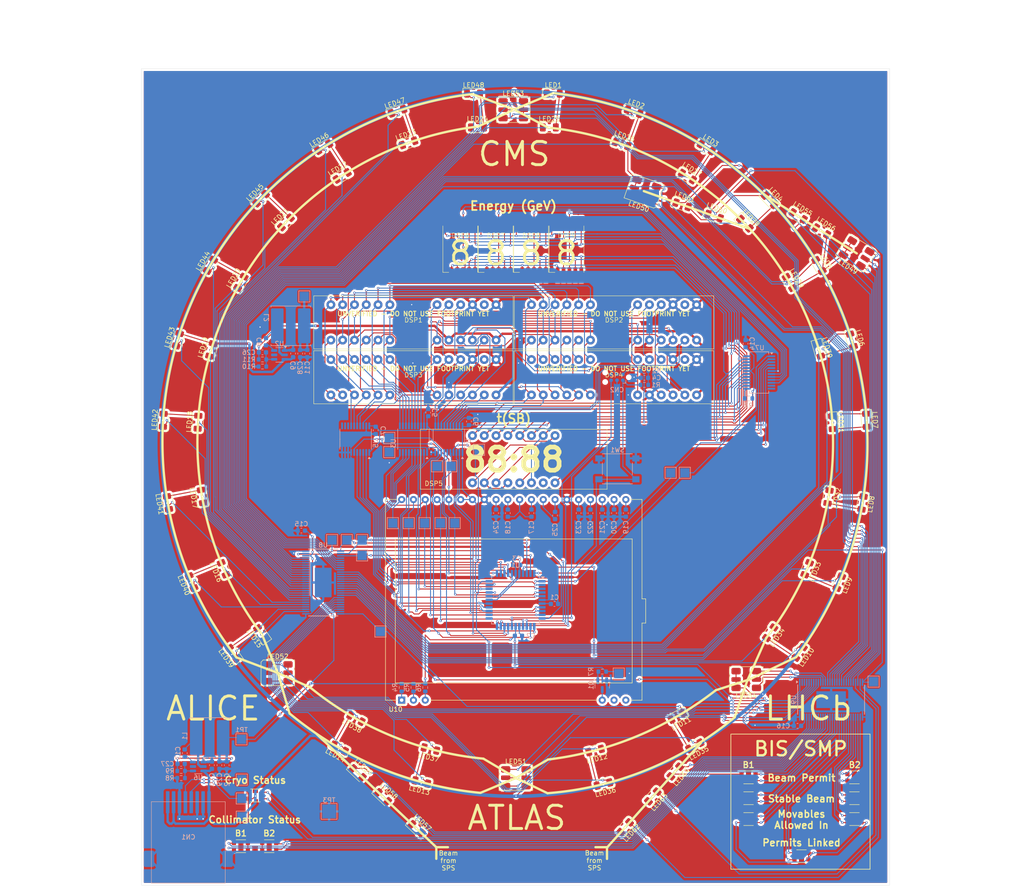
<source format=kicad_pcb>
(kicad_pcb (version 20241229) (generator "pcbnew") (generator_version "9.0")
  (layers (0 "F.Cu" signal) (2 "B.Cu" signal) (13 "F.Paste" user) (15 "B.Paste" user) (5 "F.SilkS" user "F.Silkscreen") (7 "B.SilkS" user "B.Silkscreen") (1 "F.Mask" user) (3 "B.Mask" user) (25 "Edge.Cuts" user))
  (net 0 "")
  (net 1 "Net-(U1-VCAP)")
  (net 2 "GND")
  (net 3 "+3.3V")
  (net 4 "Net-(C4-Pad2)")
  (net 5 "+15V")
  (net 6 "+5V")
  (net 7 "Net-(U10-CAP1P)")
  (net 8 "Net-(U10-CAP1N)")
  (net 9 "Net-(U10-CAP3P)")
  (net 10 "Net-(U10-V0)")
  (net 11 "Net-(U10-V1)")
  (net 12 "Net-(U10-V2)")
  (net 13 "Net-(U10-V3)")
  (net 14 "Net-(U10-V4)")
  (net 15 "Net-(U10-VOUT)")
  (net 16 "Net-(U10-CAP2N)")
  (net 17 "Net-(U10-CAP2P)")
  (net 18 "LINK_I2C_SCL")
  (net 19 "LINK_I2C_SDA")
  (net 20 "~{MCLR}")
  (net 22 "PGC")
  (net 23 "PGD")
  (net 24 "/Dot Matrix Displays/D1")
  (net 25 "/Dot Matrix Displays/D2")
  (net 26 "/Dot Matrix Displays/A4")
  (net 27 "/Dot Matrix Displays/CLK")
  (net 28 "/Dot Matrix Displays/A0")
  (net 29 "/Dot Matrix Displays/~{CE}_AL")
  (net 30 "/Dot Matrix Displays/D7")
  (net 31 "/Dot Matrix Displays/~{WR}")
  (net 32 "/Dot Matrix Displays/D6")
  (net 33 "/Dot Matrix Displays/A3")
  (net 34 "/Dot Matrix Displays/D0")
  (net 35 "/Dot Matrix Displays/D4")
  (net 36 "/Dot Matrix Displays/D3")
  (net 37 "/Dot Matrix Displays/A2")
  (net 38 "/Dot Matrix Displays/~{RD}")
  (net 39 "/Dot Matrix Displays/~{RST}")
  (net 40 "/Dot Matrix Displays/FL")
  (net 41 "/Dot Matrix Displays/D5")
  (net 43 "/Dot Matrix Displays/A1")
  (net 44 "/Dot Matrix Displays/~{CE}_AR")
  (net 46 "/Dot Matrix Displays/~{CE}_BL")
  (net 48 "/Dot Matrix Displays/~{CE}_BR")
  (net 50 "/7 Segment Displays/C_SEGDP")
  (net 51 "/7 Segment Displays/C_SEGF")
  (net 52 "/7 Segment Displays/C_SEGC")
  (net 53 "/7 Segment Displays/C_SEGA")
  (net 54 "/7 Segment Displays/A_DIG0")
  (net 55 "/7 Segment Displays/C_SEGE")
  (net 56 "/7 Segment Displays/A_DIG2")
  (net 57 "/7 Segment Displays/A_DIG1")
  (net 58 "/7 Segment Displays/C_SEGD")
  (net 59 "/7 Segment Displays/C_SEGB")
  (net 60 "/7 Segment Displays/A_DIG3")
  (net 62 "/7 Segment Displays/C_SEGG")
  (net 64 "/7 Segment Displays/A_DIG4")
  (net 65 "/7 Segment Displays/A_DIG5")
  (net 68 "/7 Segment Displays/A_DIG6")
  (net 70 "/7 Segment Displays/A_DIG7")
  (net 71 "/Beam LEDs/C0")
  (net 72 "/Beam LEDs/C2")
  (net 73 "/Beam LEDs/C4")
  (net 74 "/Beam LEDs/C6")
  (net 75 "/Beam LEDs/C8")
  (net 76 "/Beam LEDs/C10")
  (net 77 "/Beam LEDs/C12")
  (net 78 "/Beam LEDs/C14")
  (net 79 "/Beam LEDs/C16")
  (net 80 "/Beam LEDs/C18")
  (net 81 "/Beam LEDs/C20")
  (net 82 "/Beam LEDs/C22")
  (net 83 "/Beam LEDs/C24")
  (net 84 "/Beam LEDs/C26")
  (net 85 "/Beam LEDs/C28")
  (net 86 "/Beam LEDs/C30")
  (net 87 "/Beam LEDs/C32")
  (net 88 "/Beam LEDs/C34")
  (net 89 "/Beam LEDs/C36")
  (net 90 "/Beam LEDs/C38")
  (net 91 "/Beam LEDs/C40")
  (net 92 "/Beam LEDs/C42")
  (net 93 "/Beam LEDs/C44")
  (net 94 "/Beam LEDs/C46")
  (net 95 "/Beam LEDs/C1")
  (net 96 "/Beam LEDs/C3")
  (net 97 "/Beam LEDs/C5")
  (net 98 "/Beam LEDs/C7")
  (net 99 "/Beam LEDs/C9")
  (net 100 "/Beam LEDs/C11")
  (net 101 "/Beam LEDs/C13")
  (net 102 "/Beam LEDs/C15")
  (net 103 "/Beam LEDs/C17")
  (net 104 "/Beam LEDs/C19")
  (net 105 "/Beam LEDs/C21")
  (net 106 "/Beam LEDs/C23")
  (net 107 "/Beam LEDs/C25")
  (net 108 "/Beam LEDs/C27")
  (net 109 "/Beam LEDs/C29")
  (net 110 "/Beam LEDs/C31")
  (net 111 "/Beam LEDs/C33")
  (net 112 "/Beam LEDs/C35")
  (net 113 "/Beam LEDs/C37")
  (net 114 "/Beam LEDs/C39")
  (net 115 "/Beam LEDs/C41")
  (net 116 "/Beam LEDs/C43")
  (net 117 "/Beam LEDs/C45")
  (net 118 "/Beam LEDs/C47")
  (net 119 "/Misc. LEDs/C_R0")
  (net 120 "/Misc. LEDs/C_G0")
  (net 121 "/Misc. LEDs/C_B0")
  (net 122 "/Misc. LEDs/C_R1")
  (net 123 "/Misc. LEDs/C_B1")
  (net 124 "/Misc. LEDs/C_G1")
  (net 125 "/Misc. LEDs/C_B2")
  (net 126 "/Misc. LEDs/C_R2")
  (net 127 "/Misc. LEDs/C_G2")
  (net 128 "/Misc. LEDs/C_G3")
  (net 129 "/Misc. LEDs/C_R3")
  (net 130 "/Misc. LEDs/C_B3")
  (net 131 "/Misc. LEDs/C_B4")
  (net 132 "/Misc. LEDs/C_R4")
  (net 133 "/Misc. LEDs/C_G4")
  (net 134 "/Misc. LEDs/C_R5")
  (net 135 "/Misc. LEDs/C_B5")
  (net 136 "/Misc. LEDs/C_G5")
  (net 137 "/Misc. LEDs/C18")
  (net 138 "/Misc. LEDs/C19")
  (net 139 "/Misc. LEDs/C25")
  (net 140 "/Misc. LEDs/C26")
  (net 141 "/Misc. LEDs/C27")
  (net 142 "/Misc. LEDs/C20")
  (net 143 "/Misc. LEDs/C21")
  (net 144 "/Misc. LEDs/C22")
  (net 145 "/Misc. LEDs/C23")
  (net 146 "/Misc. LEDs/C24")
  (net 147 "/Misc. LEDs/C29")
  (net 148 "/Misc. LEDs/C28")
  (net 149 "/Misc. LEDs/C30")
  (net 150 "/Misc. LEDs/C31")
  (net 151 "/Misc. LEDs/C32")
  (net 152 "/Misc. LEDs/C33")
  (net 153 "/Misc. LEDs/C34")
  (net 154 "/Misc. LEDs/C35")
  (net 155 "/Misc. LEDs/C36")
  (net 156 "/Misc. LEDs/C37")
  (net 157 "/Misc. LEDs/C38")
  (net 158 "/Misc. LEDs/C39")
  (net 159 "/Misc. LEDs/C40")
  (net 160 "/Misc. LEDs/C41")
  (net 161 "/Misc. LEDs/C42")
  (net 162 "/Misc. LEDs/C43")
  (net 163 "/Misc. LEDs/C45")
  (net 164 "/Misc. LEDs/C44")
  (net 165 "/Misc. LEDs/C46")
  (net 166 "/Misc. LEDs/C47")
  (net 167 "Net-(Q1-B)")
  (net 168 "Net-(Q1-C)")
  (net 169 "Net-(U7-ISET)")
  (net 170 "Net-(U10-A1+)")
  (net 171 "Net-(U10-A2+)")
  (net 172 "Net-(U10-A3+)")
  (net 173 "LCD_BL_EN")
  (net 174 "LCD_~{RESET}")
  (net 175 "LCD_SPI_SCLK")
  (net 176 "LCD_MCU_SDO")
  (net 177 "LCD_~{CS}")
  (net 178 "LCD_A0")
  (net 179 "LED_MCU_SDI")
  (net 180 "LED_MCU_SDO")
  (net 181 "LED_LAT")
  (net 182 "LED_GSCLK")
  (net 183 "LED_SPI_SCLK")
  (net 184 "MTX_~{CE}_A")
  (net 185 "/MTX_FLASH")
  (net 186 "/MTX_~{RD}")
  (net 187 "/MTX_~{RESET}")
  (net 188 "/MTX_~{WR}")
  (net 189 "/7SEG_SCL")
  (net 190 "/7SEG_SDA")
  (net 191 "/SPI_DATA_BEAM_MISC")
  (net 192 "/Dot Matrix Displays/MTX_ADDR4")
  (net 193 "MTX_~{CE}_B")
  (net 194 "/Dot Matrix Displays/MTX_DATA4")
  (net 195 "/Dot Matrix Displays/MTX_DATA5")
  (net 196 "/Dot Matrix Displays/MTX_DATA3")
  (net 197 "/Dot Matrix Displays/MTX_ADDR2")
  (net 198 "/Dot Matrix Displays/MTX_DATA0")
  (net 199 "/MTX_~{CE}_C")
  (net 200 "/Dot Matrix Displays/MTX_DATA1")
  (net 201 "/MTX_~{CE}_D")
  (net 202 "/Dot Matrix Displays/MTX_ADDR3")
  (net 203 "/Dot Matrix Displays/MTX_DATA2")
  (net 204 "/Dot Matrix Displays/MTX_DATA6")
  (net 211 "Net-(U2-SW)")
  (net 212 "Net-(U2-BST)")
  (net 213 "Net-(U6-BST)")
  (net 214 "Net-(U6-SW)")
  (net 215 "Net-(U2-FB)")
  (net 216 "Net-(U6-FB)")
  (footprint "LED_SMD:LED_1206_3216Metric" (layer "F.Cu") (at 61.912894 161.744276 151)
    (property "Reference" "LED38")
    (property "Value" "Beam 2")
  )
  (footprint "LED_SMD:LED_1206_3216Metric" (layer "F.Cu") (at 30.582681 64.173578 60)
    (property "Reference" "LED44")
    (property "Value" "Beam 2")
  )
  (footprint "LED_SMD:LED_Inolux_IN-P55TATRGB_PLCC6_5.0x5.5mm_P1.8mm" (layer "F.Cu") (at 95.780894 30.680276)
    (property "Reference" "LED53")
    (property "Value" "IP 5")
  )
  (footprint "LED_SMD:LED_1206_3216Metric" (layer "F.Cu") (at 119.884853 185.146678 -131.903)
    (property "Reference" "LED62")
    (property "Value" "Beam 2 TI 8")
  )
  (footprint "LED_SMD:LED_1206_3216Metric" (layer "F.Cu") (at 165.972488 132.404467 -112)
    (property "Reference" "LED9")
    (property "Value" "Beam 1")
  )
  (footprint "Sen_Display:Fairchild-MSQC4XX1C" (layer "F.Cu") (at 95.885 105.918)
    (property "Reference" "DSP5")
    (property "Value" "t(SP) Display")
  )
  (footprint "LED_SMD:LED_1206_3216Metric" (layer "F.Cu") (at 88.074894 34.490276)
    (property "Reference" "LED24")
    (property "Value" "Beam 1")
  )
  (footprint "LED_SMD:LED_1206_3216Metric" (layer "F.Cu") (at 75.996187 175.417086 166)
    (property "Reference" "LED13")
    (property "Value" "Beam 1")
  )
  (footprint "LED_SMD:LED_1206_3216Metric" (layer "F.Cu") (at 28.781287 113.922051 99)
    (property "Reference" "LED17")
    (property "Value" "Beam 1")
  )
  (footprint "LED_SMD:LED_1206_3216Metric" (layer "F.Cu") (at 125.827012 178.524768 -131.903)
    (property "Reference" "LED63")
    (property "Value" "Beam 2 TI 8")
  )
  (footprint "LED_SMD:LED_1206_3216Metric" (layer "F.Cu") (at 115.188237 175.855156 -166)
    (property "Reference" "LED36")
    (property "Value" "Beam 2")
  )
  (footprint "LED_SMD:LED_1206_3216Metric" (layer "F.Cu") (at 171.831912 97.544561 -87)
    (property "Reference" "LED7")
    (property "Value" "Beam 1")
  )
  (footprint "LED_SMD:LED_1206_3216Metric" (layer "F.Cu") (at 35.484094 147.703535 125)
    (property "Reference" "LED39")
    (property "Value" "Beam 2")
  )
  (footprint "Resistor_SMD:R_Array_Convex_2x1206" (layer "F.Cu") (at 169.226 178.8985)
    (property "Reference" "LED70" (hide yes))
    (property "Value" "B2 Stable Beams")
  )
  (footprint "LED_SMD:LED_1206_3216Metric" (layer "F.Cu") (at 159.050553 129.492699 -112)
    (property "Reference" "LED33")
    (property "Value" "Beam 2")
  )
  (footprint "LED_SMD:LED_1206_3216Metric" (layer "F.Cu") (at 145.645334 55.21049 -46)
    (property "Reference" "LED28")
    (property "Value" "Beam 2")
  )
  (footprint "LED_SMD:LED_1206_3216Metric" (layer "F.Cu") (at 157.41959 147.523705 -125)
    (property "Reference" "LED10")
    (property "Value" "Beam 1")
  )
  (footprint "Resistor_SMD:R_Array_Convex_2x1206" (layer "F.Cu") (at 43.242 189.23 180)
    (property "Reference" "LED74" (hide yes))
    (property "Value" "B2 Collimator Status")
  )
  (footprint "LED_SMD:LED_1206_3216Metric" (layer "F.Cu") (at 103.543394 34.490276)
    (property "Reference" "LED25")
    (property "Value" "Beam 2")
  )
  (footprint "LED_SMD:LED_1206_3216Metric" (layer "F.Cu") (at 54.967005 38.747381 32)
    (property "Reference" "LED46")
    (property "Value" "Beam 2")
  )
  (footprint "LED_SMD:LED_1206_3216Metric" (layer "F.Cu") (at 151.096198 143.274054 -125)
    (property "Reference" "LED34")
    (property "Value" "Beam 2")
  )
  (footprint "LED_SMD:LED_1206_3216Metric" (layer "F.Cu") (at 41.526147 143.425535 125)
    (property "Reference" "LED15")
    (property "Value" "Beam 1")
  )
  (footprint "Resistor_SMD:R_Array_Convex_2x1206" (layer "F.Cu") (at 146.431 178.8985 180)
    (property "Reference" "LED66" (hide yes))
    (property "Value" "B1 Stable Beams")
  )
  (footprint "LED_SMD:LED_1206_3216Metric" (layer "F.Cu") (at 113.384803 168.613592 -166)
    (property "Reference" "LED12")
    (property "Value" "Beam 1")
  )
  (footprint "LED_SMD:LED_1206_3216Metric" (layer "F.Cu") (at 134.863356 167.617784 -151)
    (property "Reference" "LED35")
    (property "Value" "Beam 2")
  )
  (footprint "LED_SMD:LED_1206_3216Metric" (layer "F.Cu") (at 161.598014 64.224516 -60)
    (property "Reference" "LED5")
    (property "Value" "Beam 1")
  )
  (footprint "LED_SMD:LED_1206_3216Metric" (layer "F.Cu") (at 131.057911 161.27536 -151)
    (property "Reference" "LED11")
    (property "Value" "Beam 1")
  )
  (footprint "Sen_Display:Broadcom-HDSM-281x_283x" (layer "F.Cu") (at 99.6188 60.6908)
    (property "Reference" "DSP8")
    (property "Value" "Energy Almost-LS Digit")
  )
  (footprint "LED_SMD:LED_1206_3216Metric" (layer "F.Cu") (at 26.534191 132.340774 112)
    (property "Reference" "LED40")
    (property "Value" "Beam 2")
  )
  (footprint "Sen_Display:Broadcom-HDSM-281x_283x" (layer "F.Cu") (at 107.2388 60.6908)
    (property "Reference" "DSP9")
    (property "Value" "Energy LS Digit")
  )
  (footprint "Resistor_SMD:R_Array_Convex_2x1206" (layer "F.Cu") (at 146.431 183.388 180)
    (property "Reference" "LED67" (hide yes))
    (property "Value" "B1 Movables Allowed In")
  )
  (footprint "LED_SMD:LED_1206_3216Metric" (layer "F.Cu") (at 163.643843 114.027062 -99)
    (property "Reference" "LED32")
    (property "Value" "Beam 2")
  )
  (footprint "Resistor_SMD:R_Array_Convex_2x1206" (layer "F.Cu") (at 169.226 174.409)
    (property "Reference" "LED69" (hide yes))
    (property "Value" "B2 Beam Permit")
  )
  (footprint "Resistor_SMD:R_Array_Convex_2x1206" (layer "F.Cu") (at 157.8335 191.389)
    (property "Reference" "LED68" (hide yes))
    (property "Value" "Permit Link")
  )
  (footprint "Sen_Display:Broadcom-QDSP-2536_2540" (layer "F.Cu") (at 117.475 88.2775)
    (property "Reference" "DSP4")
    (property "Value" "Beam Mode Right")
  )
  (footprint "Sen_Display:Broadcom-QDSP-2536_2540" (layer "F.Cu") (at 74.295 88.2775)
    (property "Reference" "DSP3")
    (property "Value" "Beam Mode Left")
  )
  (footprint "LED_SMD:LED_1206_3216Metric" (layer "F.Cu") (at 104.38644 27.208039)
    (property "Reference" "LED1")
    (property "Value" "Beam 1")
  )
  (footprint "Display:EA_DOGM128-6" (layer "F.Cu") (at 71.755 157.7825 90)
    (property "Reference" "U10")
    (property "Value" "EA_DOGM128X-6")
  )
  (footprint "LED_SMD:LED_1206_3216Metric" (layer "F.Cu") (at 168.674626 80.315925 -74)
    (property "Reference" "LED6")
    (property "Value" "Beam 1")
  )
  (footprint "LED_SMD:LED_1206_3216Metric" (layer "F.Cu") (at 130.649678 173.150407 -131.903)
    (property "Reference" "LED64")
    (property "Value" "Beam 2 TI 8")
  )
  (footprint "Resistor_SMD:R_Array_Convex_2x1206" (layer "F.Cu") (at 37.146 189.23)
    (property "Reference" "LED73" (hide yes))
    (property "Value" "B1 Collimator Status")
  )
  (footprint "LED_SMD:LED_1206_3216Metric" (layer "F.Cu") (at 87.227392 27.213339)
    (property "Reference" "LED48")
    (property "Value" "Beam 2")
  )
  (footprint "LED_SMD:LED_1206_3216Metric" (layer "F.Cu") (at 170.97597 115.335649 -99)
    (property "Reference" "LED8")
    (property "Value" "Beam 1")
  )
  (footprint "Resistor_SMD:R_Array_Convex_2x1206" (layer "F.Cu") (at 146.431 174.409 180)
    (property "Reference" "LED65" (hide yes))
    (property "Value" "B1 Beam Permit")
  )
  (footprint "LED_SMD:LED_1206_3216Metric" (layer "F.Cu") (at 33.429799 129.506 112)
    (property "Reference" "LED16")
    (property "Value" "Beam 1")
  )
  (footprint "LED_SMD:LED_1206_3216Metric" (layer "F.Cu") (at 164.492243 98.033408 -87)
    (property "Reference" "LED31")
    (property "Value" "Beam 2")
  )
  (footprint "LED_SMD:LED_1206_3216Metric" (layer "F.Cu") (at 139.010097 53.589625 -19)
    (property "Reference" "LED60")
    (property "Value" "Beam 2 Dump Tunnel")
  )
  (footprint "Resistor_SMD:R_Array_Convex_2x1206" (layer "F.Cu") (at 40.259 178.308 180)
    (property "Reference" "LED72" (hide yes))
    (property "Value" "Cryo Status")
  )
  (footprint "LED_SMD:LED_1206_3216Metric" (layer "F.Cu") (at 20.424074 97.535322 87)
    (property "Reference" "LED42")
    (property "Value" "Beam 2")
  )
  (footprint "LED_SMD:LED_1206_3216Metric" (layer "F.Cu") (at 41.483057 49.817584 46)
    (property "Reference" "LED45")
    (property "Value" "Beam 2")
  )
  (footprint "LED_SMD:LED_1206_3216Metric" (layer "F.Cu") (at 137.325006 38.843551 -32)
    (property "Reference" "LED3")
    (property "Value" "Beam 1")
  )
  (footprint "LED_SMD:LED_1206_3216Metric" (layer "F.Cu") (at 67.744941 178.597085 -43.404)
    (property "Reference" "LED58")
    (property "Value" "Beam 1 TI 2")
  )
  (footprint "LED_SMD:LED_1206_3216Metric" (layer "F.Cu") (at 58.334256 168.084696 151)
    (property "Reference" "LED14")
    (property "Value" "Beam 1")
  )
  (footprint "LED_SMD:LED_1206_3216Metric" (layer "F.Cu") (at 73.232793 37.822077 19)
    (property "Reference" "LED23")
    (property "Value" "Beam 1")
  )
  (footprint "LED_SMD:LED_1206_3216Metric" (layer "F.Cu") (at 157.124962 53.557103 -32)
    (property "Reference" "LED55")
    (property "Value" "Beam 1 Dump Tunnel")
  )
  (footprint "LED_SMD:LED_Inolux_IN-P55TATRGB_PLCC6_5.0x5.5mm_P1.8mm" (layer "F.Cu") (at 96.341082 174.490823)
    (property "Reference" "LED51")
    (property "Value" "IP 1")
  )
  (footprint "LED_SMD:LED_1206_3216Metric" (layer "F.Cu") (at 132.128067 51.138468 -19)
    (property "Reference" "LED61")
    (property "Value" "Beam 2 Dump Tunnel")
  )
  (footprint "LED_SMD:LED_1206_3216Metric" (layer "F.Cu") (at 133.26478 45.066086 -32)
    (property "Reference" "LED27")
    (property "Value" "Beam 2")
  )
  (footprint "Resistor_SMD:R_Array_Convex_2x1206" (layer "F.Cu") (at 169.226 183.388)
    (property "Reference" "LED71" (hide yes))
    (property "Value" "B2 Movables Allowed In")
  )
  (footprint "Sen_Display:Broadcom-HDSM-281x_283x" (layer "F.Cu") (at 84.3788 60.6908)
    (property "Reference" "DSP6")
    (property "Value" "Energy MS Digit")
  )
  (footprint "LED_SMD:LED_1206_3216Metric" (layer "F.Cu") (at 21.434844 115.298263 99)
    (property "Reference" "LED41")
    (property "Value" "Beam 2")
  )
  (footprint "LED_SMD:LED_1206_3216Metric" (layer "F.Cu") (at 70.865069 31.003249 19)
    (property "Reference" "LED47")
    (property "Value" "Beam 2")
  )
  (footprint "LED_SMD:LED_Inolux_IN-P55TATRGB_PLCC6_5.0x5.5mm_P1.8mm" (layer "F.Cu") (at 145.945894 153.340276 180)
    (property "Reference" "LED54")
    (property "Value" "IP 8")
  )
  (footprint "LED_SMD:LED_Inolux_IN-P55TATRGB_PLCC6_5.0x5.5mm_P1.8mm" (layer "F.Cu") (at 45.085 151.892)
    (property "Reference" "LED52")
    (property "Value" "IP 2")
  )
  (footprint "LED_SMD:LED_1206_3216Metric" (layer "F.Cu") (at 23.564944 80.196868 74)
    (property "Reference" "LED43")
    (property "Value" "Beam 2")
  )
  (footprint "LED_SMD:LED_1206_3216Metric" (layer "F.Cu") (at 27.905081 97.961626 87)
    (property "Reference" "LED18")
    (property "Value" "Beam 1")
  )
  (footprint "LED_SMD:LED_1206_3216Metric" (layer "F.Cu") (at 58.946162 44.927851 32)
    (property "Reference" "LED22")
    (property "Value" "Beam 1")
  )
  (footprint "LED_SMD:LED_1206_3216Metric" (layer "F.Cu") (at 46.84088 54.945307 46)
    (property "Reference" "LED21")
    (property "Value" "Beam 1")
  )
  (footprint "Sen_Display:Broadcom-QDSP-2536_2540" (layer "F.Cu") (at 117.475 76.4665)
    (property "Reference" "DSP2")
    (property "Value" "Accel Mode Right")
  )
  (footprint "Sen_Display:Broadcom-HDSM-281x_283x" (layer "F.Cu") (at 91.9988 60.6908)
    (property "Reference" "DSP7")
    (property "Value" "Energy Almost-MS Digit")
  )
  (footprint "LED_SMD:LED_1206_3216Metric" (layer "F.Cu") (at 155.217671 67.861071 -60)
    (property "Reference" "LED29")
    (property "Value" "Beam 2")
  )
  (footprint "LED_SMD:LED_1206_3216Metric" (layer "F.Cu") (at 75.000043 185.458948 -43.404)
    (property "Reference" "LED57")
    (property "Value" "Beam 1 TI 2")
  )
  (footprint "Sen_Display:Broadcom-QDSP-2536_2540" (layer "F.Cu") (at 74.295 76.4665)
    (property "Reference" "DSP1")
    (property "Value" "Accel Mode Left")
  )
  (footprint "LED_SMD:LED_1206_3216Metric" (layer "F.Cu") (at 30.761505 82.383983 74)
    (property "Reference" "LED19")
    (property "Value" "Beam 1")
  )
  (footprint "LED_SMD:LED_1206_3216Metric" (layer "F.Cu") (at 37.142765 67.837471 60)
    (property "Reference" "LED20")
    (property "Value" "Beam 1")
  )
  (footprint "LED_SMD:LED_1206_3216Metric" (layer "F.Cu") (at 119.129662 38.085969 -19)
    (property "Reference" "LED26")
    (property "Value" "Beam 2")
  )
  (footprint "LED_SMD:LED_1206_3216Metric" (layer "F.Cu") (at 62.291209 173.438939 -43.404)
    (property "Reference" "LED59")
    (property "Value" "Beam 1 TI 2")
  )
  (footprint "LED_SMD:LED_Inolux_IN-P55TATRGB_PLCC6_5.0x5.5mm_P1.8mm" (layer "F.Cu") (at 123.934654 48.221727 161)
    (property "Reference" "LED50")
    (property "Value" "Beam 2 Dump")
  )
  (footprint "LED_SMD:LED_1206_3216Metric" (layer "F.Cu") (at 162.153723 56.806374 -32)
    (property "Reference" "LED56")
    (property "Value" "Beam 1 Dump Tunnel")
  )
  (footprint "LED_SMD:LED_1206_3216Metric" (layer "F.Cu") (at 121.680782 31.11442 -19)
    (property "Reference" "LED2")
    (property "Value" "Beam 1")
  )
  (footprint "LED_SMD:LED_1206_3216Metric" (layer "F.Cu") (at 77.942592 168.310268 166)
    (property "Reference" "LED37")
    (property "Value" "Beam 2")
  )
  (footprint "LED_SMD:LED_1206_3216Metric" (layer "F.Cu") (at 151.003 50.165 -46)
    (property "Reference" "LED4")
    (property "Value" "Beam 1")
  )
  (footprint "LED_SMD:LED_1206_3216Metric" (layer "F.Cu") (at 161.605761 82.38689 -74)
    (property "Reference" "LED30")
    (property "Value" "Beam 2")
  )
  (footprint "LED_SMD:LED_Inolux_IN-P55TATRGB_PLCC6_5.0x5.5mm_P1.8mm" (layer "F.Cu") (at 169.661674 61.562328 148)
    (property "Reference" "LED49")
    (property "Value" "Beam 1 Dump")
  )
  (footprint "Capacitor_SMD:C_0603_1608Metric" (layer "B.Cu") (at 48.387 83.172 90)
    (property "Reference" "C9")
    (property "Value" "10uF")
  )
  (footprint "Resistor_SMD:R_0603_1608Metric" (layer "B.Cu") (at 24.2825 173.022695 180)
    (property "Reference" "R9")
    (property "Value" "33.2k")
  )
  (footprint "Capacitor_SMD:C_0603_1608Metric" (layer "B.Cu") (at 25.05917 169.184767 -90)
    (property "Reference" "C13")
    (property "Value" "0.1uF")
  )
  (footprint "TestPoint:TestPoint_Pad_2.0x2.0mm" (layer "B.Cu") (at 88.392 103.886 -90)
    (property "Reference" "TP18" (hide yes))
    (property "Value" "MTX_FLASH")
  )
  (footprint "Package_TO_SOT_SMD:TSOT-23-6" (layer "B.Cu") (at 45.4458 83.462551 180)
    (property "Reference" "U2")
    (property "Value" "AP62300TWU")
  )
  (footprint "TestPoint:TestPoint_Pad_2.0x2.0mm" (layer "B.Cu") (at 37.338 174.893 180)
    (property "Reference" "TP4" (hide yes))
    (property "Value" "LINK_I2C_SCL")
  )
  (footprint "Connector:Tag-Connect_TC2030-IDC-NL_2x03_P1.27mm_Vertical" (layer "B.Cu") (at 118.11 88.2775 180)
    (property "Reference" "CN2")
    (property "Value" "ICSP")
  )
  (footprint "Package_SO:QSOP-24_3.9x8.7mm_P0.635mm" (layer "B.Cu") (at 148.717 87.249 180)
    (property "Reference" "U7")
    (property "Value" "AS1115-BSST")
  )
  (footprint "TestPoint:TestPoint_Pad_2.0x2.0mm" (layer "B.Cu") (at 129.667 108.839 180)
    (property "Reference" "TP22" (hide yes))
    (property "Value" "7SEG_SCL")
  )
  (footprint "TestPoint:TestPoint_Pad_3.0x3.0mm" (layer "B.Cu") (at 56.134 181.737 180)
    (property "Reference" "TP3")
    (property "Value" "GND")
  )
  (footprint "Capacitor_SMD:C_0603_1608Metric" (layer "B.Cu") (at 51.435 83.172 -90)
    (property "Reference" "C11")
    (property "Value" "22uF")
  )
  (footprint "Capacitor_SMD:C_0603_1608Metric" (layer "B.Cu") (at 104.648 137.0815 180)
    (property "Reference" "C1")
    (property "Value" "10uF")
  )
  (footprint "TestPoint:TestPoint_Pad_2.0x2.0mm" (layer "B.Cu") (at 82.423 107.442 -90)
    (property "Reference" "TP20" (hide yes))
    (property "Value" "MTX_~{RESET}")
  )
  (footprint "TestPoint:TestPoint_Pad_2.0x2.0mm" (layer "B.Cu") (at 76.708 119.6825 180)
    (property "Reference" "TP11" (hide yes))
    (property "Value" "LCD_A0")
  )
  (footprint "Capacitor_SMD:C_0603_1608Metric" (layer "B.Cu") (at 104.775 118.0315 90)
    (property "Reference" "C25")
    (property "Value" "1uF")
  )
  (footprint "Capacitor_SMD:C_0603_1608Metric" (layer "B.Cu") (at 114.935 117.5235 -90)
    (property "Reference" "C21")
    (property "Value" "1uF")
  )
  (footprint "Capacitor_SMD:C_0603_1608Metric" (layer "B.Cu") (at 156.972 163.322 180)
    (property "Reference" "C16")
    (property "Value" "0.1uF")
  )
  (footprint "Capacitor_SMD:C_0603_1608Metric" (layer "B.Cu") (at 50.165 121.285 180)
    (property "Reference" "C15")
    (property "Value" "0.1uF")
  )
  (footprint "Capacitor_SMD:C_0603_1608Metric" (layer "B.Cu") (at 42.545 80.632 -90)
    (property "Reference" "C8")
    (property "Value" "0.1uF")
  )
  (footprint "Capacitor_SMD:C_0603_1608Metric" (layer "B.Cu") (at 24.2825 171.496167 180)
    (property "Reference" "C27")
    (property "Value" "47pF")
  )
  (footprint "Package_SO:TSSOP-20_4.4x6.5mm_P0.65mm" (layer "B.Cu") (at 81.915 101.6 90)
    (property "Reference" "U4")
    (property "Value" "SN74LVC245APW")
  )
  (footprint "Capacitor_SMD:C_0603_1608Metric" (layer "B.Cu") (at 117.475 117.5235 -90)
    (property "Reference" "C20")
    (property "Value" "1uF")
  )
  (footprint "Capacitor_SMD:C_0603_1608Metric" (layer "B.Cu") (at 109.855 117.5235 -90)
    (property "Reference" "C23")
    (property "Value" "1uF")
  )
  (footprint "Resistor_SMD:R_0603_1608Metric" (layer "B.Cu") (at 124.015 89.916)
    (property "Reference" "R1")
    (property "Value" "1k")
  )
  (footprint "TestPoint:TestPoint_Pad_2.0x2.0mm" (layer "B.Cu") (at 37.338 182.88 180)
    (property "Reference" "TP25" (hide yes))
    (property "Value" "+15V")
  )
  (footprint "TestPoint:TestPoint_Pad_2.0x2.0mm" (layer "B.Cu") (at 56.769 123.317 180)
    (property "Reference" "TP15" (hide yes))
    (property "Value" "LED_GSCLK")
  )
  (footprint "Package_QFP:TQFP-44_10x10mm_P0.8mm" (layer "B.Cu") (at 96.285 136.205 180)
    (property "Reference" "U1")
    (property "Value" "PIC32MX130F064D-IPT")
  )
  (footprint "Capacitor_SMD:C_0603_1608Metric" (layer "B.Cu") (at 92.075 117.5235 -90)
    (property "Reference" "C24")
    (property "Value" "1uF")
  )
  (footprint "TestPoint:TestPoint_Pad_2.0x2.0mm" (layer "B.Cu") (at 132.715 108.839 180)
    (property "Reference" "TP23" (hide yes))
    (property "Value" "7SEG_SDA")
  )
  (footprint "Package_SO:TSSOP-20_4.4x6.5mm_P0.65mm" (layer "B.Cu") (at 74.295 101.6 90)
    (property "Reference" "U3")
    (property "Value" "SN74LVC245APW")
  )
  (footprint "Capacitor_SMD:C_0603_1608Metric" (layer "B.Cu") (at 41.783 82.918 180)
    (property "Reference" "C26")
    (property "Value" "47pF")
  )
  (footprint "Capacitor_SMD:C_0603_1608Metric" (layer "B.Cu") (at 99.695 117.5235 -90)
    (property "Reference" "C17")
    (property "Value" "1uF")
  )
  (footprint "TestPoint:TestPoint_Pad_2.0x2.0mm" (layer "B.Cu") (at 63.246 126.619 180)
    (property "Reference" "TP14" (hide yes))
    (property "Value" "LED_LAT")
  )
  (footprint "TestPoint:TestPoint_Pad_2.0x2.0mm" (layer "B.Cu") (at 73.279 119.6825 180)
    (property "Reference" "TP7" (hide yes))
    (property "Value" "LCD_~{RESET}")
  )
  (footprint "Capacitor_SMD:C_0603_1608Metric" (layer "B.Cu") (at 124.015 88.392)
    (property "Reference" "C4")
    (property "Value" "0.1uF")
  )
  (footprint "Capacitor_SMD:C_0603_1608Metric" (layer "B.Cu") (at 96.901 143.9395 180)
    (property "Reference" "C2")
    (property "Value" "0.1uF")
  )
  (footprint "TestPoint:TestPoint_Pad_2.0x2.0mm" (layer "B.Cu") (at 37.264583 166.212967 180)
    (property "Reference" "TP1")
    (property "Value" "+3.3V")
  )
  (footprint "Resistor_SMD:R_0603_1608Metric" (layer "B.Cu") (at 124.015 86.868 180)
    (property "Reference" "R2")
    (property "Value" "10k")
  )
  (footprint "Resistor_SMD:R_0603_1608Metric" (layer "B.Cu") (at 146.431 92.837 180)
    (property "Reference" "R3")
    (property "Value" "1k")
  )
  (footprint "Package_SO:HTSSOP-56-1EP_6.1x14mm_P0.5mm_EP3.61x6.35mm" (layer "B.Cu") (at 164.211 157.6736 -90)
    (property "Reference" "U9")
    (property "Value" "TLC5955DCA")
  )
  (footprint "TestPoint:TestPoint_Pad_2.0x2.0mm" (layer "B.Cu") (at 69.088 101.346 -90)
    (property "Reference" "TP17" (hide yes))
    (property "Value" "MTX_~{CE}_A")
  )
  (footprint "Package_SO:TSSOP-20_4.4x6.5mm_P0.65mm" (layer "B.Cu") (at 61.849 101.6 90)
    (property "Reference" "U5")
    (property "Value" "SN74LVC245APW")
  )
  (footprint "TestPoint:TestPoint_Pad_2.0x2.0mm" (layer "B.Cu") (at 173.355 153.797 180)
    (property "Reference" "TP12" (hide yes))
    (property "Value" "LED_MCU_SDI")
  )
  (footprint "Package_TO_SOT_SMD:TSOT-23-6" (layer "B.Cu") (at 27.96 172.072695 180)
    (property "Reference" "U6")
    (property "Value" "AP62300TWU")
  )
  (footprint "Capacitor_SMD:C_0603_1608Metric" (layer "B.Cu") (at 66.167 99.708 -90)
    (property "Reference" "C7")
    (property "Value" "0.1uF")
  )
  (footprint "Capacitor_SMD:C_0603_1608Metric" (layer "B.Cu") (at 94.615 117.5235 -90)
    (property "Reference" "C18")
    (property "Value" "1uF")
  )
  (footprint "Package_TO_SOT_SMD:SOT-23" (layer "B.Cu") (at 114.935 154.559 -90)
    (property "Reference" "Q1")
    (property "Value" "MMBT5551L")
  )
  (footprint "Resistor_SMD:R_0603_1608Metric" (layer "B.Cu") (at 24.2825 174.557557)
    (property "Reference" "R8")
    (property "Value" "10k")
  )
  (footprint "Inductor_SMD:L_Cenker_CKCS8080" (layer "B.Cu") (at 47.879 77.203)
    (property "Reference" "L2")
    (property "Value" "3.3uF")
  )
  (footprint "TestPoint:TestPoint_Pad_2.0x2.0mm" (layer "B.Cu") (at 59.944 123.317 180)
    (property "Reference" "TP13" (hide yes))
    (property "Value" "LED_MCU_SDO")
  )
  (footprint "Resistor_SMD:R_0603_1608Metric" (layer "B.Cu") (at 41.783 84.442 180)
    (property "Reference" "R11")
    (property "Value" "56.2k")
  )
  (footprint "Capacitor_SMD:C_0603_1608Metric" (layer "B.Cu") (at 30.903509 171.787967 90)
    (property "Reference" "C10")
    (property "Value" "10uF")
  )
  (footprint "Capacitor_SMD:C_0603_1608Metric" (layer "B.Cu") (at 145.796 81.039 90)
    (property "Reference" "C14")
    (property "Value" "0.1uF")
  )
  (footprint "Capacitor_SMD:C_0603_1608Metric" (layer "B.Cu") (at 120.015 117.5235 -90)
    (property "Reference" "C19")
    (property "Value" "1uF")
  )
  (footprint "sen_Connector_RJ:Amphenol-RJLSE4018101" (layer "B.Cu") (at 25.83 187.142151 180)
    (property "Reference" "CN1")
    (property "Value" "Link In")
  )
  (footprint "Capacitor_SMD:C_0603_1608Metric" (layer "B.Cu") (at 96.52 128.6995)
    (property "Reference" "C3")
    (property "Value" "0.1uF")
  )
  (footprint "Button_Switch_SMD:SW_SPST_PTS645" (layer "B.Cu") (at 118.194 107.986 180)
    (property "Reference" "SW1")
    (property "Value" "Reset")
  )
  (footprint "Inductor_SMD:L_Cenker_CKCS8080" (layer "B.Cu") (at 30.420576 165.831967)
    (property "Reference" "L1")
    (property "Value" "3.3uF")
  )
  (footprint "TestPoint:TestPoint_Pad_2.0x2.0mm" (layer "B.Cu") (at 67.183 143.002 180)
    (property "Reference" "TP24" (hide yes))
    (property "Value" "SPI_DATA_BEAM_MISC")
  )
  (footprint "Resistor_SMD:R_0603_1608Metric" (layer "B.Cu") (at 114.935 151.638 180)
    (property "Reference" "R7")
    (property "Value" "5.1k")
  )
  (footprint "TestPoint:TestPoint_Pad_2.0x2.0mm" (layer "B.Cu") (at 118.491 152.0675 180)
    (property "Reference" "TP6" (hide yes))
    (property "Value" "LCD_BL_EN")
  )
  (footprint "Resistor_SMD:R_0603_1608Metric" (layer "B.Cu") (at 76.835 155.067 -90)
    (property "Reference" "R6")
    (property "Value" "42.2")
  )
  (footprint "TestPoint:TestPoint_Pad_2.0x2.0mm" (layer "B.Cu") (at 69.85 119.6825 180)
    (property "Reference" "TP10" (hide yes))
    (property "Value" "LCD_~{CS}")
  )
  (footprint "Capacitor_SMD:C_0603_1608Metric" (layer "B.Cu") (at 49.911 83.172 -90)
    (property "Reference" "C28")
    (property "Value" "22uF")
  )
  (footprint "TestPoint:TestPoint_Pad_2.0x2.0mm" (layer "B.Cu") (at 50.8 70.866 180)
    (property "Reference" "TP2" (hide yes))
    (property "Value" "+5V")
  )
  (footprint "Resistor_SMD:R_0603_1608Metric" (layer "B.Cu") (at 41.783 85.966)
    (property "Reference" "R10")
    (property "Value" "10k")
  )
  (footprint "Capacitor_SMD:C_0603_1608Metric" (layer "B.Cu") (at 32.52584 171.787967 -90)
    (property "Reference" "C29")
    (property "Value" "22uF")
  )
  (footprint "Package_SO:HTSSOP-56-1EP_6.1x14mm_P0.5mm_EP3.61x6.35mm" (layer "B.Cu") (at 54.864 132.461 180)
    (property "Reference" "U8")
    (property "Value" "TLC5955DCA")
  )
  (footprint "Capacitor_SMD:C_0603_1608Metric" (layer "B.Cu") (at 77.47 95.885 90)
    (property "Reference" "C5")
    (property "Value" "0.1uF")
  )
  (footprint "Resistor_SMD:R_0603_1608Metric" (layer "B.Cu") (at 71.755 155.067 -90)
    (property "Reference" "R4")
    (property "Value" "42.2")
  )
  (footprint "TestPoint:TestPoint_Pad_2.0x2.0mm" (layer "B.Cu") (at 37.338 178.943 180)
    (property "Reference" "TP5" (hide yes))
    (property "Value" "LINK_I2C_SDA")
  )
  (footprint "TestPoint:TestPoint_Pad_2.0x2.0mm" (layer "B.Cu") (at 69.088 104.394 -90)
    (property "Reference" "TP19" (hide yes))
    (property "Value" "MTX_~{RD}")
  )
  (footprint "TestPoint:TestPoint_Pad_2.0x2.0mm" (layer "B.Cu") (at 83.185 119.6825 180)
    (property "Reference" "TP9" (hide yes))
    (property "Value" "LCD_DATA")
  )
  (footprint "Resistor_SMD:R_0603_1608Metric" (layer "B.Cu") (at 74.295 155.067 -90)
    (property "Reference" "R5")
    (property "Value" "42.2")
  )
  (footprint "TestPoint:TestPoint_Pad_2.0x2.0mm" (layer "B.Cu") (at 63.246 123.317 180)
    (property "Reference" "TP16" (hide yes))
    (property "Value" "LED_SPI_SCLK")
  )
  (footprint "TestPoint:TestPoint_Pad_2.0x2.0mm" (layer "B.Cu") (at 80.137 119.6825 180)
    (property "Reference" "TP8" (hide yes))
    (property "Value" "LCD_SCLK")
  )
  (footprint "Capacitor_SMD:C_0603_1608Metric" (layer "B.Cu") (at 112.395 117.5365 -90)
    (property "Reference" "C22")
    (property "Value" "1uF")
  )
  (footprint "TestPoint:TestPoint_Pad_2.0x2.0mm" (layer "B.Cu") (at 79.375 107.442 -90)
    (property "Reference" "TP21" (hide yes))
    (property "Value" "MTX_~{WR}")
  )
  (footprint "Capacitor_SMD:C_0603_1608Metric" (layer "B.Cu") (at 86.233 97.79 90)
    (property "Reference" "C6")
    (property "Value" "0.1uF")
  )
  (footprint "Capacitor_SMD:C_0603_1608Metric" (layer "B.Cu") (at 34.089583 171.787967 -90)
    (property "Reference" "C12")
    (property "Value" "22uF")
  )
  (gr_line (start 119.888 185.166) (end 136.179268 166.989792) (stroke (width 0.508)) (layer "B.Cu") (net 5))
  (gr_circle (center 96.012 102.5652) (end 171.9326 102.5652) (stroke (width 0.762)) (fill no) (layer "B.Cu") (net 5))
  (gr_line (start 74.93 185.42) (end 54.975792 166.394233) (stroke (width 0.508)) (layer "B.Cu") (net 5))
  (gr_line (start 103.252081 34.520276) (end 95.971503 30.636979) (stroke (width 0.5)) (layer "F.SilkS"))
  (gr_line (start 88.709894 177.746276) (end 96.362397 174.537255) (stroke (width 0.5)) (layer "F.SilkS"))
  (gr_line (start 136.164248 167.005) (end 116.046261 189.424385) (stroke (width 0.5)) (layer "F.SilkS"))
  (gr_line (start 53.503786 165.127798) (end 79.211509 189.442151) (stroke (width 0.5)) (layer "F.SilkS"))
  (gr_arc (start 88.709894 177.746276) (mid 66.66581 172.2) (end 47.625 160.655) (stroke (width 0.5)) (layer "F.SilkS"))
  (gr_arc (start 89.344894 170.380276) (mid 69.631002 165.5) (end 52 155) (stroke (width 0.5)) (layer "F.SilkS"))
  (gr_line (start 142.748 165.1) (end 172.593 165.1) (stroke (width 0.1524)) (layer "F.SilkS"))
  (gr_line (start 45.085 151.934529) (end 36.195 148.59) (stroke (width 0.5)) (layer "F.SilkS"))
  (gr_line (start 47.625 160.655) (end 45.085 151.934529) (stroke (width 0.5)) (layer "F.SilkS"))
  (gr_arc (start 36.195 148.59) (mid 26.15 73.007897) (end 86.995 27.305) (stroke (width 0.5)) (layer "F.SilkS"))
  (gr_line (start 79.211509 189.442151) (end 81.711509 189.442151) (stroke (width 0.5)) (layer "F.SilkS"))
  (gr_arc (start 103.252087 34.520276) (mid 159.114641 75.599213) (end 150.260894 144.372137) (stroke (width 0.5)) (layer "F.SilkS"))
  (gr_line (start 146.701079 56.328906) (end 123.888894 48.203939) (stroke (width 0.5)) (layer "F.SilkS"))
  (gr_line (start 172.593 165.1) (end 172.593 194.183) (stroke (width 0.1524)) (layer "F.SilkS"))
  (gr_line (start 79.211509 189.442151) (end 79.211509 191.942151) (stroke (width 0.5)) (layer "F.SilkS"))
  (gr_line (start 95.971503 30.636979) (end 86.995026 27.305) (stroke (width 0.5)) (layer "F.SilkS"))
  (gr_arc (start 104.38644 27.108039) (mid 165.829787 72.612135) (end 156.679344 148.521135) (stroke (width 0.5)) (layer "F.SilkS"))
  (gr_line (start 89.344894 170.380276) (end 96.362397 174.537255) (stroke (width 0.5)) (layer "F.SilkS"))
  (gr_arc (start 139.382894 155.648276) (mid 122.341712 165.577971) (end 103.260894 170.570276) (stroke (width 0.5)) (layer "F.SilkS"))
  (gr_line (start 95.971503 30.636979) (end 88.26501 34.289999) (stroke (width 0.5)) (layer "F.SilkS"))
  (gr_arc (start 41.526147 143.425535) (mid 33.31312 75.33213) (end 88.265 34.289999) (stroke (width 0.5)) (layer "F.SilkS"))
  (gr_line (start 142.621 194.183) (end 142.621 165.1) (stroke (width 0.1524)) (layer "F.SilkS"))
  (gr_line (start 115.959647 189.457228) (end 115.959647 191.957228) (stroke (width 0.5)) (layer "F.SilkS"))
  (gr_line (start 52 155.000004) (end 45.085 151.934529) (stroke (width 0.5)) (layer "F.SilkS"))
  (gr_arc (start 143.446894 161.490276) (mid 124.570579 172.789696) (end 103.153639 177.820276) (stroke (width 0.5)) (layer "F.SilkS"))
  (gr_line (start 139.382894 155.648276) (end 146.415119 153.386718) (stroke (width 0.5)) (layer "F.SilkS"))
  (gr_line (start 104.38644 27.10804) (end 95.971503 30.636979) (stroke (width 0.5)) (layer "F.SilkS"))
  (gr_line (start 146.170894 153.552251) (end 156.679344 148.521135) (stroke (width 0.5)) (layer "F.SilkS"))
  (gr_line (start 103.260894 170.570276) (end 96.362397 174.537255) (stroke (width 0.5)) (layer "F.SilkS"))
  (gr_line (start 45.085 151.934529) (end 41.684955 143.635907) (stroke (width 0.5)) (layer "F.SilkS"))
  (gr_line (start 146.170894 153.552251) (end 143.446894 161.490276) (stroke (width 0.5)) (layer "F.SilkS"))
  (gr_line (start 150.260894 144.372137) (end 146.170894 153.552251) (stroke (width 0.5)) (layer "F.SilkS"))
  (gr_line (start 169.735894 61.615818) (end 149.765523 48.926558) (stroke (width 0.5)) (layer "F.SilkS"))
  (gr_line (start 115.981045 189.442151) (end 113.481045 189.442151) (stroke (width 0.5)) (layer "F.SilkS"))
  (gr_line (start 103.153632 177.820276) (end 96.362397 174.537255) (stroke (width 0.5)) (layer "F.SilkS"))
  (gr_line (start 172.593 194.183) (end 142.621 194.183) (stroke (width 0.1524)) (layer "F.SilkS"))
  (gr_line (start 176.784 197.612) (end 176.784 21.844) (stroke (width 0.05)) (layer "Edge.Cuts"))
  (gr_line (start 15.748 21.844) (end 15.748 197.612) (stroke (width 0.05)) (layer "Edge.Cuts"))
  (gr_line (start 15.748 197.612) (end 176.784 197.612) (stroke (width 0.05)) (layer "Edge.Cuts"))
  (gr_line (start 176.784 21.844) (end 15.748 21.844) (stroke (width 0.05)) (layer "Edge.Cuts"))
  (gr_text "ALICE\n" (at 20.637894 162.506276 0) (layer "F.SilkS") (effects (font (size 5 5) (thickness 0.625)) (justify left bottom)))
  (gr_text "Movables\nAllowed In" (at 157.8285 185.591458 0) (layer "F.SilkS") (effects (font (size 1.5 1.5) (thickness 0.3) (bold yes)) (justify bottom)))
  (gr_text "LHCb" (at 149.542894 162.506276 0) (layer "F.SilkS") (effects (font (size 5 5) (thickness 0.625)) (justify left bottom)))
  (gr_text "B1" (at 37.146 187.198 0) (layer "F.SilkS") (effects (font (size 1.27 1.27) (thickness 0.254) (bold yes)) (justify bottom)))
  (gr_text "ATLAS" (at 96.52 186.055 0) (layer "F.SilkS") (effects (font (size 5 5) (thickness 0.625)) (justify bottom)))
  (gr_text "Cryo Status" (at 40.259 175.895 0) (layer "F.SilkS") (effects (font (size 1.5 1.5) (thickness 0.3) (bold yes)) (justify bottom)))
  (gr_text "Collimator Status" (at 40.132 184.404 0) (layer "F.SilkS") (effects (font (size 1.5 1.5) (thickness 0.3) (bold yes)) (justify bottom)))
  (gr_text "B1" (at 146.436 172.466 0) (layer "F.SilkS") (effects (font (size 1.27 1.27) (thickness 0.254) (bold yes)) (justify bottom)))
  (gr_text "Stable Beam" (at 157.8285 179.8945 0) (layer "F.SilkS") (effects (font (size 1.5 1.5) (thickness 0.3) (bold yes)) (justify bottom)))
  (gr_text "B2" (at 169.291 172.466 0) (layer "F.SilkS") (effects (font (size 1.27 1.27) (thickness 0.254) (bold yes)) (justify bottom)))
  (gr_text "Beam\nfrom\nSPS" (at 81.825702 194.52631 0) (layer "F.SilkS") (effects (font (size 1 1) (thickness 0.1524)) (justify bottom)))
  (gr_text "B2" (at 43.242 187.198 0) (layer "F.SilkS") (effects (font (size 1.27 1.27) (thickness 0.254) (bold yes)) (justify bottom)))
  (gr_text "Beam Permit" (at 157.8285 175.405 0) (layer "F.SilkS") (effects (font (size 1.5 1.5) (thickness 0.3) (bold yes)) (justify bottom)))
  (gr_text "Permits Linked" (at 157.8285 189.357 0) (layer "F.SilkS") (effects (font (size 1.5 1.5) (thickness 0.3) (bold yes)) (justify bottom)))
  (gr_text "Beam\nfrom\nSPS" (at 113.267996 194.500716 0) (layer "F.SilkS") (effects (font (size 1 1) (thickness 0.1524)) (justify bottom)))
  (gr_text "CMS" (at 95.975529 43.148535 0) (layer "F.SilkS") (effects (font (size 5 5) (thickness 0.625)) (justify bottom)))
  (gr_text "Energy (GeV)" (at 95.8088 52.5018 0) (layer "F.SilkS") (effects (font (size 1.905 1.905) (thickness 0.381) (bold yes)) (justify bottom)))
  (gr_text "t(SB)" (at 95.885 98.298 0) (layer "F.SilkS") (effects (font (size 1.905 1.905) (thickness 0.381) (bold yes)) (justify bottom)))
  (gr_text "BIS/SMP" (at 147.32 170.053 0) (layer "F.SilkS") (effects (font (size 3.048 3.048) (thickness 0.508) (bold yes)) (justify left bottom)))
  (segment (start 101.985 137.005) (end 103.7965 137.005) (width 0.2032) (layer "B.Cu") (net 1))
  (segment (start 103.7965 137.005) (end 103.873 137.0815) (width 0.2032) (layer "B.Cu") (net 1))
  (via (at 69.088 106.68) (size 0.508) (drill 0.254) (layers "F.Cu" "B.Cu") (net 2))
  (via (at 120.523 92.075) (size 0.508) (drill 0.254) (layers "F.Cu" "B.Cu") (net 2))
  (via (at 118.237 92.075) (size 0.508) (drill 0.254) (layers "F.Cu" "B.Cu") (net 2))
  (via (at 74.168 85.217) (size 0.508) (drill 0.254) (layers "F.Cu" "B.Cu") (net 2))
  (via (at 29.005 183.346538) (size 0.6) (drill 0.3) (layers "F.Cu" "B.Cu") (net 2))
  (via (at 79.629 95.25) (size 0.508) (drill 0.254) (layers "F.Cu" "B.Cu") (net 2))
  (via (at 78.105 104.394) (size 0.508) (drill 0.254) (layers "F.Cu" "B.Cu") (net 2))
  (via (at 41.275 77.47) (size 0.508) (drill 0.254) (layers "F.Cu" "B.Cu") (net 2))
  (via (at 27.735 183.346538) (size 0.6) (drill 0.3) (layers "F.Cu" "B.Cu") (net 2))
  (via (at 96.901 85.217) (size 0.508) (drill 0.254) (layers "F.Cu" "B.Cu") (net 2))
  (via (at 121.793 88.265) (size 0.508) (drill 0.254) (layers "F.Cu" "B.Cu") (net 2))
  (via (at 23.925 183.346538) (size 0.6) (drill 0.3) (layers "F.Cu" "B.Cu") (net 2))
  (via (at 76.581 91.059) (size 0.508) (drill 0.254) (layers "F.Cu" "B.Cu") (net 2))
  (via (at 115.951 120.015) (size 0.508) (drill 0.254) (layers "F.Cu" "B.Cu") (net 2))
  (via (at 120.777 152.019) (size 0.508) (drill 0.254) (layers "F.Cu" "B.Cu") (net 2))
  (via (at 152.781 86.9315) (size 0.508) (drill 0.254) (layers "F.Cu" "B.Cu") (net 2))
  (via (at 73.914 72.644) (size 0.508) (drill 0.254) (layers "F.Cu" "B.Cu") (net 2))
  (via (at 81.915 89.408) (size 0.508) (drill 0.254) (layers "F.Cu" "B.Cu") (net 2))
  (via (at 48.514 126.111) (size 0.508) (drill 0.254) (layers "F.Cu" "B.Cu") (net 2))
  (via (at 112.395 120.015) (size 0.508) (drill 0.254) (layers "F.Cu" "B.Cu") (net 2))
  (via (at 147.828 163.195) (size 0.508) (drill 0.254) (layers "F.Cu" "B.Cu") (net 2))
  (via (at 88.138 96.266) (size 0.508) (drill 0.254) (layers "F.Cu" "B.Cu") (net 2))
  (via (at 97.282 80.264) (size 0.508) (drill 0.254) (layers "F.Cu" "B.Cu") (net 2))
  (via (at 125.095 76.835) (size 0.508) (drill 0.254) (layers "F.Cu" "B.Cu") (net 2))
  (via (at 53.34 127.762) (size 0.508) (drill 0.254) (layers "F.Cu" "B.Cu") (net 2))
  (segment (start 76.57 96.01) (end 76.57 98.7375) (width 0.2032) (layer "B.Cu") (net 2))
  (segment (start 77.47 95.11) (end 76.57 96.01) (width 0.2032) (layer "B.Cu") (net 2))
  (segment (start 54.864 136.4912) (end 54.864 132.461) (width 0.2032) (layer "B.Cu") (net 2))
  (segment (start 86.233 97.015) (end 85.175001 97.015) (width 0.2032) (layer "B.Cu") (net 2))
  (segment (start 104.5465 136.205) (end 105.423 137.0815) (width 0.2032) (layer "B.Cu") (net 2))
  (segment (start 118.11 91.948) (end 118.237 92.075) (width 0.2032) (layer "B.Cu") (net 2))
  (segment (start 96.285 131.637835) (end 96.285 130.505) (width 0.2032) (layer "B.Cu") (net 2))
  (segment (start 84.19 98.000001) (end 84.19 98.7375) (width 0.2032) (layer "B.Cu") (net 2))
  (segment (start 23.925 179.762151) (end 23.925 176.452445) (width 0.508) (layer "B.Cu") (net 2))
  (segment (start 51.114 139.211) (end 52.1442 139.211) (width 0.2032) (layer "B.Cu") (net 2))
  (segment (start 51.114 125.711) (end 48.914 125.711) (width 0.2032) (layer "B.Cu") (net 2))
  (segment (start 96.285 129.2395) (end 95.745 128.6995) (width 0.2032) (layer "B.Cu") (net 2))
  (segment (start 52.1442 139.211) (end 54.864 136.4912) (width 0.2032) (layer "B.Cu") (net 2))
  (segment (start 23.4575 175.984945) (end 23.4575 174.557557) (width 0.508) (layer "B.Cu") (net 2))
  (segment (start 96.285 130.505) (end 96.285 129.2395) (width 0.2032) (layer "B.Cu") (net 2))
  (segment (start 90.585 135.405) (end 92.517835 135.405) (width 0.2032) (layer "B.Cu") (net 2))
  (segment (start 79.629 95.25) (end 79.629 94.3735) (width 0.2032) (layer "B.Cu") (net 2))
  (segment (start 64.124 100.192) (end 64.415 100.483) (width 0.2032) (layer "B.Cu") (net 2))
  (segment (start 79.629 94.3735) (end 81.915 92.0875) (width 0.2032) (layer "B.Cu") (net 2))
  (segment (start 48.914 125.711) (end 48.514 126.111) (width 0.2032) (layer "B.Cu") (net 2))
  (segment (start 101.985 136.205) (end 104.5465 136.205) (width 0.2032) (layer "B.Cu") (net 2))
  (segment (start 151.3545 86.9315) (end 152.7175 86.9315) (width 0.2032) (layer "B.Cu") (net 2))
  (segment (start 118.11 88.9125) (end 118.11 91.948) (width 0.2032) (layer "B.Cu") (net 2))
  (segment (start 85.175001 97.015) (end 84.19 98.000001) (width 0.2032) (layer "B.Cu") (net 2))
  (segment (start 97.085 143.3485) (end 97.676 143.9395) (width 0.2032) (layer "B.Cu") (net 2))
  (segment (start 64.124 98.7375) (end 64.124 100.192) (width 0.2032) (layer "B.Cu") (net 2))
  (segment (start 71.37 104.4625) (end 71.37 105.287) (width 0.2032) (layer "B.Cu") (net 2))
  (segment (start 81.915 89.408) (end 81.915 92.0875) (width 0.2032) (layer "B.Cu") (net 2))
  (segment (start 152.7175 86.9315) (end 152.781 86.868) (width 0.2032) (layer "B.Cu") (net 2))
  (segment (start 64.415 100.483) (end 66.167 100.483) (width 0.2032) (layer "B.Cu") (net 2))
  (segment (start 23.925 183.314303) (end 23.957235 183.346538) (width 0.1524) (layer "B.Cu") (net 2))
  (segment (start 125.095 80.2765) (end 125.095 76.835) (width 0.2032) (layer "B.Cu") (net 2))
  (segment (start 92.517835 135.405) (end 96.285 131.637835) (width 0.2032) (layer "B.Cu") (net 2))
  (segment (start 71.247 105.41) (end 70.612 106.045) (width 0.2032) (layer "B.Cu") (net 2))
  (segment (start 71.37 105.287) (end 71.247 105.41) (width 0.2032) (layer "B.Cu") (net 2))
  (segment (start 23.925 176.452445) (end 23.4575 175.984945) (width 0.508) (layer "B.Cu") (net 2))
  (segment (start 27.735 179.762151) (end 27.735 183.346538) (width 0.508) (layer "B.Cu") (net 2))
  (segment (start 29.005 179.762151) (end 29.005 183.346538) (width 0.508) (layer "B.Cu") (net 2))
  (segment (start 23.925 179.762151) (end 23.925 183.314303) (width 0.508) (layer "B.Cu") (net 2))
  (segment (start 97.085 141.905) (end 97.085 143.3485) (width 0.2032) (layer "B.Cu") (net 2))
  (segment (start 77.851 144.78) (end 95.123 144.78) (width 0.2032) (layer "F.Cu") (net 3))
  (segment (start 52.07 154.305) (end 45.593 160.782) (width 0.2032) (layer "F.Cu") (net 3))
  (segment (start 143.593835 98.172) (end 147.32 94.445835) (width 0.2032) (layer "F.Cu") (net 3))
  (segment (start 23.495 170.307) (end 35.179 170.307) (width 0.2032) (layer "F.Cu") (net 3))
  (segment (start 87.757 127.508) (end 97.155 127.508) (width 0.2032) (layer "F.Cu") (net 3))
  (segment (start 123.952 97.917) (end 142.917165 97.917) (width 0.2032) (layer "F.Cu") (net 3))
  (segment (start 96.139 150.241) (end 96.139 145.034) (width 0.2032) (layer "F.Cu") (net 3))
  (segment (start 56.896 139.446) (end 52.578 135.128) (width 0.2032) (layer "F.Cu") (net 3))
  (segment (start 149.86 157.353) (end 142.748 157.353) (width 0.2032) (layer "F.Cu") (net 3))
  (segment (start 142.917165 97.917) (end 143.172165 98.172) (width 0.2032) (layer "F.Cu") (net 3))
  (segment (start 143.172165 98.172) (end 143.593835 98.172) (width 0.2032) (layer "F.Cu") (net 3))
  (segment (start 102.997 98.552) (end 103.632 97.917) (width 0.2032) (layer "F.Cu") (net 3))
  (segment (start 76.835 143.764) (end 77.851 144.78) (width 0.2032) (layer "F.Cu") (net 3))
  (segment (start 52.578 122.625884) (end 52.578 125.857) (width 0.2032) (layer "F.Cu") (net 3))
  (segment (start 76.835 153.162) (end 76.835 143.764) (width 0.2032) (layer "F.Cu") (net 3))
  (segment (start 52.578 135.128) (end 52.578 127.381) (width 0.2032) (layer "F.Cu") (net 3))
  (segment (start 96.139 145.034) (end 96.139 145.161) (width 0.2032) (layer "F.Cu") (net 3))
  (segment (start 103.632 97.917) (end 123.952 97.917) (width 0.2032) (layer "F.Cu") (net 3))
  (segment (start 147.32 94.445835) (end 147.32 91.313) (width 0.2032) (layer "F.Cu") (net 3))
  (via (at 95.123 144.78) (size 0.508) (drill 0.254) (layers "F.Cu" "B.Cu") (net 3))
  (via (at 102.997 98.552) (size 0.508) (drill 0.254) (layers "F.Cu" "B.Cu") (net 3))
  (via (at 96.139 145.161) (size 0.508) (drill 0.254) (layers "F.Cu" "B.Cu") (net 3))
  (via (at 45.593 160.782) (size 0.508) (drill 0.254) (layers "F.Cu" "B.Cu") (net 3))
  (via (at 123.952 97.917) (size 0.508) (drill 0.254) (layers "F.Cu" "B.Cu") (net 3))
  (via (at 56.896 139.446) (size 0.508) (drill 0.254) (layers "F.Cu" "B.Cu") (net 3))
  (via (at 147.32 91.313) (size 0.508) (drill 0.254) (layers "F.Cu" "B.Cu") (net 3))
  (via (at 76.835 153.162) (size 0.508) (drill 0.254) (layers "F.Cu" "B.Cu") (net 3))
  (via (at 149.86 157.353) (size 0.508) (drill 0.254) (layers "F.Cu" "B.Cu") (net 3))
  (via (at 35.179 170.307) (size 0.508) (drill 0.254) (layers "F.Cu" "B.Cu") (net 3))
  (via (at 142.748 157.353) (size 0.508) (drill 0.254) (layers "F.Cu" "B.Cu") (net 3))
  (via (at 96.139 150.241) (size 0.508) (drill 0.254) (layers "F.Cu" "B.Cu") (net 3))
  (via (at 52.578 127.381) (size 0.508) (drill 0.254) (layers "F.Cu" "B.Cu") (net 3))
  (via (at 97.155 127.508) (size 0.508) (drill 0.254) (layers "F.Cu" "B.Cu") (net 3))
  (via (at 52.578 125.857) (size 0.508) (drill 0.254) (layers "F.Cu" "B.Cu") (net 3))
  (via (at 52.07 154.305) (size 0.508) (drill 0.254) (layers "F.Cu" "B.Cu") (net 3))
  (via (at 87.757 127.508) (size 0.508) (drill 0.254) (layers "F.Cu" "B.Cu") (net 3))
  (via (at 52.578 122.625884) (size 0.508) (drill 0.254) (layers "F.Cu" "B.Cu") (net 3))
  (via (at 23.495 170.307) (size 0.508) (drill 0.254) (layers "F.Cu" "B.Cu") (net 3))
  (segment (start 36.883583 165.831967) (end 37.264583 166.212967) (width 0.2032) (layer "B.Cu") (net 3))
  (segment (start 146.8755 86.9315) (end 146.0795 86.9315) (width 0.2032) (layer "B.Cu") (net 3))
  (segment (start 95.872 143.9395) (end 96.285 143.5265) (width 0.2032) (layer "B.Cu") (net 3))
  (segment (start 146.923762 164.052) (end 157.017 164.052) (width 0.2032) (layer "B.Cu") (net 3))
  (segment (start 33.320576 165.831967) (end 36.883583 165.831967) (width 0.2032) (layer "B.Cu") (net 3))
  (segment (start 97.085 130.505) (end 97.085 128.9095) (width 0.2032) (layer "B.Cu") (net 3))
  (segment (start 84.84 99.985001) (end 84.584999 99.73) (width 0.2032) (layer "B.Cu") (net 3))
  (segment (start 86.233 98.92) (end 85.0225 98.92) (width 0.2032) (layer "B.Cu") (net 3))
  (segment (start 52.07 154.305) (end 57.15 149.225) (width 0.2032) (layer "B.Cu") (net 3))
  (segment (start 96.266 150.114) (end 96.139 150.241) (width 0.2032) (layer "B.Cu") (net 3))
  (segment (start 67.021 99.73) (end 76.964999 99.73) (width 0.2032) (layer "B.Cu") (net 3))
  (segment (start 23.5075 171.496167) (end 23.5075 170.3195) (width 0.2032) (layer "B.Cu") (net 3))
  (segment (start 123.8875 97.8525) (end 123.952 97.917) (width 0.2032) (layer "B.Cu") (net 3))
  (segment (start 37.264583 166.212967) (end 40.162033 166.212967) (width 0.2032) (layer "B.Cu") (net 3))
  (segment (start 147.574 86.233) (end 146.8755 86.9315) (width 0.2032) (layer "B.Cu") (net 3))
  (segment (start 23.4575 173.022695) (end 23.4575 171.546167) (width 0.2032) (layer "B.Cu") (net 3))
  (segment (start 157.017 164.052) (end 157.747 163.322) (width 0.2032) (layer "B.Cu") (net 3))
  (segment (start 52.578 126.2772) (end 52.1442 126.711) (width 0.2032) (layer "B.Cu") (net 3))
  (segment (start 146.891999 86.9315) (end 147.574 87.613501) (width 0.2032) (layer "B.Cu") (net 3))
  (segment (start 147.574 87.613501) (end 147.574 90.932) (width 0.2032) (layer "B.Cu") (net 3))
  (segment (start 147.32 91.313) (end 147.574 91.059) (width 0.2032) (layer "B.Cu") (net 3))
  (segment (start 135.509 150.114) (end 96.266 150.114) (width 0.2032) (layer "B.Cu") (net 3))
  (segment (start 102.984 98.565) (end 102.997 98.552) (width 0.2032) (layer "B.Cu") (net 3))
  (segment (start 147.32 92.773) (end 147.256 92.837) (width 0.2032) (layer "B.Cu") (net 3))
  (segment (start 52.133 154.242) (end 52.07 154.305) (width 0.2032) (layer "B.Cu") (net 3))
  (segment (start 145.585165 161.035) (end 145.287 161.333165) (width 0.2032) (layer "B.Cu") (net 3))
  (segment (start 76.964999 99.73) (end 77.22 99.474999) (width 0.2032) (layer "B.Cu") (net 3))
  (segment (start 97.085 128.9095) (end 97.295 128.6995) (width 0.2032) (layer "B.Cu") (net 3))
  (segment (start 95.2855 144.78) (end 96.126 143.9395) (width 0.2032) (layer "B.Cu") (net 3))
  (segment (start 142.748 157.353) (end 135.509 150.114) (width 0.2032) (layer "B.Cu") (net 3))
  (segment (start 57.15 139.7) (end 56.896 139.446) (width 0.2032) (layer "B.Cu") (net 3))
  (segment (start 120.1545 86.868) (end 123.19 86.868) (width 0.2032) (layer "B.Cu") (net 3))
  (segment (start 146.0795 86.9315) (end 146.891999 86.9315) (width 0.2032) (layer "B.Cu") (net 3))
  (segment (start 86.233 98.565) (end 102.984 98.565) (width 0.2032) (layer "B.Cu") (net 3))
  (segment (start 84.84 104.4625) (end 84.84 112.4475) (width 0.2032) (layer "B.Cu") (net 3))
  (segment (start 66.167 98.933) (end 66.964 99.73) (width 0.2032) (layer "B.Cu") (net 3))
  (segment (start 78.2125 99.73) (end 84.584999 99.73) (width 0.2032) (layer "B.Cu") (net 3))
  (segment (start 57.15 149.225) (end 57.15 139.7) (width 0.2032) (layer "B.Cu") (net 3))
  (segment (start 96.139 145.161) (end 96.139 143.9525) (width 0.2032) (layer "B.Cu") (net 3))
  (segment (start 32.52584 171.012967) (end 34.089583 171.012967) (width 0.508) (layer "B.Cu") (net 3))
  (segment (start 97.085 131.342143) (end 97.085 130.505) (width 0.2032) (layer "B.Cu") (net 3))
  (segment (start 149.479 157.734) (end 149.119083 157.734) (width 0.2032) (layer "B.Cu") (net 3))
  (segment (start 51.237116 121.285) (end 52.578 122.625884) (width 0.2032) (layer "B.Cu") (net 3))
  (segment (start 123.952 91.522837) (end 123.8875 91.587337) (width 0.2032) (layer "B.Cu") (net 3))
  (segment (start 147.574 83.592) (end 147.574 86.233) (width 0.2032) (layer "B.Cu") (net 3))
  (segment (start 96.285 143.5265) (end 96.285 141.905) (width 0.2032) (layer "B.Cu") (net 3))
  (segment (start 84.84 99.474999) (end 84.84 98.7375) (width 0.2032) (layer "B.Cu") (net 3))
  (segment (start 158.461 162.608) (end 158.461 161.4236) (width 0.2032) (layer "B.Cu") (net 3))
  (segment (start 123.8875 91.587337) (end 123.8875 97.8525) (width 0.2032) (layer "B.Cu") (net 3))
  (segment (start 34.089583 171.012967) (end 34.473033 171.012967) (width 0.508) (layer "B.Cu") (net 3))
  (segment (start 67.021 102.2155) (end 67.021 99.73) (width 0.2032) (layer "B.Cu") (net 3))
  (segment (start 84.84 104.4625) (end 84.84 99.985001) (width 0.2032) (layer "B.Cu") (net 3))
  (segment (start 77.22 98.7375) (end 77.22 96.91) (width 0.2032) (layer "B.Cu") (net 3))
  (segment (start 23.4575 171.546167) (end 23.5075 171.496167) (width 0.2032) (layer "B.Cu") (net 3))
  (segment (start 32.52584 166.745312) (end 33.320576 165.950576) (width 0.2) (layer "B.Cu") (net 3))
  (segment (start 34.089583 166.719583) (end 33.320576 165.950576) (width 0.2) (layer "B.Cu") (net 3))
  (segment (start 157.747 163.322) (end 158.461 162.608) (width 0.2032) (layer "B.Cu") (net 3))
  (segment (start 86.995 114.6025) (end 87.757 115.3645) (width 0.2032) (layer "B.Cu") (net 3))
  (segment (start 77.22 96.91) (end 77.47 96.66) (width 0.2032) (layer "B.Cu") (net 3))
  (segment (start 77.22 99.474999) (end 77.22 98.7375) (width 0.2032) (layer "B.Cu") (net 3))
  (segment (start 66.964 99.73) (end 67.021 99.73) (width 0.2032) (layer "B.Cu") (net 3))
  (segment (start 97.155 127.508) (end 97.155 128.5595) (width 0.2032) (layer "B.Cu") (net 3))
  (segment (start 84.584999 99.73) (end 84.84 99.474999) (width 0.2032) (layer "B.Cu") (net 3))
  (segment (start 147.574 91.059) (end 147.574 90.932) (width 0.2032) (layer "B.Cu") (net 3))
  (segment (start 53.022 154.242) (end 71.755 154.242) (width 0.2032) (layer "B.Cu") (net 3))
  (segment (start 84.455 114.6025) (end 86.995 114.6025) (width 0.2032) (layer "B.Cu") (net 3))
  (segment (start 123.19 86.868) (end 123.952 87.63) (width 0.2032) (layer "B.Cu") (net 3))
  (segment (start 52.578 125.857) (end 52.578 126.2772) (width 0.2032) (layer "B.Cu") (net 3))
  (segment (start 74.295 154.242) (end 76.835 154.242) (width 0.2032) (layer "B.Cu") (net 3))
  (segment (start 23.5075 170.3195) (end 23.495 170.307) (width 0.2032) (layer "B.Cu") (net 3))
  (segment (start 95.123 144.78) (end 95.2855 144.78) (width 0.2032) (layer "B.Cu") (net 3))
  (segment (start 96.139 143.9525) (end 96.126 143.9395) (width 0.2032) (layer "B.Cu") (net 3))
  (segment (start 87.757 115.3645) (end 87.757 127.508) (width 0.2032) (layer "B.Cu") (net 3))
  (segment (start 64.774 98.7375) (end 65.9715 98.7375) (width 0.2032) (layer "B.Cu") (net 3))
  (segment (start 149.86 157.353) (end 149.479 157.734) (width 0.2032) (layer "B.Cu") (net 3))
  (segment (start 53.022 154.242) (end 52.133 154.242) (width 0.2032) (layer "B.Cu") (net 3))
  (segment (start 145.796 81.814) (end 147.574 83.592) (width 0.2032) (layer "B.Cu") (net 3))
  (segment (start 147.32 91.313) (end 147.32 92.773) (width 0.2032) (layer "B.Cu") (net 3))
  (segment (start 145.818083 161.035) (end 145.585165 161.035) (width 0.2032) (layer "B.Cu") (net 3))
  (segment (start 32.52584 171.012967) (end 32.52584 166.745312) (width 0.508) (layer "B.Cu") (net 3))
  (segment (start 123.952 87.63) (end 123.952 91.522837) (width 0.2032) (layer "B.Cu") (net 3))
  (segment (start 119.38 87.6425) (end 120.1545 86.868) (width 0.2032) (layer "B.Cu") (net 3))
  (segment (start 76.835 154.242) (end 76.835 153.162) (width 0.2032) (layer "B.Cu") (net 3))
  (segment (start 52.578 127.381) (end 52.578 127.1448) (width 0.2032) (layer "B.Cu") (net 3))
  (segment (start 52.1442 126.711) (end 51.114 126.711) (width 0.2032) (layer "B.Cu") (net 3))
  (segment (start 50.94 121.285) (end 51.237116 121.285) (width 0.2032) (layer "B.Cu") (net 3))
  (segment (start 64.774 104.4625) (end 67.021 102.2155) (width 0.2032) (layer "B.Cu") (net 3))
  (segment (start 92.222143 136.205) (end 97.085 131.342143) (width 0.2032) (layer "B.Cu") (net 3))
  (segment (start 65.9715 98.7375) (end 66.167 98.933) (width 0.2032) (layer "B.Cu") (net 3))
  (segment (start 85.0225 98.92) (end 84.84 98.7375) (width 0.2032) (layer "B.Cu") (net 3))
  (segment (start 77.22 98.7375) (end 78.2125 99.73) (width 0.2032) (layer "B.Cu") (net 3))
  (segment (start 34.089583 171.012967) (end 34.089583 166.719583) (width 0.508) (layer "B.Cu") (net 3))
  (segment (start 52.578 127.1448) (end 52.1442 126.711) (width 0.2032) (layer "B.Cu") (net 3))
  (segment (start 90.585 136.205) (end 92.222143 136.205) (width 0.2032) (layer "B.Cu") (net 3))
  (segment (start 149.119083 157.734) (end 145.818083 161.035) (width 0.2032) (layer "B.Cu") (net 3))
  (segment (start 34.473033 171.012967) (end 35.179 170.307) (width 0.2032) (layer "B.Cu") (net 3))
  (segment (start 84.84 112.4475) (end 86.995 114.6025) (width 0.2032) (layer "B.Cu") (net 3))
  (segment (start 145.287 162.415238) (end 146.923762 164.052) (width 0.2032) (layer "B.Cu") (net 3))
  (segment (start 97.155 128.5595) (end 97.295 128.6995) (width 0.2032) (layer "B.Cu") (net 3))
  (segment (start 40.162033 166.212967) (end 45.593 160.782) (width 0.2032) (layer "B.Cu") (net 3))
  (segment (start 71.755 154.242) (end 74.295 154.242) (width 0.2032) (layer "B.Cu") (net 3))
  (segment (start 145.287 161.333165) (end 145.287 162.415238) (width 0.2032) (layer "B.Cu") (net 3))
  (segment (start 124.84 88.442) (end 124.79 88.392) (width 0.2032) (layer "B.Cu") (net 4))
  (segment (start 124.84 86.868) (end 124.84 88.342) (width 0.2032) (layer "B.Cu") (net 4))
  (segment (start 124.84 89.916) (end 124.84 88.442) (width 0.2032) (layer "B.Cu") (net 4))
  (segment (start 124.84 88.342) (end 124.79 88.392) (width 0.2032) (layer "B.Cu") (net 4))
  (segment (start 124.891992 179.566755) (end 125.827012 178.524768) (width 0.2032) (layer "F.Cu") (net 5))
  (segment (start 43.578008 157.398992) (end 47.285 153.692) (width 0.2032) (layer "F.Cu") (net 5))
  (segment (start 60.133429 44.185964) (end 56.154272 38.005494) (width 0.2032) (layer "F.Cu") (net 5))
  (segment (start 145.742276 155.140276) (end 143.745894 155.140276) (width 0.2032) (layer "F.Cu") (net 5))
  (segment (start 42.455579 48.810508) (end 42.048856 48.810508) (width 0.2032) (layer "F.Cu") (net 5))
  (segment (start 72.040093 30.417192) (end 71.879268 30.326062) (width 0.2032) (layer "F.Cu") (net 5))
  (segment (start 46.500894 153.765276) (end 46.537222 153.767046) (width 0.2032) (layer "F.Cu") (net 5))
  (segment (start 97.980894 32.480276) (end 97.980894 30.680276) (width 0.2032) (layer "F.Cu") (net 5))
  (segment (start 97.980894 28.880276) (end 96.012 26.911382) (width 0.2032) (layer "F.Cu") (net 5))
  (segment (start 168.749823 58.870019) (end 167.795968 60.396506) (width 0.2032) (layer "F.Cu") (net 5))
  (segment (start 144.931 173.709) (end 130.198052 173.709) (width 0.2032) (layer "F.Cu") (net 5))
  (segment (start 171.831912 97.544561) (end 171.905182 98.942642) (width 0.2032) (layer "F.Cu") (net 5))
  (segment (start 41.450643 49.781852) (end 42.455579 48.810508) (width 0.2032) (layer "F.Cu") (net 5))
  (segment (start 72.188795 30.547454) (end 74.556519 37.366282) (width 0.2032) (layer "F.Cu") (net 5))
  (segment (start 87.24226 27.136214) (end 88.627392 27.213339) (width 0.2032) (layer "F.Cu") (net 5))
  (segment (start 147.077219 156.475219) (end 145.742276 155.140276) (width 0.2032) (layer "F.Cu") (net 5))
  (segment (start 112.026389 168.952283) (end 113.829823 176.193847) (width 0.2032) (layer "F.Cu") (net 5))
  (segment (start 70.840665 30.92775) (end 72.188795 30.547454) (width 0.2032) (layer "F.Cu") (net 5))
  (segment (start 166.842114 61.922992) (end 162.298014 65.436952) (width 0.2032) (layer "F.Cu") (net 5))
  (segment (start 156.616583 148.670518) (end 157.264697 147.418701) (width 0.2032) (layer "F.Cu") (net 5))
  (segment (start 150.895675 50.167739) (end 151.975522 51.172076) (width 0.2032) (layer "F.Cu") (net 5))
  (segment (start 20.497344 96.137241) (end 27.978351 96.563545) (width 0.2032) (layer "F.Cu") (net 5))
  (segment (start 158.312229 54.29899) (end 156.21 56.261) (width 0.2032) (layer "F.Cu") (net 5))
  (segment (start 76.584178 167.971577) (end 74.637773 175.078395) (width 0.2032) (layer "F.Cu") (net 5))
  (segment (start 38.759 179.008) (end 39.686 179.008) (width 0.2032) (layer "F.Cu") (net 5))
  (segment (start 144.931 178.1985) (end 144.931 179.5985) (width 0.2032) (layer "F.Cu") (net 5))
  (segment (start 161.991653 83.732656) (end 169.060518 81.661691) (width 0.2032) (layer "F.Cu") (net 5))
  (segment (start 38.646 188.53) (end 38.646 188.43) (width 0.2032) (layer "F.Cu") (net 5))
  (segment (start 71.704999 30.264421) (end 71.522644 30.234162) (width 0.2032) (layer "F.Cu") (net 5))
  (segment (start 62.23 173.355) (end 63.308346 174.400933) (width 0.2032) (layer "F.Cu") (net 5))
  (segment (start 120.453388 38.541764) (end 120.453388 43.816396) (width 0.2032) (layer "F.Cu") (net 5))
  (segment (start 150.293191 144.420867) (end 156.616583 148.670518) (width 0.2032) (layer "F.Cu") (net 5))
  (segment (start 133.140923 51.905133) (end 133.451793 51.594263) (width 0.2032) (layer "F.Cu") (net 5))
  (segment (start 67.691 178.562) (end 68.762078 179.559079) (width 0.2032) (layer "F.Cu") (net 5))
  (segment (start 38.759 177.608) (end 38.759 179.008) (width 0.2032) (layer "F.Cu") (net 5))
  (segment (start 57.109788 167.405963) (end 60.688426 161.065543) (width 0.2032) (layer "F.Cu") (net 5))
  (segment (start 39.686 179.008) (end 40.259 178.435) (width 0.2032) (layer "F.Cu") (net 5))
  (segment (start 165.392733 133.643496) (end 165.352643 133.589032) (width 0.2032) (layer "F.Cu") (net 5))
  (segment (start 165.352643 133.589032) (end 165.29574 133.466382) (width 0.2032) (layer "F.Cu") (net 5))
  (segment (start 41.742 188.53) (end 41.742 189.93) (width 0.2032) (layer "F.Cu") (net 5))
  (segment (start 168.674626 80.315925) (end 169.060518 81.661691) (width 0.2032) (layer "F.Cu") (net 5))
  (segment (start 169.060518 81.661691) (end 168.669419 81.270592) (width 0.2032) (layer "F.Cu") (net 5))
  (segment (start 23.950836 78.851102) (end 23.453552 80.222212) (width 0.2032) (layer "F.Cu") (net 5))
  (segment (start 136.21382 54.35629) (end 140.022953 54.35629) (width 0.2032) (layer "F.Cu") (net 5))
  (segment (start 38.646 188.53) (end 38.646 189.93) (width 0.2032) (layer "F.Cu") (net 5))
  (segment (start 143.745894 151.540276) (end 143.745894 153.340276) (width 0.2032) (layer "F.Cu") (net 5))
  (segment (start 72.188795 30.547454) (end 72.112543 30.474611) (width 0.2032) (layer "F.Cu") (net 5))
  (segment (start 88.627392 27.213339) (end 88.260285 26.846232) (width 0.2032) (layer "F.Cu") (net 5))
  (segment (start 159.3335 190.689) (end 160.339 190.689) (width 0.2032) (layer "F.Cu") (net 5))
  (segment (start 96.012 26.911382) (end 96.012 26.6446) (width 0.2032) (layer "F.Cu") (net 5))
  (segment (start 43.501628 157.398992) (end 43.578008 157.398992) (width 0.2032) (layer "F.Cu") (net 5))
  (segment (start 26.009742 131.042717) (end 32.90535 128.207943) (width 0.2032) (layer "F.Cu") (net 5))
  (segment (start 160.339 190.689) (end 160.401 190.627) (width 0.2032) (layer "F.Cu") (net 5))
  (segment (start 133.638888 168.296517) (end 134.874 167.767) (width 0.2032) (layer "F.Cu") (net 5))
  (segment (start 88.627392 27.213339) (end 89.474894 34.490276) (width 0.2032) (layer "F.Cu") (net 5))
  (segment (start 74.637773 175.078395) (end 75.946 175.768) (width 0.2032) (layer "F.Cu") (net 5))
  (segment (start 57.109788 167.405963) (end 58.166 168.402) (width 0.2032) (layer "F.Cu") (net 5))
  (segment (start 129.833443 161.954093) (end 133.638888 168.296517) (width 0.2032) (layer "F.Cu") (net 5))
  (segment (start 165.29574 133.466382) (end 165.267899 133.334073) (width 0.2032) (layer "F.Cu") (net 5))
  (segment (start 113.829823 176.193847) (end 115.189 176.022) (width 0.2032) (layer "F.Cu") (net 5))
  (segment (start 72.112543 30.474611) (end 72.040093 30.417192) (width 0.2032) (layer "F.Cu") (net 5))
  (segment (start 170.726 175.109) (end 170.726 178.1985) (width 0.2032) (layer "F.Cu") (net 5))
  (segment (start 162.298014 65.88866) (end 162.298014 65.436952) (width 0.2032) (layer "F.Cu") (net 5))
  (segment (start 21.215836 113.915499) (end 28.562279 112.539287) (width 0.2032) (layer "F.Cu") (net 5))
  (segment (start 144.931 173.709) (end 144.931 175.109) (width 0.2032) (layer "F.Cu") (net 5))
  (segment (start 149.485583 156.475219) (end 147.077219 156.475219) (width 0.2032) (layer "F.Cu") (net 5))
  (segment (start 146.617856 56.217566) (end 151.975522 51.172076) (width 0.2032) (layer "F.Cu") (net 5))
  (segment (start 71.879268 30.326062) (end 71.704999 30.264421) (width 0.2032) (layer "F.Cu") (net 5))
  (segment (start 26.009742 131.042717) (end 26.237799 132.527688) (width 0.2032) (layer "F.Cu") (net 5))
  (segment (start 38.862 81.038217) (end 31.147397 81.038217) (width 0.508) (layer "F.Cu") (net 5))
  (segment (start 161.598014 64.224516) (end 162.298014 65.436952) (width 0.2032) (layer "F.Cu") (net 5))
  (segment (start 121.26849 49.20741) (end 121.854513 47.505477) (width 0.2032) (layer "F.Cu") (net 5))
  (segment (start 31.282681 62.961142) (end 37.842765 66.625035) (width 0.2032) (layer "F.Cu") (net 5))
  (segment (start 165.448039 133.702524) (end 165.851746 132.35565) (width 0.2032) (layer "F.Cu") (net 5))
  (segment (start 42.455579 48.810508) (end 47.813402 53.938231) (width 0.2032) (layer "F.Cu") (net 5))
  (segment (start 130.198052 173.709) (end 129.714658 174.192394) (width 0.2032) (layer "F.Cu") (net 5))
  (segment (start 158.526104 130.790756) (end 165.448039 133.702524) (width 0.2032) (layer "F.Cu") (net 5))
  (segment (start 163.424835 115.409826) (end 170.756962 116.718413) (width 0.2032) (layer "F.Cu") (net 5))
  (segment (start 35.179 147.955) (end 34.681087 146.556722) (width 0.2032) (layer "F.Cu") (net 5))
  (segment (start 105.78644 27.208039) (end 105.378315 27.616164) (width 0.2032) (layer "F.Cu") (net 5))
  (segment (start 98.541082 172.690823) (end 98.541082 174.490823) (width 0.2032) (layer "F.Cu") (net 5))
  (segment (start 31.282681 62.961142) (end 30.54827 64.149646) (width 0.2032) (layer "F.Cu") (net 5))
  (segment (start 162.298014 65.436952) (end 162.168219 65.434407) (width 0.2032) (layer "F.Cu") (net 5))
  (segment (start 120.453388 43.816396) (end 122.440536 45.803544) (width 0.2032) (layer "F.Cu") (net 5))
  (segment (start 170.726 182.688) (end 170.726 179.5985) (width 0.2032) (layer "F.Cu") (net 5))
  (segment (start 144.931 175.109) (end 144.931 178.1985) (width 0.2032) (layer "F.Cu") (net 5))
  (segment (start 104.378714 27.10422) (end 105.78644 27.208039) (width 0.2032) (layer "F.Cu") (net 5))
  (segment (start 170.871436 115.315094) (end 170.756962 116.718413) (width 0.2032) (layer "F.Cu") (net 5))
  (segment (start 96.373735 178.45817) (end 96.373735 178.460078) (width 0.2032) (layer "F.Cu") (net 5))
  (segment (start 140.333823 54.04542) (end 146.617856 56.217566) (width 0.2032) (layer "F.Cu") (net 5))
  (segment (start 138.512273 39.585438) (end 138.092911 39.582864) (width 0.2032) (layer "F.Cu") (net 5))
  (segment (start 171.831 184.15) (end 170.788 184.15) (width 0.2032) (layer "F.Cu") (net 5))
  (segment (start 57.109788 167.405963) (end 57.355805 167.405963) (width 0.2032) (layer "F.Cu") (net 5))
  (segment (start 143.745894 153.340276) (end 143.745894 155.140276) (width 0.2032) (layer "F.Cu") (net 5))
  (segment (start 170.726 173.709) (end 170.726 175.109) (width 0.2032) (layer "F.Cu") (net 5))
  (segment (start 137.325006 38.843551) (end 138.512273 39.585438) (width 0.2032) (layer "F.Cu") (net 5))
  (segment (start 47.285 151.892) (end 47.285 153.692) (width 0.2032) (layer "F.Cu") (net 5))
  (segment (start 123.004508 31.570215) (end 121.680782 31.11442) (width 0.2032) (layer "F.Cu") (net 5))
  (segment (start 98.541082 176.290823) (end 96.373735 178.45817) (width 0.2032) (layer "F.Cu") (net 5))
  (segment (start 144.931 179.5985) (end 144.931 182.688) (width 0.2032) (layer "F.Cu") (net 5))
  (segment (start 38.646 188.43) (end 38.759 188.317) (width 0.2032) (layer "F.Cu") (net 5))
  (segment (start 144.869 184.15) (end 144.931 184.088) (width 0.2032) (layer "F.Cu") (net 5))
  (segment (start 170.726 179.5985) (end 170.726 178.1985) (width 0.2032) (layer "F.Cu") (net 5))
  (segment (start 155.917671 69.073507) (end 162.298014 65.436952) (width 0.2032) (layer "F.Cu") (net 5))
  (segment (start 167.795968 60.396506) (end 166.842114 61.922992) (width 0.2032) (layer "F.Cu") (net 5))
  (segment (start 133.451793 51.594263) (end 136.21382 54.35629) (width 0.2032) (layer "F.Cu") (net 5))
  (segment (start 123.004508 31.570215) (end 120.453388 38.541764) (width 0.2032) (layer "F.Cu") (net 5))
  (segment (start 122.440536 45.803544) (end 121.854513 47.505477) (width 0.2032) (layer "F.Cu") (net 5))
  (segment (start 47.285 150.092) (end 47.285 151.892) (width 0.2032) (layer "F.Cu") (net 5))
  (segment (start 20.497344 96.137241) (end 20.270666 97.541952) (width 0.2032) (layer "F.Cu") (net 5))
  (segment (start 140.022953 54.35629) (end 140.333823 54.04542) (width 0.2032) (layer "F.Cu") (net 5))
  (segment (start 74.93 185.42) (end 76.01718 186.420942) (width 0.2032) (layer "F.Cu") (net 5))
  (segment (start 105.78644 27.208039) (end 104.943394 34.490276) (width 0.2032) (layer "F.Cu") (net 5))
  (segment (start 23.950836 78.851102) (end 31.147397 81.038217) (width 0.2032) (layer "F.Cu") (net 5))
  (segment (start 38.759 188.317) (end 38.759 179.008) (width 0.2032) (layer "F.Cu") (net 5))
  (segment (start 163.34099 57.548261) (end 162.298014 65.436952) (width 0.2032) (layer "F.Cu") (net 5))
  (segment (start 118.949833 186.188665) (end 119.884853 185.146678) (width 0.2032) (layer "F.Cu") (net 5))
  (segment (start 38.646 188.53) (end 41.742 188.53) (width 0.2032) (layer "F.Cu") (net 5))
  (segment (start 159.3335 192.089) (end 159.3335 190.689) (width 0.2032) (layer "F.Cu") (net 5))
  (segment (start 164.565513 99.431489) (end 171.905182 98.942642) (width 0.2032) (layer "F.Cu") (net 5))
  (segment (start 97.980894 28.880276) (end 97.980894 30.680276) (width 0.2032) (layer "F.Cu") (net 5))
  (segment (start 21.215836 113.915499) (end 21.172882 115.366145) (width 0.2032) (layer "F.Cu") (net 5))
  (segment (start 165.448039 133.702524) (end 165.392733 133.643496) (width 0.2032) (layer "F.Cu") (net 5))
  (segment (start 129.714658 174.192394) (end 130.649678 173.150407) (width 0.2032) (layer "F.Cu") (net 5))
  (segment (start 144.931 182.688) (end 144.931 184.088) (width 0.2032) (layer "F.Cu") (net 5))
  (segment (start 98.541082 174.490823) (end 98.541082 176.290823) (width 0.2032) (layer "F.Cu") (net 5))
  (segment (start 54.934796 38.705703) (end 56.154272 38.005494) (width 0.2032) (layer "F.Cu") (net 5))
  (segment (start 170.726 184.088) (end 170.726 182.688) (width 0.2032) (layer "F.Cu") (net 5))
  (segment (start 143.764 184.15) (end 144.869 184.15) (width 0.2032) (layer "F.Cu") (net 5))
  (segment (start 134.452047 45.807973) (end 138.512273 39.585438) (width 0.2032) (layer "F.Cu") (net 5))
  (segment (start 170.788 184.15) (end 170.726 184.088) (width 0.2032) (layer "F.Cu") (net 5))
  (segment (start 34.681087 146.556722) (end 40.72314 142.278722) (width 0.2032) (layer "F.Cu") (net 5))
  (via (at 87.24226 27.136214) (size 0.508) (drill 0.254) (layers "F.Cu" "B.Cu") (net 5))
  (via (at 157.264697 147.418701) (size 0.508) (drill 0.254) (layers "F.Cu" "B.Cu") (net 5))
  (via (at 121.680782 31.11442) (size 0.508) (drill 0.254) (layers "F.Cu" "B.Cu") (net 5))
  (via (at 96.012 26.6446) (size 0.508) (drill 0.254) (layers "F.Cu" "B.Cu") (net 5))
  (via (at 40.259 178.435) (size 0.508) (drill 0.254) (layers "F.Cu" "B.Cu") (net 5))
  (via (at 70.840665 30.92775) (size 0.508) (drill 0.254) (layers "F.Cu" "B.Cu") (net 5))
  (via (at 38.862 81.038217) (size 0.508) (drill 0.254) (layers "F.Cu" "B.Cu") (net 5))
  (via (at 168.674626 80.315925) (size 0.508) (drill 0.254) (layers "F.Cu" "B.Cu") (net 5))
  (via (at 150.895675 50.167739) (size 0.508) (drill 0.254) (layers "F.Cu" "B.Cu") (net 5))
  (via (at 143.764 184.15) (size 0.508) (drill 0.254) (layers "F.Cu" "B.Cu") (net 5))
  (via (at 160.401 190.627) (size 0.508) (drill 0.254) (layers "F.Cu" "B.Cu") (net 5))
  (via (at 171.831912 97.544561) (size 0.508) (drill 0.254) (layers "F.Cu" "B.Cu") (net 5))
  (via (at 165.851746 132.35565) (size 0.508) (drill 0.254) (layers "F.Cu" "B.Cu") (net 5))
  (via (at 104.378714 27.10422) (size 0.508) (drill 0.254) (layers "F.Cu" "B.Cu") (net 5))
  (via (at 171.831 184.15) (size 0.508) (drill 0.254) (layers "F.Cu" "B.Cu") (net 5))
  (via (at 130.649678 173.150407) (size 0.508) (drill 0.254) (layers "F.Cu" "B.Cu") (net 5))
  (via (at 125.827012 178.524768) (size 0.508) (drill 0.254) (layers "F.Cu" "B.Cu") (net 5))
  (via (at 75.946 175.768) (size 0.508) (drill 0.254) (layers "F.Cu" "B.Cu") (net 5))
  (via (at 43.501628 157.398992) (size 0.508) (drill 0.254) (layers "F.Cu" "B.Cu") (net 5))
  (via (at 41.450643 49.781852) (size 0.508) (drill 0.254) (layers "F.Cu" "B.Cu") (net 5))
  (via (at 35.179 147.955) (size 0.508) (drill 0.254) (layers "F.Cu" "B.Cu") (net 5))
  (via (at 96.373735 178.460078) (size 0.508) (drill 0.254) (layers "F.Cu" "B.Cu") (net 5))
  (via (at 134.874 167.767) (size 0.508) (drill 0.254) (layers "F.Cu" "B.Cu") (net 5))
  (via (at 23.453552 80.222212) (size 0.508) (drill 0.254) (layers "F.Cu" "B.Cu") (net 5))
  (via (at 67.691 178.562) (size 0.508) (drill 0.254) (layers "F.Cu" "B.Cu") (net 5))
  (via (at 163.703 68.072) (size 0.508) (drill 0.254) (layers "F.Cu" "B.Cu") (net 5))
  (via (at 26.237799 132.527688) (size 0.508) (drill 0.254) (layers "F.Cu" "B.Cu") (net 5))
  (via (at 115.189 176.022) (size 0.508) (drill 0.254) (layers "F.Cu" "B.Cu") (net 5))
  (via (at 161.598014 64.224516) (size 0.508) (drill 0.254) (layers "F.Cu" "B.Cu") (net 5))
  (via (at 156.21 56.261) (size 0.508) (drill 0.254) (layers "F.Cu" "B.Cu") (net 5))
  (via (at 149.485583 156.475219) (size 0.508) (drill 0.254) (layers "F.Cu" "B.Cu") (net 5))
  (via (at 30.54827 64.149646) (size 0.508) (drill 0.254) (layers "F.Cu" "B.Cu") (net 5))
  (via (at 58.166 168.402) (size 0.508) (drill 0.254) (layers "F.Cu" "B.Cu") (net 5))
  (via (at 21.172882 115.366145) (size 0.508) (drill 0.254) (layers "F.Cu" "B.Cu") (net 5))
  (via (at 170.871436 115.315094) (size 0.508) (drill 0.254) (layers "F.Cu" "B.Cu") (net 5))
  (via (at 119.884853 185.146678) (size 0.508) (drill 0.254) (layers "F.Cu" "B.Cu") (net 5))
  (via (at 62.23 173.355) (size 0.508) (drill 0.254) (layers "F.Cu" "B.Cu") (net 5))
  (via (at 54.934796 38.705703) (size 0.508) (drill 0.254) (layers "F.Cu" "B.Cu") (net 5))
  (via (at 137.325006 38.843551) (size 0.508) (drill 0.254) (layers "F.Cu" "B.Cu") (net 5))
  (via (at 74.93 185.42) (size 0.508) (drill 0.254) (layers "F.Cu" "B.Cu") (net 5))
  (via (at 20.270666 97.541952) (size 0.508) (drill 0.254) (layers "F.Cu" "B.Cu") (net 5))
  (arc (start 42.976648 48.594674) (mid 42.737579 48.754415) (end 42.455579 48.810508) (width 0.2032) (layer "F.Cu") (net 5))
  (segment (start 160.401 190.627) (end 165.481 190.627) (width 0.2032) (layer "B.Cu") (net 5))
  (segment (start 40.259 179.197) (end 40.259 178.435) (width 0.508) (layer "B.Cu") (net 5))
  (segment (start 30.903509 172.562967) (end 30.443781 173.022695) (width 0.508) (layer "B.Cu") (net 5))
  (segment (start 38.989 86.36) (end 39.751 87.122) (width 0.508) (layer "B.Cu") (net 5))
  (segment (start 146.558 192.659) (end 143.764 189.865) (width 0.2032) (layer "B.Cu") (net 5))
  (segment (start 30.443781 173.022695) (end 29.0975 173.022695) (width 0.508) (layer "B.Cu") (net 5))
  (segment (start 30.275 183.31) (end 31.369 184.404) (width 0.508) (layer "B.Cu") (net 5))
  (segment (start 30.275 183.31) (end 29.21 184.375) (width 0.508) (layer "B.Cu") (net 5))
  (segment (start 31.369 184.404) (end 35.814 184.404) (width 0.508) (layer "B.Cu") (net 5))
  (segment (start 22.655 183.945) (end 22.655 183.515) (width 0.508) (layer "B.Cu") (net 5))
  (segment (start 165.481 190.627) (end 171.831 184.277) (width 0.2032) (layer "B.Cu") (net 5))
  (segment (start 37.338 182.88) (end 40.259 179.959) (width 0.508) (layer "B.Cu") (net 5))
  (segment (start 51.435 166.116) (end 52.07 165.481) (width 0.508) (layer "B.Cu") (net 5))
  (segment (start 30.275 174.200195) (end 29.0975 173.022695) (width 0.508) (layer "B.Cu") (net 5))
  (segment (start 52.07 165.481) (end 52.705 165.481) (width 0.508) (layer "B.Cu") (net 5))
  (segment (start 143.764 189.865) (end 143.764 184.15) (width 0.2032) (layer "B.Cu") (net 5))
  (segment (start 21.385 179.762151) (end 21.385 183.945) (width 0.508) (layer "B.Cu") (net 5))
  (segment (start 21.385 183.945) (end 21.815 184.375) (width 0.508) (layer "B.Cu") (net 5))
  (segment (start 35.814 184.404) (end 37.338 182.88) (width 0.508) (layer "B.Cu") (net 5))
  (segment (start 30.275 179.762151) (end 30.275 174.200195) (width 0.508) (layer "B.Cu") (net 5))
  (segment (start 52.705 165.481) (end 53.467 165.481) (width 0.508) (layer "B.Cu") (net 5))
  (segment (start 40.259 179.197) (end 40.259 177.292) (width 0.508) (layer "B.Cu") (net 5))
  (segment (start 21.815 184.375) (end 22.225 184.375) (width 0.508) (layer "B.Cu") (net 5))
  (segment (start 29.21 184.375) (end 23.085 184.375) (width 0.508) (layer "B.Cu") (net 5))
  (segment (start 171.831 184.277) (end 171.831 184.15) (width 0.2032) (layer "B.Cu") (net 5))
  (segment (start 47.921449 84.412551) (end 48.387 83.947) (width 0.508) (layer "B.Cu") (net 5))
  (segment (start 46.5833 84.412551) (end 47.921449 84.412551) (width 0.508) (layer "B.Cu") (net 5))
  (segment (start 38.862 81.038217) (end 38.989 81.165217) (width 0.508) (layer "B.Cu") (net 5))
  (segment (start 43.873851 87.122) (end 46.5833 84.412551) (width 0.508) (layer "B.Cu") (net 5))
  (segment (start 30.275 179.762151) (end 30.275 183.31) (width 0.508) (layer "B.Cu") (net 5))
  (segment (start 40.259 177.292) (end 51.435 166.116) (width 0.508) (layer "B.Cu") (net 5))
  (segment (start 22.225 184.375) (end 22.655 183.945) (width 0.508) (layer "B.Cu") (net 5))
  (segment (start 40.259 179.959) (end 40.259 179.197) (width 0.508) (layer "B.Cu") (net 5))
  (segment (start 39.751 87.122) (end 43.873851 87.122) (width 0.508) (layer "B.Cu") (net 5))
  (segment (start 23.085 184.375) (end 22.655 183.945) (width 0.508) (layer "B.Cu") (net 5))
  (segment (start 38.989 81.165217) (end 38.989 86.36) (width 0.508) (layer "B.Cu") (net 5))
  (segment (start 22.655 183.515) (end 22.655 179.762151) (width 0.508) (layer "B.Cu") (net 5))
  (segment (start 158.369 192.659) (end 146.558 192.659) (width 0.2032) (layer "B.Cu") (net 5))
  (segment (start 160.401 190.627) (end 158.369 192.659) (width 0.2032) (layer "B.Cu") (net 5))
  (segment (start 129.432961 78.3854) (end 129.459361 78.359) (width 0.508) (layer "F.Cu") (net 6))
  (segment (start 133.3375 78.359) (end 135.255 80.2765) (width 0.508) (layer "F.Cu") (net 6))
  (segment (start 128.885039 78.3854) (end 129.432961 78.3854) (width 0.508) (layer "F.Cu") (net 6))
  (segment (start 81.915 80.2765) (end 83.3245 78.867) (width 0.508) (layer "F.Cu") (net 6))
  (segment (start 137.16 82.1815) (end 137.16 90.1825) (width 0.508) (layer "F.Cu") (net 6))
  (segment (start 130.2014 78.359) (end 133.3375 78.359) (width 0.508) (layer "F.Cu") (net 6))
  (segment (start 128.858639 78.359) (end 128.885039 78.3854) (width 0.508) (layer "F.Cu") (net 6))
  (segment (start 92.075 80.2765) (end 93.4349 78.9166) (width 0.508) (layer "F.Cu") (net 6))
  (segment (start 135.255 80.2765) (end 137.16 82.1815) (width 0.508) (layer "F.Cu") (net 6))
  (segment (start 95.758 78.9166) (end 96.3156 78.359) (width 0.508) (layer "F.Cu") (net 6))
  (segment (start 93.4349 78.9166) (end 95.758 78.9166) (width 0.508) (layer "F.Cu") (net 6))
  (segment (start 45.466 77.216) (end 53.213 77.216) (width 0.2) (layer "F.Cu") (net 6))
  (segment (start 96.3156 78.359) (end 128.858639 78.359) (width 0.508) (layer "F.Cu") (net 6))
  (segment (start 78.8545 77.216) (end 81.915 80.2765) (width 0.508) (layer "F.Cu") (net 6))
  (segment (start 83.3245 78.867) (end 90.6655 78.867) (width 0.508) (layer "F.Cu") (net 6))
  (segment (start 137.16 90.1825) (end 135.255 92.0875) (width 0.508) (layer "F.Cu") (net 6))
  (segment (start 53.213 77.216) (end 78.8545 77.216) (width 0.508) (layer "F.Cu") (net 6))
  (segment (start 41.021 81.661) (end 45.466 77.216) (width 0.2) (layer "F.Cu") (net 6))
  (segment (start 130.181439 78.359) (end 130.2014 78.378961) (width 0.508) (layer "F.Cu") (net 6))
  (segment (start 90.6655 78.867) (end 92.075 80.2765) (width 0.508) (layer "F.Cu") (net 6))
  (segment (start 130.2014 78.378961) (end 130.2014 78.359) (width 0.508) (layer "F.Cu") (net 6))
  (segment (start 129.459361 78.359) (end 130.181439 78.359) (width 0.508) (layer "F.Cu") (net 6))
  (via (at 95.758 78.9166) (size 0.508) (drill 0.254) (layers "F.Cu" "B.Cu") (net 6))
  (via (at 41.021 81.661) (size 0.508) (drill 0.254) (layers "F.Cu" "B.Cu") (net 6))
  (via (at 53.213 77.216) (size 0.508) (drill 0.254) (layers "F.Cu" "B.Cu") (net 6))
  (segment (start 49.911 78.071) (end 50.779 77.203) (width 0.508) (layer "B.Cu") (net 6))
  (segment (start 41.008 84.392) (end 40.958 84.442) (width 0.2) (layer "B.Cu") (net 6))
  (segment (start 41.008 82.918) (end 41.008 81.674) (width 0.2) (layer "B.Cu") (net 6))
  (segment (start 50.779 70.887) (end 50.8 70.866) (width 0.508) (layer "B.Cu") (net 6))
  (segment (start 51.435 77.859) (end 50.779 77.203) (width 0.508) (layer "B.Cu") (net 6))
  (segment (start 50.144 77.203) (end 53.2 77.203) (width 0.508) (layer "B.Cu") (net 6))
  (segment (start 50.779 77.203) (end 50.779 70.887) (width 0.508) (layer "B.Cu") (net 6))
  (segment (start 49.911 82.397) (end 49.911 78.071) (width 0.508) (layer "B.Cu") (net 6))
  (segment (start 41.008 82.918) (end 41.008 84.392) (width 0.2) (layer "B.Cu") (net 6))
  (segment (start 51.435 82.397) (end 51.435 77.859) (width 0.508) (layer "B.Cu") (net 6))
  (segment (start 95.758 88.4045) (end 95.758 78.9166) (width 0.508) (layer "B.Cu") (net 6))
  (segment (start 41.008 81.674) (end 41.021 81.661) (width 0.2) (layer "B.Cu") (net 6))
  (segment (start 49.911 82.397) (end 51.435 82.397) (width 0.508) (layer "B.Cu") (net 6))
  (segment (start 92.075 92.0875) (end 95.758 88.4045) (width 0.508) (layer "B.Cu") (net 6))
  (segment (start 99.695 116.7485) (end 99.695 114.6025) (width 0.2) (layer "B.Cu") (net 7))
  (segment (start 99.695 118.2985) (end 98.368 118.2985) (width 0.2) (layer "B.Cu") (net 8))
  (segment (start 97.155 115.7585) (end 97.155 114.6025) (width 0.2) (layer "B.Cu") (net 8))
  (segment (start 98.368 118.2985) (end 97.155 117.0855) (width 0.2) (layer "B.Cu") (net 8))
  (segment (start 94.615 118.2985) (end 95.999 118.2985) (width 0.2) (layer "B.Cu") (net 8))
  (segment (start 97.155 117.1425) (end 97.155 115.7585) (width 0.2) (layer "B.Cu") (net 8))
  (segment (start 97.155 117.0855) (end 97.155 115.7585) (width 0.2) (layer "B.Cu") (net 8))
  (segment (start 95.999 118.2985) (end 97.155 117.1425) (width 0.2) (layer "B.Cu") (net 8))
  (segment (start 94.615 116.7485) (end 94.615 114.6025) (width 0.2) (layer "B.Cu") (net 9))
  (segment (start 120.015 116.7485) (end 120.015 114.6025) (width 0.2) (layer "B.Cu") (net 10))
  (segment (start 117.475 114.6025) (end 117.475 116.7485) (width 0.2) (layer "B.Cu") (net 11))
  (segment (start 114.935 116.7485) (end 114.935 114.6025) (width 0.2) (layer "B.Cu") (net 12))
  (segment (start 112.395 114.6025) (end 112.395 116.7615) (width 0.2) (layer "B.Cu") (net 13))
  (segment (start 109.855 116.7485) (end 109.855 114.6025) (width 0.2) (layer "B.Cu") (net 14))
  (segment (start 92.075 116.7485) (end 92.075 114.6025) (width 0.2) (layer "B.Cu") (net 15))
  (segment (start 104.775 114.6025) (end 104.775 117.2565) (width 0.2) (layer "B.Cu") (net 16))
  (segment (start 102.235 116.2665) (end 104.775 118.8065) (width 0.2) (layer "B.Cu") (net 17))
  (segment (start 102.235 114.6025) (end 102.235 116.2665) (width 0.2) (layer "B.Cu") (net 17))
  (segment (start 29.21 174.879) (end 31.242 174.879) (width 0.2032) (layer "F.Cu") (net 18))
  (via (at 31.242 174.879) (size 0.508) (drill 0.254) (layers "F.Cu" "B.Cu") (net 18))
  (via (at 29.21 174.879) (size 0.508) (drill 0.254) (layers "F.Cu" "B.Cu") (net 18))
  (segment (start 31.242 174.879) (end 31.877 174.879) (width 0.2032) (layer "B.Cu") (net 18))
  (segment (start 25.195 176.227) (end 25.195 179.762151) (width 0.2032) (layer "B.Cu") (net 18))
  (segment (start 29.21 174.879) (end 26.543 174.879) (width 0.2032) (layer "B.Cu") (net 18))
  (segment (start 31.877 174.879) (end 31.891 174.893) (width 0.2032) (layer "B.Cu") (net 18))
  (segment (start 26.543 174.879) (end 25.195 176.227) (width 0.2032) (layer "B.Cu") (net 18))
  (segment (start 31.891 174.893) (end 37.338 174.893) (width 0.2032) (layer "B.Cu") (net 18))
  (segment (start 29.21 175.539403) (end 31.242 175.539403) (width 0.2032) (layer "F.Cu") (net 19))
  (via (at 29.21 175.539403) (size 0.508) (drill 0.254) (layers "F.Cu" "B.Cu") (net 19))
  (via (at 31.242 175.539403) (size 0.508) (drill 0.254) (layers "F.Cu" "B.Cu") (net 19))
  (segment (start 26.465 179.762151) (end 26.465 177.387151) (width 0.2032) (layer "B.Cu") (net 19))
  (segment (start 31.242 175.539403) (end 34.645597 178.943) (width 0.2032) (layer "B.Cu") (net 19))
  (segment (start 26.465 177.387151) (end 28.312748 175.539403) (width 0.2032) (layer "B.Cu") (net 19))
  (segment (start 34.645597 178.943) (end 37.338 178.943) (width 0.2032) (layer "B.Cu") (net 19))
  (segment (start 28.312748 175.539403) (end 29.21 175.539403) (width 0.2032) (layer "B.Cu") (net 19))
  (segment (start 95.504 140.081) (end 108.331 140.081) (width 0.2032) (layer "F.Cu") (net 20))
  (via (at 95.504 140.081) (size 0.508) (drill 0.254) (layers "F.Cu" "B.Cu") (net 20))
  (via (at 108.331 140.081) (size 0.508) (drill 0.254) (layers "F.Cu" "B.Cu") (net 20))
  (segment (start 120.3835 89.916) (end 119.38 88.9125) (width 0.2032) (layer "B.Cu") (net 20))
  (segment (start 113.665 124.587) (end 108.331 129.921) (width 0.2032) (layer "B.Cu") (net 20))
  (segment (start 114.214 110.236) (end 113.665 110.785) (width 0.2032) (layer "B.Cu") (net 20))
  (segment (start 119.38 88.9125) (end 119.38 107.442) (width 0.2032) (layer "B.Cu") (net 20))
  (segment (start 108.331 129.921) (end 108.331 140.081) (width 0.2032) (layer "B.Cu") (net 20))
  (segment (start 119.38 107.442) (end 122.174 110.236) (width 0.2032) (layer "B.Cu") (net 20))
  (segment (start 123.19 89.916) (end 120.3835 89.916) (width 0.2032) (layer "B.Cu") (net 20))
  (segment (start 95.485 141.905) (end 95.485 140.1) (width 0.2032) (layer "B.Cu") (net 20))
  (segment (start 122.174 110.236) (end 114.214 110.236) (width 0.2032) (layer "B.Cu") (net 20))
  (segment (start 95.485 140.1) (end 95.504 140.081) (width 0.2032) (layer "B.Cu") (net 20))
  (segment (start 113.665 110.785) (end 113.665 124.587) (width 0.2032) (layer "B.Cu") (net 20))
  (segment (start 93.218 141.732) (end 92.329 140.843) (width 0.2032) (layer "F.Cu") (net 22))
  (segment (start 107.569 141.732) (end 93.218 141.732) (width 0.2032) (layer "F.Cu") (net 22))
  (via (at 92.329 140.843) (size 0.508) (drill 0.254) (layers "F.Cu" "B.Cu") (net 22))
  (via (at 107.569 141.732) (size 0.508) (drill 0.254) (layers "F.Cu" "B.Cu") (net 22))
  (segment (start 92.285 141.905) (end 92.285 140.887) (width 0.2032) (layer "B.Cu") (net 22))
  (segment (start 107.569 130.178692) (end 108.332 129.415692) (width 0.2032) (layer "B.Cu") (net 22))
  (segment (start 116.84 101.175) (end 116.84 88.9125) (width 0.2032) (layer "B.Cu") (net 22))
  (segment (start 107.569 141.732) (end 107.569 130.178692) (width 0.2032) (layer "B.Cu") (net 22))
  (segment (start 92.285 140.887) (end 92.329 140.843) (width 0.2032) (layer "B.Cu") (net 22))
  (segment (start 108.332 109.683) (end 116.84 101.175) (width 0.2032) (layer "B.Cu") (net 22))
  (segment (start 108.332 129.415692) (end 108.332 109.683) (width 0.2032) (layer "B.Cu") (net 22))
  (segment (start 106.913678 141.351) (end 93.726 141.351) (width 0.2032) (layer "F.Cu") (net 23))
  (segment (start 107.040678 141.224) (end 106.913678 141.351) (width 0.2032) (layer "F.Cu") (net 23))
  (segment (start 93.726 141.351) (end 93.218 140.843) (width 0.2032) (layer "F.Cu") (net 23))
  (via (at 107.040678 141.224) (size 0.508) (drill 0.254) (layers "F.Cu" "B.Cu") (net 23))
  (via (at 93.218 140.843) (size 0.508) (drill 0.254) (layers "F.Cu" "B.Cu") (net 23))
  (segment (start 117.0041 86.5366) (end 115.269737 86.5366) (width 0.2032) (layer "B.Cu") (net 23))
  (segment (start 93.085 140.976) (end 93.218 140.843) (width 0.2032) (layer "B.Cu") (net 23))
  (segment (start 118.11 87.6425) (end 117.0041 86.5366) (width 0.2032) (layer "B.Cu") (net 23))
  (segment (start 106.299 111.211692) (end 106.299 115.024756) (width 0.2032) (layer "B.Cu") (net 23))
  (segment (start 107.061 140.97) (end 107.061 141.203678) (width 0.2032) (layer "B.Cu") (net 23))
  (segment (start 93.085 141.905) (end 93.085 140.976) (width 0.2032) (layer "B.Cu") (net 23))
  (segment (start 109.580846 107.929846) (end 106.299 111.211692) (width 0.2032) (layer "B.Cu") (net 23))
  (segment (start 107.061 115.786756) (end 107.061 140.97) (width 0.2032) (layer "B.Cu") (net 23))
  (segment (start 114.406846 103.103846) (end 109.580846 107.929846) (width 0.2032) (layer "B.Cu") (net 23))
  (segment (start 106.299 115.024756) (end 107.061 115.786756) (width 0.2032) (layer "B.Cu") (net 23))
  (segment (start 115.269737 86.5366) (end 114.406846 87.399491) (width 0.2032) (layer "B.Cu") (net 23))
  (segment (start 107.061 141.203678) (end 107.040678 141.224) (width 0.2032) (layer "B.Cu") (net 23))
  (segment (start 114.406846 87.399491) (end 114.406846 103.103846) (width 0.2032) (layer "B.Cu") (net 23))
  (segment (start 79.883 77.089) (end 79.121 76.327) (width 0.2032) (layer "F.Cu") (net 24))
  (segment (start 79.121 76.327) (end 78.1215 76.327) (width 0.2032) (layer "F.Cu") (net 24))
  (segment (start 121.2999 77.216) (end 121.0459 77.216) (width 0.2032) (layer "F.Cu") (net 24))
  (segment (start 120.9189 77.089) (end 79.883 77.089) (width 0.2032) (layer "F.Cu") (net 24))
  (segment (start 121.0459 77.216) (end 120.9189 77.089) (width 0.2032) (layer "F.Cu") (net 24))
  (segment (start 120.6625 74.549) (end 122.555 72.6565) (width 0.2032) (layer "F.Cu") (net 24))
  (segment (start 78.1215 74.549) (end 120.6625 74.549) (width 0.2032) (layer "F.Cu") (net 24))
  (via (at 121.2999 77.216) (size 0.508) (drill 0.254) (layers "F.Cu" "B.Cu") (net 24))
  (via (at 78.1215 76.327) (size 0.508) (drill 0.254) (layers "F.Cu" "B.Cu") (net 24))
  (via (at 78.1215 74.549) (size 0.508) (drill 0.254) (layers "F.Cu" "B.Cu") (net 24))
  (segment (start 78.1215 76.327) (end 78.1215 73.91) (width 0.2) (layer "B.Cu") (net 24))
  (segment (start 79.375 84.4675) (end 78.1215 83.214) (width 0.2) (layer "B.Cu") (net 24))
  (segment (start 121.2999 83.2124) (end 122.555 84.4675) (width 0.2032) (layer "B.Cu") (net 24))
  (segment (start 78.1215 73.91) (end 79.375 72.6565) (width 0.2) (layer "B.Cu") (net 24))
  (segment (start 79.375 84.4675) (end 75.27 88.5725) (width 0.2) (layer "B.Cu") (net 24))
  (segment (start 78.1215 83.214) (end 78.1215 76.327) (width 0.2) (layer "B.Cu") (net 24))
  (segment (start 121.2999 77.216) (end 121.2999 73.9116) (width 0.2032) (layer "B.Cu") (net 24))
  (segment (start 121.2999 77.216) (end 121.2999 83.2124) (width 0.2032) (layer "B.Cu") (net 24))
  (segment (start 121.2999 73.9116) (end 122.555 72.6565) (width 0.2032) (layer "B.Cu") (net 24))
  (segment (start 75.27 88.5725) (end 75.27 98.7375) (width 0.2) (layer "B.Cu") (net 24))
  (segment (start 69.215 72.6565) (end 69.215 68.5832) (width 0.2) (layer "F.Cu") (net 25))
  (via (at 69.215 68.5832) (size 0.508) (drill 0.254) (layers "F.Cu" "B.Cu") (net 25))
  (segment (start 69.215 68.5832) (end 111.8902 68.5832) (width 0.2) (layer "B.Cu") (net 25))
  (segment (start 69.215 84.4675) (end 74.62 89.8725) (width 0.2) (layer "B.Cu") (net 25))
  (segment (start 111.1085 83.181) (end 112.395 84.4675) (width 0.2) (layer "B.Cu") (net 25))
  (segment (start 112.395 72.6565) (end 111.1085 73.943) (width 0.2) (layer "B.Cu") (net 25))
  (segment (start 67.9615 77.343) (end 67.9615 83.214) (width 0.2) (layer "B.Cu") (net 25))
  (segment (start 74.62 89.8725) (end 74.62 98.7375) (width 0.2) (layer "B.Cu") (net 25))
  (segment (start 67.9615 73.91) (end 69.215 72.6565) (width 0.2) (layer "B.Cu") (net 25))
  (segment (start 67.9615 83.214) (end 69.215 84.4675) (width 0.2) (layer "B.Cu") (net 25))
  (segment (start 111.8902 68.5832) (end 112.395 69.088) (width 0.2) (layer "B.Cu") (net 25))
  (segment (start 67.9615 77.343) (end 67.9615 73.91) (width 0.2) (layer "B.Cu") (net 25))
  (segment (start 111.1085 73.943) (end 111.1085 83.181) (width 0.2) (layer "B.Cu") (net 25))
  (segment (start 112.395 69.088) (end 112.395 72.6565) (width 0.2) (layer "B.Cu") (net 25))
  (segment (start 121.2999 81.5316) (end 122.555 80.2765) (width 0.2032) (layer "F.Cu") (net 26))
  (segment (start 122.555 86.24248) (end 121.2999 84.98738) (width 0.2032) (layer "F.Cu") (net 26))
  (segment (start 78.1215 90.834) (end 79.375 92.0875) (width 0.2) (layer "F.Cu") (net 26))
  (segment (start 70.8636 92.837) (end 71.247 92.837) (width 0.2) (layer "F.Cu") (net 26))
  (segment (start 71.9965 92.0875) (end 79.375 92.0875) (width 0.2) (layer "F.Cu") (net 26))
  (segment (start 121.2999 84.98738) (end 121.2999 81.5316) (width 0.2032) (layer "F.Cu") (net 26))
  (segment (start 122.555 92.0875) (end 122.555 86.24248) (width 0.2032) (layer "F.Cu") (net 26))
  (segment (start 80.391 76.708) (end 79.883 76.2) (width 0.2032) (layer "F.Cu") (net 26))
  (segment (start 79.375 80.2765) (end 78.1215 81.53) (width 0.2) (layer "F.Cu") (net 26))
  (segment (start 78.1215 81.53) (end 78.1215 90.834) (width 0.2) (layer "F.Cu") (net 26))
  (segment (start 122.301 76.708) (end 80.391 76.708) (width 0.2032) (layer "F.Cu") (net 26))
  (segment (start 71.247 92.837) (end 71.9965 92.0875) (width 0.2) (layer "F.Cu") (net 26))
  (segment (start 122.555 76.962) (end 122.301 76.708) (width 0.2032) (layer "F.Cu") (net 26))
  (via (at 70.8636 92.837) (size 0.508) (drill 0.254) (layers "F.Cu" "B.Cu") (net 26))
  (via (at 79.883 76.2) (size 0.508) (drill 0.254) (layers "F.Cu" "B.Cu") (net 26))
  (via (at 122.555 76.962) (size 0.508) (drill 0.254) (layers "F.Cu" "B.Cu") (net 26))
  (segment (start 67.520001 93.954) (end 63.474 98.000001) (width 0.2032) (layer "B.Cu") (net 26))
  (segment (start 63.474 98.000001) (end 63.474 98.7375) (width 0.2032) (layer "B.Cu") (net 26))
  (segment (start 79.883 76.2) (end 79.375 76.708) (width 0.2032) (layer "B.Cu") (net 26))
  (segment (start 70.8636 92.837) (end 70.8636 93.2204) (width 0.2032) (layer "B.Cu") (net 26))
  (segment (start 70.13 93.954) (end 67.520001 93.954) (width 0.2032) (layer "B.Cu") (net 26))
  (segment (start 70.8636 93.2204) (end 70.13 93.954) (width 0.2032) (layer "B.Cu") (net 26))
  (segment (start 122.555 80.2765) (end 122.555 76.962) (width 0.2032) (layer "B.Cu") (net 26))
  (segment (start 79.375 76.708) (end 79.375 80.2765) (width 0.2032) (layer "B.Cu") (net 26))
  (segment (start 119.813 79.069) (end 126.4275 79.069) (width 0.2032) (layer "F.Cu") (net 27))
  (segment (start 126.4275 79.069) (end 127.635 80.2765) (width 0.2032) (layer "F.Cu") (net 27))
  (segment (start 126.3501 81.788) (end 126.3501 81.5614) (width 0.2032) (layer "F.Cu") (net 27))
  (segment (start 126.3501 81.5614) (end 127.635 80.2765) (width 0.2032) (layer "F.Cu") (net 27))
  (segment (start 126.3501 90.8026) (end 126.3501 81.788) (width 0.2032) (layer "F.Cu") (net 27))
  (segment (start 127.635 92.0875) (end 126.3501 90.8026) (width 0.2032) (layer "F.Cu") (net 27))
  (segment (start 112.014 86.868) (end 119.813 79.069) (width 0.2032) (layer "F.Cu") (net 27))
  (via (at 112.014 86.868) (size 0.508) (drill 0.254) (layers "F.Cu" "B.Cu") (net 27))
  (segment (start 88.2025 79.901337) (end 88.2025 80.776663) (width 0.2032) (layer "B.Cu") (net 27))
  (segment (start 90.7425 79.776337) (end 90.035163 79.069) (width 0.2032) (layer "B.Cu") (net 27))
  (segment (start 112.014 86.868) (end 100.387837 86.868) (width 0.2032) (layer "B.Cu") (net 27))
  (segment (start 89.034837 79.069) (end 88.2025 79.901337) (width 0.2032) (layer "B.Cu") (net 27))
  (segment (start 85.6625 81.484) (end 84.455 80.2765) (width 0.2032) (layer "B.Cu") (net 27))
  (segment (start 88.2025 80.776663) (end 87.495163 81.484) (width 0.2032) (layer "B.Cu") (net 27))
  (segment (start 87.495163 81.484) (end 85.6625 81.484) (width 0.2032) (layer "B.Cu") (net 27))
  (segment (start 96.267 82.747163) (end 96.267 78.705765) (width 0.2032) (layer "B.Cu") (net 27))
  (segment (start 96.267 78.705765) (end 95.157235 77.596) (width 0.2032) (layer "B.Cu") (net 27))
  (segment (start 90.7425 85.8) (end 90.7425 79.776337) (width 0.2032) (layer "B.Cu") (net 27))
  (segment (start 84.455 92.0875) (end 90.7425 85.8) (width 0.2032) (layer "B.Cu") (net 27))
  (segment (start 90.035163 79.069) (end 89.034837 79.069) (width 0.2032) (layer "B.Cu") (net 27))
  (segment (start 87.1355 77.596) (end 84.455 80.2765) (width 0.2032) (layer "B.Cu") (net 27))
  (segment (start 95.157235 77.596) (end 87.1355 77.596) (width 0.2032) (layer "B.Cu") (net 27))
  (segment (start 100.387837 86.868) (end 96.267 82.747163) (width 0.2032) (layer "B.Cu") (net 27))
  (segment (start 104.267 74.041) (end 62.738 74.041) (width 0.2) (layer "F.Cu") (net 28))
  (segment (start 60.3415 90.834) (end 61.595 92.0875) (width 0.2) (layer "F.Cu") (net 28))
  (segment (start 81.287299 81.4824) (end 80.5809 80.776001) (width 0.2) (layer "F.Cu") (net 28))
  (segment (start 60.3415 81.53) (end 60.3415 90.834) (width 0.2) (layer "F.Cu") (net 28))
  (segment (start 103.5215 81.53) (end 103.5215 90.834) (width 0.2) (layer "F.Cu") (net 28))
  (segment (start 96.321572 79.0706) (end 93.909772 81.4824) (width 0.2) (layer "F.Cu") (net 28))
  (segment (start 62.738 74.041) (end 61.595 75.184) (width 0.2) (layer "F.Cu") (net 28))
  (segment (start 61.595 80.2765) (end 60.3415 81.53) (width 0.2) (layer "F.Cu") (net 28))
  (segment (start 104.775 80.2765) (end 103.5215 81.53) (width 0.2) (layer "F.Cu") (net 28))
  (segment (start 78.908901 78.105) (end 63.7665 78.105) (width 0.2) (layer "F.Cu") (net 28))
  (segment (start 104.775 80.2765) (end 103.5691 79.0706) (width 0.2) (layer "F.Cu") (net 28))
  (segment (start 80.5809 80.776001) (end 80.5809 79.776999) (width 0.2) (layer "F.Cu") (net 28))
  (segment (start 103.5215 90.834) (end 104.775 92.0875) (width 0.2) (layer "F.Cu") (net 28))
  (segment (start 63.7665 78.105) (end 61.595 80.2765) (width 0.2) (layer "F.Cu") (net 28))
  (segment (start 93.909772 81.4824) (end 81.287299 81.4824) (width 0.2) (layer "F.Cu") (net 28))
  (segment (start 103.5691 79.0706) (end 96.321572 79.0706) (width 0.2) (layer "F.Cu") (net 28))
  (segment (start 80.5809 79.776999) (end 78.908901 78.105) (width 0.2) (layer "F.Cu") (net 28))
  (via (at 104.267 74.041) (size 0.508) (drill 0.254) (layers "F.Cu" "B.Cu") (net 28))
  (via (at 61.595 75.184) (size 0.508) (drill 0.254) (layers "F.Cu" "B.Cu") (net 28))
  (segment (start 104.775 74.549) (end 104.267 74.041) (width 0.2) (layer "B.Cu") (net 28))
  (segment (start 61.595 75.184) (end 61.595 80.2765) (width 0.2) (layer "B.Cu") (net 28))
  (segment (start 60.874 92.8085) (end 60.874 98.7375) (width 0.2) (layer "B.Cu") (net 28))
  (segment (start 104.775 80.2765) (end 104.775 74.549) (width 0.2) (layer "B.Cu") (net 28))
  (segment (start 61.595 92.0875) (end 60.874 92.8085) (width 0.2) (layer "B.Cu") (net 28))
  (segment (start 83.1999 90.06738) (end 88.2799 84.98738) (width 0.2032) (layer "B.Cu") (net 29))
  (segment (start 88.2799 81.5316) (end 89.535 80.2765) (width 0.2032) (layer "B.Cu") (net 29))
  (segment (start 83.1999 92.57758) (end 83.1999 90.06738) (width 0.2032) (layer "B.Cu") (net 29))
  (segment (start 79.64 96.13748) (end 83.1999 92.57758) (width 0.2032) (layer "B.Cu") (net 29))
  (segment (start 79.64 98.7375) (end 79.64 96.13748) (width 0.2032) (layer "B.Cu") (net 29))
  (segment (start 88.2799 84.98738) (end 88.2799 81.5316) (width 0.2032) (layer "B.Cu") (net 29))
  (segment (start 56.515 72.6565) (end 56.515 71.12) (width 0.2) (layer "F.Cu") (net 30))
  (via (at 56.515 71.12) (size 0.508) (drill 0.254) (layers "F.Cu" "B.Cu") (net 30))
  (segment (start 56.515 71.12) (end 99.06 71.12) (width 0.2) (layer "B.Cu") (net 30))
  (segment (start 71.37 92.469783) (end 71.37 98.7375) (width 0.2) (layer "B.Cu") (net 30))
  (segment (start 99.695 72.6565) (end 99.695 71.755) (width 0.2) (layer "B.Cu") (net 30))
  (segment (start 69.705217 90.805) (end 71.37 92.469783) (width 0.2) (layer "B.Cu") (net 30))
  (segment (start 55.2615 83.214) (end 56.515 84.4675) (width 0.2) (layer "B.Cu") (net 30))
  (segment (start 56.515 72.6565) (end 55.2615 73.91) (width 0.2) (layer "B.Cu") (net 30))
  (segment (start 55.2615 73.91) (end 55.2615 74.676) (width 0.2) (layer "B.Cu") (net 30))
  (segment (start 98.4415 73.91) (end 98.4415 83.214) (width 0.2) (layer "B.Cu") (net 30))
  (segment (start 99.695 72.6565) (end 98.4415 73.91) (width 0.2) (layer "B.Cu") (net 30))
  (segment (start 98.4415 83.214) (end 99.695 84.4675) (width 0.2) (layer "B.Cu") (net 30))
  (segment (start 55.2615 74.676) (end 55.2615 83.214) (width 0.2) (layer "B.Cu") (net 30))
  (segment (start 62.8525 90.805) (end 69.705217 90.805) (width 0.2) (layer "B.Cu") (net 30))
  (segment (start 56.515 84.4675) (end 62.8525 90.805) (width 0.2) (layer "B.Cu") (net 30))
  (segment (start 99.695 71.755) (end 99.06 71.12) (width 0.2) (layer "B.Cu") (net 30))
  (segment (start 129.159 77.724) (end 88.138 77.724) (width 0.2032) (layer "F.Cu") (net 31))
  (segment (start 88.138 77.724) (end 87.757 78.105) (width 0.2032) (layer "F.Cu") (net 31))
  (segment (start 130.175 92.0875) (end 128.9199 90.8324) (width 0.2032) (layer "F.Cu") (net 31))
  (segment (start 128.9199 90.8324) (end 128.9199 81.5316) (width 0.2032) (layer "F.Cu") (net 31))
  (segment (start 128.9199 81.5316) (end 130.175 80.2765) (width 0.2032) (layer "F.Cu") (net 31))
  (via (at 87.757 78.105) (size 0.508) (drill 0.254) (layers "F.Cu" "B.Cu") (net 31))
  (via (at 129.159 77.724) (size 0.508) (drill 0.254) (layers "F.Cu" "B.Cu") (net 31))
  (segment (start 80.29 98.7375) (end 80.29 97.891) (width 0.2032) (layer "B.Cu") (net 31))
  (segment (start 84.454749 93.98) (end 86.347249 92.0875) (width 0.2032) (layer "B.Cu") (net 31))
  (segment (start 93.98 85.1025) (end 93.98 79.883) (width 0.2032) (layer "B.Cu") (net 31))
  (segment (start 130.175 78.74) (end 130.175 80.2765) (width 0.2032) (layer "B.Cu") (net 31))
  (segment (start 80.29 97.891) (end 84.201 93.98) (width 0.2032) (layer "B.Cu") (net 31))
  (segment (start 86.347249 92.0875) (end 86.995 92.0875) (width 0.2032) (layer "B.Cu") (net 31))
  (segment (start 129.159 77.724) (end 130.175 78.74) (width 0.2032) (layer "B.Cu") (net 31))
  (segment (start 86.995 78.867) (end 87.757 78.105) (width 0.2) (layer "B.Cu") (net 31))
  (segment (start 86.995 92.0875) (end 93.98 85.1025) (width 0.2032) (layer "B.Cu") (net 31))
  (segment (start 93.98 79.883) (end 92.202 78.105) (width 0.2032) (layer "B.Cu") (net 31))
  (segment (start 92.202 78.105) (end 87.757 78.105) (width 0.2032) (layer "B.Cu") (net 31))
  (segment (start 84.201 93.98) (end 84.454749 93.98) (width 0.2032) (layer "B.Cu") (net 31))
  (segment (start 86.995 80.2765) (end 86.995 78.867) (width 0.2) (layer "B.Cu") (net 31))
  (segment (start 59.055 72.6565) (end 59.055 70.612) (width 0.2) (layer "F.Cu") (net 32))
  (via (at 59.055 70.612) (size 0.508) (drill 0.254) (layers "F.Cu" "B.Cu") (net 32))
  (segment (start 72.02 92.552683) (end 72.02 98.7375) (width 0.2) (layer "B.Cu") (net 32))
  (segment (start 69.637317 90.17) (end 72.02 92.552683) (width 0.2) (layer "B.Cu") (net 32))
  (segment (start 100.9815 73.91) (end 100.9815 83.214) (width 0.2) (layer "B.Cu") (net 32))
  (segment (start 57.7685 73.943) (end 57.7685 75.438) (width 0.2) (layer "B.Cu") (net 32))
  (segment (start 100.9815 83.214) (end 102.235 84.4675) (width 0.2) (layer "B.Cu") (net 32))
  (segment (start 59.055 70.612) (end 101.473 70.612) (width 0.2) (layer "B.Cu") (net 32))
  (segment (start 102.235 71.374) (end 101.473 70.612) (width 0.2) (layer "B.Cu") (net 32))
  (segment (start 102.235 72.6565) (end 102.235 71.374) (width 0.2) (layer "B.Cu") (net 32))
  (segment (start 59.055 72.6565) (end 57.7685 73.943) (width 0.2) (layer "B.Cu") (net 32))
  (segment (start 102.235 72.6565) (end 100.9815 73.91) (width 0.2) (layer "B.Cu") (net 32))
  (segment (start 57.7685 83.181) (end 59.055 84.4675) (width 0.2) (layer "B.Cu") (net 32))
  (segment (start 57.7685 75.438) (end 57.7685 83.181) (width 0.2) (layer "B.Cu") (net 32))
  (segment (start 59.055 84.4675) (end 64.7575 90.17) (width 0.2) (layer "B.Cu") (net 32))
  (segment (start 64.7575 90.17) (end 69.637317 90.17) (width 0.2) (layer "B.Cu") (net 32))
  (segment (start 112.395 76.2) (end 81.026 76.2) (width 0.2) (layer "F.Cu") (net 33))
  (segment (start 80.137 75.311) (end 69.215 75.311) (width 0.2) (layer "F.Cu") (net 33))
  (segment (start 111.1415 81.53) (end 111.1415 90.834) (width 0.2) (layer "F.Cu") (net 33))
  (segment (start 111.1415 90.834) (end 112.395 92.0875) (width 0.2) (layer "F.Cu") (net 33))
  (segment (start 69.215 80.2765) (end 67.9615 81.53) (width 0.2) (layer "F.Cu") (net 33))
  (segment (start 67.9615 81.53) (end 67.9615 90.834) (width 0.2) (layer "F.Cu") (net 33))
  (segment (start 81.026 76.2) (end 80.137 75.311) (width 0.2) (layer "F.Cu") (net 33))
  (segment (start 112.395 80.2765) (end 111.1415 81.53) (width 0.2) (layer "F.Cu") (net 33))
  (segment (start 67.9615 90.834) (end 69.215 92.0875) (width 0.2) (layer "F.Cu") (net 33))
  (via (at 112.395 76.2) (size 0.508) (drill 0.254) (layers "F.Cu" "B.Cu") (net 33))
  (via (at 69.215 75.311) (size 0.508) (drill 0.254) (layers "F.Cu" "B.Cu") (net 33))
  (segment (start 67.7035 93.599) (end 69.215 92.0875) (width 0.2) (layer "B.Cu") (net 33))
  (segment (start 112.395 80.2765) (end 112.395 76.2) (width 0.2) (layer "B.Cu") (net 33))
  (segment (start 62.824 96.688) (end 65.913 93.599) (width 0.2) (layer "B.Cu") (net 33))
  (segment (start 69.215 75.311) (end 69.215 80.2765) (width 0.2) (layer "B.Cu") (net 33))
  (segment (start 65.913 93.599) (end 67.7035 93.599) (width 0.2) (layer "B.Cu") (net 33))
  (segment (start 62.824 98.7375) (end 62.824 96.688) (width 0.2) (layer "B.Cu") (net 33))
  (segment (start 80.6615 75.0316) (end 122.7199 75.0316) (width 0.2032) (layer "F.Cu") (net 34))
  (segment (start 122.7199 75.0316) (end 125.095 72.6565) (width 0.1524) (layer "F.Cu") (net 34))
  (via (at 80.6615 75.0316) (size 0.508) (drill 0.254) (layers "F.Cu" "B.Cu") (net 34))
  (segment (start 123.8399 73.9116) (end 125.095 72.6565) (width 0.2032) (layer "B.Cu") (net 34))
  (segment (start 80.6615 73.91) (end 80.6615 74.93) (width 0.2) (layer "B.Cu") (net 34))
  (segment (start 125.095 84.4675) (end 123.8399 83.2124) (width 0.2032) (layer "B.Cu") (net 34))
  (segment (start 81.915 72.6565) (end 80.6615 73.91) (width 0.2) (layer "B.Cu") (net 34))
  (segment (start 80.6615 74.93) (end 80.6615 75.0316) (width 0.2) (layer "B.Cu") (net 34))
  (segment (start 75.92 90.4625) (end 75.92 98.7375) (width 0.2) (layer "B.Cu") (net 34))
  (segment (start 123.8399 83.2124) (end 123.8399 73.9116) (width 0.2032) (layer "B.Cu") (net 34))
  (segment (start 80.6615 74.93) (end 80.6615 83.214) (width 0.2) (layer "B.Cu") (net 34))
  (segment (start 80.6615 83.214) (end 81.915 84.4675) (width 0.2) (layer "B.Cu") (net 34))
  (segment (start 81.915 84.4675) (end 75.92 90.4625) (width 0.2) (layer "B.Cu") (net 34))
  (segment (start 64.135 72.6565) (end 64.135 69.596) (width 0.2) (layer "F.Cu") (net 35))
  (via (at 64.135 69.596) (size 0.508) (drill 0.254) (layers "F.Cu" "B.Cu") (net 35))
  (segment (start 64.135 69.596) (end 106.807 69.596) (width 0.2) (layer "B.Cu") (net 35))
  (segment (start 64.135 84.4675) (end 69.0355 89.368) (width 0.2) (layer "B.Cu") (net 35))
  (segment (start 106.0285 83.181) (end 107.315 84.4675) (width 0.2) (layer "B.Cu") (net 35))
  (segment (start 69.969517 89.368) (end 73.32 92.718483) (width 0.2) (layer "B.Cu") (net 35))
  (segment (start 62.8815 73.91) (end 64.135 72.6565) (width 0.2) (layer "B.Cu") (net 35))
  (segment (start 106.807 69.596) (end 107.315 70.104) (width 0.2) (layer "B.Cu") (net 35))
  (segment (start 107.315 70.104) (end 107.315 72.6565) (width 0.2) (layer "B.Cu") (net 35))
  (segment (start 73.32 92.718483) (end 73.32 98.7375) (width 0.2) (layer "B.Cu") (net 35))
  (segment (start 62.8815 83.214) (end 64.135 84.4675) (width 0.2) (layer "B.Cu") (net 35))
  (segment (start 106.0285 73.943) (end 106.0285 83.181) (width 0.2) (layer "B.Cu") (net 35))
  (segment (start 62.8815 83.214) (end 62.8815 73.91) (width 0.2) (layer "B.Cu") (net 35))
  (segment (start 107.315 72.6565) (end 106.0285 73.943) (width 0.2) (layer "B.Cu") (net 35))
  (segment (start 69.0355 89.368) (end 69.969517 89.368) (width 0.2) (layer "B.Cu") (net 35))
  (segment (start 66.675 72.6565) (end 66.675 69.0896) (width 0.2) (layer "F.Cu") (net 36))
  (via (at 66.675 69.0896) (size 0.508) (drill 0.254) (layers "F.Cu" "B.Cu") (net 36))
  (segment (start 109.855 72.6565) (end 108.6015 73.91) (width 0.2) (layer "B.Cu") (net 36))
  (segment (start 108.6015 83.214) (end 109.855 84.4675) (width 0.2) (layer "B.Cu") (net 36))
  (segment (start 66.675 69.0896) (end 109.3486 69.0896) (width 0.2) (layer "B.Cu") (net 36))
  (segment (start 66.675 84.4675) (end 73.97 91.7625) (width 0.2) (layer "B.Cu") (net 36))
  (segment (start 109.3486 69.0896) (end 109.855 69.596) (width 0.2) (layer "B.Cu") (net 36))
  (segment (start 66.675 72.6565) (end 65.4215 73.91) (width 0.2) (layer "B.Cu") (net 36))
  (segment (start 73.97 91.7625) (end 73.97 98.7375) (width 0.2) (layer "B.Cu") (net 36))
  (segment (start 109.855 69.596) (end 109.855 72.6565) (width 0.2) (layer "B.Cu") (net 36))
  (segment (start 65.4215 83.214) (end 66.675 84.4675) (width 0.2) (layer "B.Cu") (net 36))
  (segment (start 65.4215 73.91) (end 65.4215 83.214) (width 0.2) (layer "B.Cu") (net 36))
  (segment (start 108.6015 73.91) (end 108.6015 83.214) (width 0.2) (layer "B.Cu") (net 36))
  (segment (start 70.485 79.841099) (end 70.485 92.498028) (width 0.2) (layer "F.Cu") (net 37))
  (segment (start 70.3562 93.047172) (end 70.654028 93.345) (width 0.2) (layer "F.Cu") (net 37))
  (segment (start 67.8809 79.0706) (end 69.714501 79.0706) (width 0.2) (layer "F.Cu") (net 37))
  (segment (start 108.6015 90.834) (end 109.855 92.0875) (width 0.2) (layer "F.Cu") (net 37))
  (segment (start 65.4215 90.834) (end 66.675 92.0875) (width 0.2) (layer "F.Cu") (net 37))
  (segment (start 70.3562 92.626828) (end 70.3562 93.047172) (width 0.2) (layer "F.Cu") (net 37))
  (segment (start 108.5975 93.345) (end 70.739 93.345) (width 0.2) (layer "F.Cu") (net 37))
  (segment (start 69.714501 79.0706) (end 70.485 79.841099) (width 0.2) (layer "F.Cu") (net 37))
  (segment (start 65.4215 81.53) (end 65.4215 90.834) (width 0.2) (layer "F.Cu") (net 37))
  (segment (start 66.675 80.2765) (end 65.4215 81.53) (width 0.2) (layer "F.Cu") (net 37))
  (segment (start 70.654028 93.345) (end 70.739 93.345) (width 0.2) (layer "F.Cu") (net 37))
  (segment (start 109.855 92.0875) (end 108.5975 93.345) (width 0.2) (layer "F.Cu") (net 37))
  (segment (start 108.6015 81.53) (end 108.6015 90.834) (width 0.2) (layer "F.Cu") (net 37))
  (segment (start 66.675 80.2765) (end 67.8809 79.0706) (width 0.2) (layer "F.Cu") (net 37))
  (segment (start 70.485 92.498028) (end 70.3562 92.626828) (width 0.2) (layer "F.Cu") (net 37))
  (segment (start 109.855 80.2765) (end 108.6015 81.53) (width 0.2) (layer "F.Cu") (net 37))
  (segment (start 62.174 98.7375) (end 62.174 96.5885) (width 0.2) (layer "B.Cu") (net 37))
  (segment (start 62.174 96.5885) (end 66.675 92.0875) (width 0.2) (layer "B.Cu") (net 37))
  (segment (start 124.7265 75.565) (end 127.635 72.6565) (width 0.2032) (layer "F.Cu") (net 38))
  (segment (start 83.2015 75.565) (end 124.7265 75.565) (width 0.2032) (layer "F.Cu") (net 38))
  (via (at 83.2015 75.565) (size 0.508) (drill 0.254) (layers "F.Cu" "B.Cu") (net 38))
  (segment (start 83.2015 83.214) (end 84.455 84.4675) (width 0.2) (layer "B.Cu") (net 38))
  (segment (start 83.2015 73.91) (end 83.2015 83.214) (width 0.2) (layer "B.Cu") (net 38))
  (segment (start 78.99 98.7375) (end 78.99 94.24748) (width 0.2032) (layer "B.Cu") (net 38))
  (segment (start 80.6599 88.2626) (end 84.455 84.4675) (width 0.2032) (layer "B.Cu") (net 38))
  (segment (start 126.3799 73.9116) (end 127.635 72.6565) (width 0.2032) (layer "B.Cu") (net 38))
  (segment (start 80.6599 92.57758) (end 80.6599 88.2626) (width 0.2032) (layer "B.Cu") (net 38))
  (segment (start 127.635 84.4675) (end 126.3799 83.2124) (width 0.2032) (layer "B.Cu") (net 38))
  (segment (start 78.99 94.24748) (end 80.6599 92.57758) (width 0.2032) (layer "B.Cu") (net 38))
  (segment (start 84.455 72.6565) (end 83.2015 73.91) (width 0.2) (layer "B.Cu") (net 38))
  (segment (start 126.3799 83.2124) (end 126.3799 73.9116) (width 0.2032) (layer "B.Cu") (net 38))
  (segment (start 55.2615 81.53) (end 55.2615 90.834) (width 0.2) (layer "F.Cu") (net 39))
  (segment (start 98.425 90.8175) (end 99.695 92.0875) (width 0.2) (layer "F.Cu") (net 39))
  (segment (start 58.7885 94.361) (end 56.515 92.0875) (width 0.2) (layer "F.Cu") (net 39))
  (segment (start 91.821 94.361) (end 58.7885 94.361) (width 0.2) (layer "F.Cu") (net 39))
  (segment (start 98.425 81.5465) (end 98.425 90.8175) (width 0.2) (layer "F.Cu") (net 39))
  (segment (start 56.515 80.2765) (end 55.2615 81.53) (width 0.2) (layer "F.Cu") (net 39))
  (segment (start 92.329 93.853) (end 91.821 94.361) (width 0.2) (layer "F.Cu") (net 39))
  (segment (start 99.695 80.2765) (end 98.425 81.5465) (width 0.2) (layer "F.Cu") (net 39))
  (segment (start 55.2615 90.834) (end 56.515 92.0875) (width 0.2) (layer "F.Cu") (net 39))
  (via (at 92.329 93.853) (size 0.508) (drill 0.254) (layers "F.Cu" "B.Cu") (net 39))
  (segment (start 85.5866 93.9914) (end 88.135408 93.9914) (width 0.2032) (layer "B.Cu") (net 39))
  (segment (start 81.59 98.7375) (end 81.59 97.988) (width 0.2032) (layer "B.Cu") (net 39))
  (segment (start 97.9295 93.853) (end 99.695 92.0875) (width 0.2032) (layer "B.Cu") (net 39))
  (segment (start 88.273808 93.853) (end 97.9295 93.853) (width 0.2032) (layer "B.Cu") (net 39))
  (segment (start 81.59 97.988) (end 85.5866 93.9914) (width 0.2032) (layer "B.Cu") (net 39))
  (segment (start 88.135408 93.9914) (end 88.273808 93.853) (width 0.2032) (layer "B.Cu") (net 39))
  (segment (start 59.055 80.2765) (end 57.8015 81.53) (width 0.2) (layer "F.Cu") (net 40))
  (segment (start 100.9815 81.53) (end 100.9815 90.834) (width 0.2) (layer "F.Cu") (net 40))
  (segment (start 57.8015 90.834) (end 59.055 92.0875) (width 0.2) (layer "F.Cu") (net 40))
  (segment (start 62.4802 68.0758) (end 60.2609 70.2951) (width 0.2) (layer "F.Cu") (net 40))
  (segment (start 57.8015 81.53) (end 57.8015 90.834) (width 0.2) (layer "F.Cu") (net 40))
  (segment (start 103.505 71.247) (end 100.3338 68.0758) (width 0.2) (layer "F.Cu") (net 40))
  (segment (start 60.2609 70.2951) (end 60.2609 74.6131) (width 0.2) (layer "F.Cu") (net 40))
  (segment (start 60.2609 74.6131) (end 59.055 75.819) (width 0.2) (layer "F.Cu") (net 40))
  (segment (start 100.3338 68.0758) (end 62.4802 68.0758) (width 0.2) (layer "F.Cu") (net 40))
  (segment (start 100.9815 90.834) (end 102.235 92.0875) (width 0.2) (layer "F.Cu") (net 40))
  (segment (start 102.235 80.2765) (end 100.9815 81.53) (width 0.2) (layer "F.Cu") (net 40))
  (via (at 59.055 75.819) (size 0.508) (drill 0.254) (layers "F.Cu" "B.Cu") (net 40))
  (via (at 103.505 71.247) (size 0.508) (drill 0.254) (layers "F.Cu" "B.Cu") (net 40))
  (segment (start 101.5552 94.361) (end 102.235 93.6812) (width 0.2) (layer "B.Cu") (net 40))
  (segment (start 102.235 80.2765) (end 102.235 74.422) (width 0.2) (layer "B.Cu") (net 40))
  (segment (start 102.235 74.422) (end 103.505 73.152) (width 0.2) (layer "B.Cu") (net 40))
  (segment (start 102.235 93.6812) (end 102.235 92.0875) (width 0.2) (layer "B.Cu") (net 40))
  (segment (start 82.24 98.077866) (end 85.956866 94.361) (width 0.2) (layer "B.Cu") (net 40))
  (segment (start 82.24 98.7375) (end 82.24 98.077866) (width 0.2) (layer "B.Cu") (net 40))
  (segment (start 85.956866 94.361) (end 101.5552 94.361) (width 0.2) (layer "B.Cu") (net 40))
  (segment (start 103.505 73.152) (end 103.505 71.247) (width 0.2) (layer "B.Cu") (net 40))
  (segment (start 59.055 80.2765) (end 59.055 75.819) (width 0.2) (layer "B.Cu") (net 40))
  (segment (start 61.595 72.6565) (end 61.595 70.1056) (width 0.2) (layer "F.Cu") (net 41))
  (via (at 61.595 70.1056) (size 0.508) (drill 0.254) (layers "F.Cu" "B.Cu") (net 41))
  (segment (start 61.595 70.1056) (end 104.1416 70.1056) (width 0.2) (layer "B.Cu") (net 41))
  (segment (start 61.595 84.4675) (end 66.8965 89.769) (width 0.2) (layer "B.Cu") (net 41))
  (segment (start 60.3415 83.214) (end 60.3415 75.946) (width 0.2) (layer "B.Cu") (net 41))
  (segment (start 61.595 84.4675) (end 60.3415 83.214) (width 0.2) (layer "B.Cu") (net 41))
  (segment (start 104.1416 70.1056) (end 104.775 70.739) (width 0.2) (layer "B.Cu") (net 41))
  (segment (start 60.3415 73.91) (end 60.3415 75.946) (width 0.2) (layer "B.Cu") (net 41))
  (segment (start 69.803417 89.769) (end 72.67 92.635583) (width 0.2) (layer "B.Cu") (net 41))
  (segment (start 66.8965 89.769) (end 69.803417 89.769) (width 0.2) (layer "B.Cu") (net 41))
  (segment (start 103.5215 83.214) (end 104.775 84.4675) (width 0.2) (layer "B.Cu") (net 41))
  (segment (start 72.67 92.635583) (end 72.67 98.7375) (width 0.2) (layer "B.Cu") (net 41))
  (segment (start 104.775 70.739) (end 104.775 72.6565) (width 0.2) (layer "B.Cu") (net 41))
  (segment (start 103.5215 73.91) (end 103.5215 83.214) (width 0.2) (layer "B.Cu") (net 41))
  (segment (start 61.595 72.6565) (end 60.3415 73.91) (width 0.2) (layer "B.Cu") (net 41))
  (segment (start 104.775 72.6565) (end 103.5215 73.91) (width 0.2) (layer "B.Cu") (net 41))
  (segment (start 64.135 80.2765) (end 62.8815 81.53) (width 0.2) (layer "F.Cu") (net 43))
  (segment (start 62.8815 90.834) (end 64.135 92.0875) (width 0.2) (layer "F.Cu") (net 43))
  (segment (start 77.343 86.199315) (end 77.343 90.424) (width 0.2) (layer "F.Cu") (net 43))
  (segment (start 62.8815 81.53) (end 62.8815 90.834) (width 0.2) (layer "F.Cu") (net 43))
  (segment (start 78.994 90.424) (end 97.409 90.424) (width 0.2) (layer "F.Cu") (net 43))
  (segment (start 65.6943 78.7172) (end 69.860885 78.7172) (width 0.2) (layer "F.Cu") (net 43))
  (segment (start 106.0615 90.834) (end 107.315 92.0875) (width 0.2) (layer "F.Cu") (net 43))
  (segment (start 64.135 80.2765) (end 65.6943 78.7172) (width 0.2) (layer "F.Cu") (net 43))
  (segment (start 106.0615 81.53) (end 106.0615 90.834) (width 0.2) (layer "F.Cu") (net 43))
  (segment (start 107.315 80.2765) (end 106.0615 81.53) (width 0.2) (layer "F.Cu") (net 43))
  (segment (start 69.860885 78.7172) (end 77.343 86.199315) (width 0.2) (layer "F.Cu") (net 43))
  (segment (start 97.409 90.424) (end 97.536 90.297) (width 0.2) (layer "F.Cu") (net 43))
  (via (at 97.536 90.297) (size 0.508) (drill 0.254) (layers "F.Cu" "B.Cu") (net 43))
  (via (at 77.343 90.424) (size 0.508) (drill 0.254) (layers "F.Cu" "B.Cu") (net 43))
  (via (at 78.994 90.424) (size 0.508) (drill 0.254) (layers "F.Cu" "B.Cu") (net 43))
  (segment (start 61.524 94.6985) (end 64.135 92.0875) (width 0.2) (layer "B.Cu") (net 43))
  (segment (start 97.536 90.297) (end 105.5245 90.297) (width 0.2) (layer "B.Cu") (net 43))
  (segment (start 61.524 98.7375) (end 61.524 94.6985) (width 0.2) (layer "B.Cu") (net 43))
  (segment (start 77.343 90.424) (end 78.994 90.424) (width 0.2) (layer "B.Cu") (net 43))
  (segment (start 105.5245 90.297) (end 107.315 92.0875) (width 0.2) (layer "B.Cu") (net 43))
  (segment (start 113.6025 93.5345) (end 113.6025 86.297169) (width 0.2032) (layer "B.Cu") (net 44))
  (segment (start 82.89 98.7375) (end 82.89 98.078376) (width 0.2032) (layer "B.Cu") (net 44))
  (segment (start 112.2912 94.8458) (end 113.6025 93.5345) (width 0.2032) (layer "B.Cu") (net 44))
  (segment (start 86.122576 94.8458) (end 112.2912 94.8458) (width 0.2032) (layer "B.Cu") (net 44))
  (segment (start 131.5075 81.484) (end 132.715 80.2765) (width 0.2032) (layer "B.Cu") (net 44))
  (segment (start 114.174669 85.725) (end 130.750163 85.725) (width 0.2032) (layer "B.Cu") (net 44))
  (segment (start 130.750163 85.725) (end 131.5075 84.967663) (width 0.2032) (layer "B.Cu") (net 44))
  (segment (start 113.6025 86.297169) (end 114.174669 85.725) (width 0.2032) (layer "B.Cu") (net 44))
  (segment (start 82.89 98.078376) (end 86.122576 94.8458) (width 0.2032) (layer "B.Cu") (net 44))
  (segment (start 131.5075 84.967663) (end 131.5075 81.484) (width 0.2032) (layer "B.Cu") (net 44))
  (segment (start 80.94 98.7375) (end 80.94 98.066375) (width 0.2032) (layer "B.Cu") (net 46))
  (segment (start 87.9877 93.6348) (end 89.535 92.0875) (width 0.2032) (layer "B.Cu") (net 46))
  (segment (start 85.371575 93.6348) (end 87.9877 93.6348) (width 0.2032) (layer "B.Cu") (net 46))
  (segment (start 80.94 98.066375) (end 85.371575 93.6348) (width 0.2032) (layer "B.Cu") (net 46))
  (segment (start 126.7335 86.106) (end 114.554 86.106) (width 0.2032) (layer "B.Cu") (net 48))
  (segment (start 114.046 93.595308) (end 112.391308 95.25) (width 0.2032) (layer "B.Cu") (net 48))
  (segment (start 132.715 92.0875) (end 126.7335 86.106) (width 0.2032) (layer "B.Cu") (net 48))
  (segment (start 114.554 86.106) (end 114.046 86.614) (width 0.2032) (layer "B.Cu") (net 48))
  (segment (start 114.046 86.614) (end 114.046 93.595308) (width 0.2032) (layer "B.Cu") (net 48))
  (segment (start 86.290001 95.25) (end 83.54 98.000001) (width 0.2032) (layer "B.Cu") (net 48))
  (segment (start 83.54 98.000001) (end 83.54 98.7375) (width 0.2032) (layer "B.Cu") (net 48))
  (segment (start 112.391308 95.25) (end 86.290001 95.25) (width 0.2032) (layer "B.Cu") (net 48))
  (segment (start 98.382791 102.0455) (end 97.175291 100.838) (width 0.2032) (layer "F.Cu") (net 50))
  (segment (start 104.775 100.838) (end 103.5675 102.0455) (width 0.2032) (layer "F.Cu") (net 50))
  (segment (start 87.8078 62.2046) (end 87.8459 62.2427) (width 0.2032) (layer "F.Cu") (net 50))
  (segment (start 103.5675 102.0455) (end 98.382791 102.0455) (width 0.2032) (layer "F.Cu") (net 50))
  (segment (start 142.24 81.407) (end 143.591143 81.407) (width 0.2032) (layer "F.Cu") (net 50))
  (segment (start 143.591143 81.407) (end 145.6934 83.509257) (width 0.2032) (layer "F.Cu") (net 50))
  (segment (start 101.239291 96.774) (end 140.208 96.774) (width 0.2032) (layer "F.Cu") (net 50))
  (segment (start 87.8459 62.2427) (end 87.5538 62.5348) (width 0.2032) (layer "F.Cu") (net 50))
  (segment (start 102.7938 66.0908) (end 102.7938 62.2808) (width 0.2032) (layer "F.Cu") (net 50))
  (segment (start 87.5538 62.5348) (end 87.5538 66.0908) (width 0.2032) (layer "F.Cu") (net 50))
  (segment (start 95.1738 66.0908) (end 95.1738 62.2808) (width 0.2032) (layer "F.Cu") (net 50))
  (segment (start 145.6934 83.509257) (end 145.6934 94.7176) (width 0.2032) (layer "F.Cu") (net 50))
  (segment (start 143.637 96.774) (end 140.208 96.774) (width 0.2032) (layer "F.Cu") (net 50))
  (segment (start 145.6934 94.7176) (end 143.637 96.774) (width 0.2032) (layer "F.Cu") (net 50))
  (segment (start 97.175291 100.838) (end 101.239291 96.774) (width 0.2032) (layer "F.Cu") (net 50))
  (segment (start 110.4138 66.0908) (end 110.4138 62.2808) (width 0.2032) (layer "F.Cu") (net 50))
  (via (at 142.24 81.407) (size 0.508) (drill 0.254) (layers "F.Cu" "B.Cu") (net 50))
  (via (at 95.1738 62.2808) (size 0.508) (drill 0.254) (layers "F.Cu" "B.Cu") (net 50))
  (via (at 102.7938 62.2808) (size 0.508) (drill 0.254) (layers "F.Cu" "B.Cu") (net 50))
  (via (at 110.4138 62.2808) (size 0.508) (drill 0.254) (layers "F.Cu" "B.Cu") (net 50))
  (via (at 87.8459 62.2808) (size 0.508) (drill 0.254) (layers "F.Cu" "B.Cu") (net 50))
  (via (at 140.208 96.774) (size 0.508) (drill 0.254) (layers "F.Cu" "B.Cu") (net 50))
  (segment (start 145.267001 85.0265) (end 140.208 90.085501) (width 0.2032) (layer "B.Cu") (net 50))
  (segment (start 142.24 74.295) (end 130.2258 62.2808) (width 0.2032) (layer "B.Cu") (net 50))
  (segment (start 130.2258 62.2808) (end 110.4138 62.2808) (width 0.2032) (layer "B.Cu") (net 50))
  (segment (start 95.1738 62.2808) (end 102.7938 62.2808) (width 0.2032) (layer "B.Cu") (net 50))
  (segment (start 146.0795 85.0265) (end 145.267001 85.0265) (width 0.2032) (layer "B.Cu") (net 50))
  (segment (start 102.7938 62.2808) (end 110.4138 62.2808) (width 0.2032) (layer "B.Cu") (net 50))
  (segment (start 142.24 81.407) (end 142.24 74.295) (width 0.2032) (layer "B.Cu") (net 50))
  (segment (start 140.208 90.085501) (end 140.208 96.774) (width 0.2032) (layer "B.Cu") (net 50))
  (segment (start 95.1738 62.2808) (end 87.8459 62.2808) (width 0.2032) (layer "B.Cu") (net 50))
  (segment (start 146.05 83.058) (end 146.05 94.996) (width 0.2032) (layer "F.Cu") (net 51))
  (segment (start 91.3638 55.2908) (end 91.3638 58.4708) (width 0.2032) (layer "F.Cu") (net 51))
  (segment (start 146.05 94.996) (end 143.383 97.663) (width 0.2032) (layer "F.Cu") (net 51))
  (segment (start 103.251 97.282) (end 143.002 97.282) (width 0.2032) (layer "F.Cu") (net 51))
  (segment (start 83.7438 58.0898) (end 84.1248 58.4708) (width 0.2032) (layer "F.Cu") (net 51))
  (segment (start 99.695 100.838) (end 103.251 97.282) (width 0.2032) (layer "F.Cu") (net 51))
  (segment (start 98.9838 55.2908) (end 98.9838 58.4708) (width 0.2032) (layer "F.Cu") (net 51))
  (segment (start 83.7438 55.2908) (end 83.7438 58.0898) (width 0.2032) (layer "F.Cu") (net 51))
  (segment (start 143.891 80.899) (end 146.05 83.058) (width 0.2032) (layer "F.Cu") (net 51))
  (segment (start 106.6038 55.2908) (end 106.6038 58.4708) (width 0.2032) (layer "F.Cu") (net 51))
  (segment (start 143.002 97.282) (end 143.383 97.663) (width 0.2032) (layer "F.Cu") (net 51))
  (via (at 143.383 97.663) (size 0.508) (drill 0.254) (layers "F.Cu" "B.Cu") (net 51))
  (via (at 84.1248 58.4708) (size 0.508) (drill 0.254) (layers "F.Cu" "B.Cu") (net 51))
  (via (at 91.3638 58.4708) (size 0.508) (drill 0.254) (layers "F.Cu" "B.Cu") (net 51))
  (via (at 98.9838 58.4708) (size 0.508) (drill 0.254) (layers "F.Cu" "B.Cu") (net 51))
  (via (at 106.6038 58.4708) (size 0.508) (drill 0.254) (layers "F.Cu" "B.Cu") (net 51))
  (via (at 143.891 80.899) (size 0.508) (drill 0.254) (layers "F.Cu" "B.Cu") (net 51))
  (segment (start 91.3638 58.4708) (end 98.9838 58.4708) (width 0.2032) (layer "B.Cu") (net 51))
  (segment (start 146.0795 88.8365) (end 145.267001 88.8365) (width 0.2032) (layer "B.Cu") (net 51))
  (segment (start 143.891 80.899) (end 143.891 74.295) (width 0.2032) (layer "B.Cu") (net 51))
  (segment (start 104.1908 58.4708) (end 106.6038 58.4708) (width 0.2032) (layer "B.Cu") (net 51))
  (segment (start 84.3788 58.4708) (end 91.1098 58.4708) (width 0.2032) (layer "B.Cu") (net 51))
  (segment (start 107.0356 58.039) (end 106.6038 58.4708) (width 0.2032) (layer "B.Cu") (net 51))
  (segment (start 127.635 58.039) (end 107.0356 58.039) (width 0.2032) (layer "B.Cu") (net 51))
  (segment (start 98.9838 58.4708) (end 104.1908 58.4708) (width 0.2032) (layer "B.Cu") (net 51))
  (segment (start 145.267001 88.8365) (end 143.383 90.720501) (width 0.2032) (layer "B.Cu") (net 51))
  (segment (start 143.383 90.720501) (end 143.383 97.663) (width 0.2032) (layer "B.Cu") (net 51))
  (segment (start 143.891 74.295) (end 127.635 58.039) (width 0.2032) (layer "B.Cu") (net 51))
  (segment (start 101.5238 66.0908) (end 101.5238 62.9158) (width 0.2032) (layer "F.Cu") (net 52))
  (segment (start 86.7918 62.9158) (end 86.2838 63.4238) (width 0.2032) (layer "F.Cu") (net 52))
  (segment (start 94.615 100.838) (end 99.568 95.885) (width 0.2032) (layer "F.Cu") (net 52))
  (segment (start 145.288 94.572835) (end 143.975835 95.885) (width 0.2032) (layer "F.Cu") (net 52))
  (segment (start 86.2838 63.4238) (end 86.2838 66.0908) (width 0.2032) (layer "F.Cu") (net 52))
  (segment (start 93.9038 66.0908) (end 93.9038 62.9158) (width 0.2032) (layer "F.Cu") (net 52))
  (segment (start 141.605 82.042) (end 143.594835 82.042) (width 0.2032) (layer "F.Cu") (net 52))
  (segment (start 99.568 95.885) (end 141.478 95.885) (width 0.2032) (layer "F.Cu") (net 52))
  (segment (start 143.975835 95.885) (end 141.478 95.885) (width 0.2032) (layer "F.Cu") (net 52))
  (segment (start 143.594835 82.042) (end 145.288 83.735165) (width 0.2032) (layer "F.Cu") (net 52))
  (segment (start 109.1438 66.0908) (end 109.1438 62.9158) (width 0.2032) (layer "F.Cu") (net 52))
  (segment (start 145.288 83.735165) (end 145.288 94.572835) (width 0.2032) (layer "F.Cu") (net 52))
  (via (at 86.7918 62.9158) (size 0.508) (drill 0.254) (layers "F.Cu" "B.Cu") (net 52))
  (via (at 101.5238 62.9158) (size 0.508) (drill 0.254) (layers "F.Cu" "B.Cu") (net 52))
  (via (at 109.1438 62.9158) (size 0.508) (drill 0.254) (layers "F.Cu" "B.Cu") (net 52))
  (via (at 141.605 82.042) (size 0.508) (drill 0.254) (layers "F.Cu" "B.Cu") (net 52))
  (via (at 141.478 95.885) (size 0.508) (drill 0.254) (layers "F.Cu" "B.Cu") (net 52))
  (via (at 93.9038 62.9158) (size 0.508) (drill 0.254) (layers "F.Cu" "B.Cu") (net 52))
  (segment (start 141.605 82.042) (end 141.605 74.422) (width 0.2032) (layer "B.Cu") (net 52))
  (segment (start 141.605 74.422) (end 130.0988 62.9158) (width 0.2032) (layer "B.Cu") (net 52))
  (segment (start 109.1438 62.9158) (end 113.792 62.9158) (width 0.2032) (layer "B.Cu") (net 52))
  (segment (start 141.478 90.085501) (end 141.478 95.885) (width 0.2032) (layer "B.Cu") (net 52))
  (segment (start 113.792 62.9158) (end 113.9952 62.9158) (width 0.2032) (layer "B.Cu") (net 52))
  (segment (start 93.9038 62.9158) (end 86.7918 62.9158) (width 0.2032) (layer "B.Cu") (net 52))
  (segment (start 101.5238 62.9158) (end 93.9038 62.9158) (width 0.2032) (layer "B.Cu") (net 52))
  (segment (start 109.1438 62.9158) (end 101.5238 62.9158) (width 0.2032) (layer "B.Cu") (net 52))
  (segment (start 146.0795 86.2965) (end 145.267001 86.2965) (width 0.2032) (layer "B.Cu") (net 52))
  (segment (start 145.267001 86.2965) (end 141.478 90.085501) (width 0.2032) (layer "B.Cu") (net 52))
  (segment (start 130.0988 62.9158) (end 113.792 62.9158) (width 0.2032) (layer "B.Cu") (net 52))
  (segment (start 86.2838 55.2908) (end 86.2838 58.6613) (width 0.2032) (layer "F.Cu") (net 53))
  (segment (start 97.79 95.123) (end 92.075 100.838) (width 0.2032) (layer "F.Cu") (net 53))
  (segment (start 86.2838 58.6613) (end 86.2838 58.8518) (width 0.2032) (layer "F.Cu") (net 53))
  (segment (start 101.5238 55.2908) (end 101.5238 59.1058) (width 0.2032) (layer "F.Cu") (net 53))
  (segment (start 86.2838 58.8518) (end 86.5378 59.1058) (width 0.2032) (layer "F.Cu") (net 53))
  (segment (start 144.018 95.123) (end 97.79 95.123) (width 0.2032) (layer "F.Cu") (net 53))
  (segment (start 143.383 82.55) (end 144.908 84.075) (width 0.2032) (layer "F.Cu") (net 53))
  (segment (start 144.908 94.233) (end 144.018 95.123) (width 0.2032) (layer "F.Cu") (net 53))
  (segment (start 144.908 84.075) (end 144.908 94.233) (width 0.2032) (layer "F.Cu") (net 53))
  (segment (start 109.1438 55.2908) (end 109.1438 58.5978) (width 0.2032) (layer "F.Cu") (net 53))
  (segment (start 93.9038 55.2908) (end 93.9038 59.1058) (width 0.2032) (layer "F.Cu") (net 53))
  (via (at 86.5378 59.1058) (size 0.508) (drill 0.254) (layers "F.Cu" "B.Cu") (net 53))
  (via (at 93.9038 59.1058) (size 0.508) (drill 0.254) (layers "F.Cu" "B.Cu") (net 53))
  (via (at 101.5238 59.1058) (size 0.508) (drill 0.254) (layers "F.Cu" "B.Cu") (net 53))
  (via (at 109.1438 58.5978) (size 0.508) (drill 0.254) (layers "F.Cu" "B.Cu") (net 53))
  (via (at 143.383 82.55) (size 0.508) (drill 0.254) (layers "F.Cu" "B.Cu") (net 53))
  (via (at 144.018 95.123) (size 0.508) (drill 0.254) (layers "F.Cu" "B.Cu") (net 53))
  (segment (start 109.1438 58.5978) (end 109.1438 58.7248) (width 0.2032) (layer "B.Cu") (net 53))
  (segment (start 101.5238 59.1058) (end 93.9038 59.1058) (width 0.2032) (layer "B.Cu") (net 53))
  (segment (start 143.383 82.55) (end 143.382 82.549) (width 0.2032) (layer "B.Cu") (net 53))
  (segment (start 144.018 90.720501) (end 144.018 95.123) (width 0.2032) (layer "B.Cu") (net 53))
  (segment (start 127.689492 58.5978) (end 109.1438 58.5978) (width 0.2032) (layer "B.Cu") (net 53))
  (segment (start 145.267001 89.4715) (end 144.018 90.720501) (width 0.2032) (layer "B.Cu") (net 53))
  (segment (start 143.382 74.290308) (end 127.689492 58.5978) (width 0.2032) (layer "B.Cu") (net 53))
  (segment (start 146.0795 89.4715) (end 145.267001 89.4715) (width 0.2032) (layer "B.Cu") (net 53))
  (segment (start 143.382 82.549) (end 143.382 74.290308) (width 0.2032) (layer "B.Cu") (net 53))
  (segment (start 108.7628 59.1058) (end 101.5238 59.1058) (width 0.2032) (layer "B.Cu") (net 53))
  (segment (start 109.1438 58.7248) (end 108.7628 59.1058) (width 0.2032) (layer "B.Cu") (net 53))
  (segment (start 93.9038 59.1058) (end 86.5378 59.1058) (width 0.2032) (layer "B.Cu") (net 53))
  (segment (start 148.59 99.568) (end 109.474 99.568) (width 0.2032) (layer "F.Cu") (net 54))
  (segment (start 109.474 99.568) (end 106.172 102.87) (width 0.2032) (layer "F.Cu") (net 54))
  (segment (start 106.172 102.87) (end 95.123 102.87) (width 0.2032) (layer "F.Cu") (net 54))
  (segment (start 95.123 102.87) (end 86.995 110.998) (width 0.2032) (layer "F.Cu") (net 54))
  (via (at 148.59 99.568) (size 0.508) (drill 0.254) (layers "F.Cu" "B.Cu") (net 54))
  (segment (start 148.59 99.568) (end 148.59 86.473682) (width 0.2032) (layer "B.Cu") (net 54))
  (segment (start 150.672182 84.3915) (end 151.3545 84.3915) (width 0.2032) (layer "B.Cu") (net 54))
  (segment (start 148.59 86.473682) (end 150.672182 84.3915) (width 0.2032) (layer "B.Cu") (net 54))
  (segment (start 139.547597 101.854) (end 110.363 101.854) (width 0.2032) (layer "F.Cu") (net 55))
  (segment (start 82.4738 64.4398) (end 82.7278 64.1858) (width 0.2032) (layer "F.Cu") (net 55))
  (segment (start 105.3338 64.4398) (end 105.0798 64.1858) (width 0.2032) (layer "F.Cu") (net 55))
  (segment (start 139.573 101.879403) (end 139.547597 101.854) (width 0.2032) (layer "F.Cu") (net 55))
  (segment (start 110.363 101.854) (end 108.1258 104.0912) (width 0.2032) (layer "F.Cu") (net 55))
  (segment (start 108.1258 104.0912) (end 104.082091 104.0912) (width 0.2032) (layer "F.Cu") (net 55))
  (segment (start 97.7138 66.0908) (end 97.7138 64.1858) (width 0.2032) (layer "F.Cu") (net 55))
  (segment (start 82.4738 66.0908) (end 82.4738 64.4398) (width 0.2032) (layer "F.Cu") (net 55))
  (segment (start 104.082091 104.0912) (end 97.175291 110.998) (width 0.2032) (layer "F.Cu") (net 55))
  (segment (start 105.3338 66.0908) (end 105.3338 64.4398) (width 0.2032) (layer "F.Cu") (net 55))
  (segment (start 90.0938 66.0908) (end 90.0938 64.1858) (width 0.2032) (layer "F.Cu") (net 55))
  (via (at 82.7278 64.1858) (size 0.508) (drill 0.254) (layers "F.Cu" "B.Cu") (net 55))
  (via (at 90.0938 64.1858) (size 0.508) (drill 0.254) (layers "F.Cu" "B.Cu") (net 55))
  (via (at 97.7138 64.1858) (size 0.508) (drill 0.254) (layers "F.Cu" "B.Cu") (net 55))
  (via (at 105.0798 64.1858) (size 0.508) (drill 0.254) (layers "F.Cu" "B.Cu") (net 55))
  (via (at 139.573 101.879403) (size 0.508) (drill 0.254) (layers "F.Cu" "B.Cu") (net 55))
  (segment (start 97.7138 64.1858) (end 90.0938 64.1858) (width 0.2032) (layer "B.Cu") (net 55))
  (segment (start 82.7278 64.1858) (end 90.0938 64.1858) (width 0.2032) (layer "B.Cu") (net 55))
  (segment (start 139.064 101.429835) (end 139.064 73.28) (width 0.2032) (layer "B.Cu") (net 55))
  (segment (start 139.573 101.879403) (end 139.724403 101.728) (width 0.2032) (layer "B.Cu") (net 55))
  (segment (start 140.843 90.085501) (end 145.267001 85.6615) (width 0.2032) (layer "B.Cu") (net 55))
  (segment (start 139.064 73.28) (end 139.065 73.279) (width 0.2032) (layer "B.Cu") (net 55))
  (segment (start 105.664 64.77) (end 105.0798 64.1858) (width 0.2032) (layer "B.Cu") (net 55))
  (segment (start 139.547597 101.854) (end 139.488165 101.854) (width 0.2032) (layer "B.Cu") (net 55))
  (segment (start 140.843 100.668835) (end 140.843 90.085501) (width 0.2032) (layer "B.Cu") (net 55))
  (segment (start 139.783835 101.728) (end 140.843 100.668835) (width 0.2032) (layer "B.Cu") (net 55))
  (segment (start 139.724403 101.728) (end 139.783835 101.728) (width 0.2032) (layer "B.Cu") (net 55))
  (segment (start 145.267001 85.6615) (end 146.0795 85.6615) (width 0.2032) (layer "B.Cu") (net 55))
  (segment (start 139.573 101.879403) (end 139.547597 101.854) (width 0.2032) (layer "B.Cu") (net 55))
  (segment (start 105.0798 64.1858) (end 97.7138 64.1858) (width 0.2032) (layer "B.Cu") (net 55))
  (segment (start 139.065 73.279) (end 130.556 64.77) (width 0.2032) (layer "B.Cu") (net 55))
  (segment (start 130.556 64.77) (end 105.664 64.77) (width 0.2032) (layer "B.Cu") (net 55))
  (segment (start 139.488165 101.854) (end 139.064 101.429835) (width 0.2032) (layer "B.Cu") (net 55))
  (segment (start 149.606 98.552) (end 104.521 98.552) (width 0.2032) (layer "F.Cu") (net 56))
  (segment (start 104.521 98.552) (end 102.235 100.838) (width 0.2032) (layer "F.Cu") (net 56))
  (via (at 149.606 98.552) (size 0.508) (drill 0.254) (layers "F.Cu" "B.Cu") (net 56))
  (segment (start 149.606 98.552) (end 149.606 86.597501) (width 0.2032) (layer "B.Cu") (net 56))
  (segment (start 99.695 103.378) (end 102.235 100.838) (width 0.2032) (layer "B.Cu") (net 56))
  (segment (start 150.542001 85.6615) (end 151.3545 85.6615) (width 0.2032) (layer "B.Cu") (net 56))
  (segment (start 149.606 86.597501) (end 150.542001 85.6615) (width 0.2032) (layer "B.Cu") (net 56))
  (segment (start 99.695 110.998) (end 99.695 103.378) (width 0.2032) (layer "B.Cu") (net 56))
  (segment (start 90.7425 112.2055) (end 89.535 110.998) (width 0.2032) (layer "F.Cu") (net 57))
  (segment (start 109.728 100.33) (end 106.68 103.378) (width 0.2032) (layer "F.Cu") (net 57))
  (segment (start 106.68 103.378) (end 97.155 103.378) (width 0.2032) (layer "F.Cu") (net 57))
  (segment (start 93.4075 112.2055) (end 90.7425 112.2055) (width 0.2032) (layer "F.Cu") (net 57))
  (segment (start 94.615 110.998) (end 93.4075 112.2055) (width 0.2032) (layer "F.Cu") (net 57))
  (segment (start 97.155 103.378) (end 89.535 110.998) (width 0.2032) (layer "F.Cu") (net 57))
  (segment (start 149.098 100.33) (end 109.728 100.33) (width 0.2032) (layer "F.Cu") (net 57))
  (via (at 149.098 100.33) (size 0.508) (drill 0.254) (layers "F.Cu" "B.Cu") (net 57))
  (segment (start 149.098 100.33) (end 149.098 86.470501) (width 0.2032) (layer "B.Cu") (net 57))
  (segment (start 149.098 86.470501) (end 150.542001 85.0265) (width 0.2032) (layer "B.Cu") (net 57))
  (segment (start 150.542001 85.0265) (end 151.3545 85.0265) (width 0.2032) (layer "B.Cu") (net 57))
  (segment (start 107.5934 103.7346) (end 110.109 101.219) (width 0.2032) (layer "F.Cu") (net 58))
  (segment (start 99.3384 103.7346) (end 107.5934 103.7346) (width 0.2032) (layer "F.Cu") (net 58))
  (segment (start 92.075 110.998) (end 99.3384 103.7346) (width 0.2032) (layer "F.Cu") (net 58))
  (segment (start 98.9838 66.0908) (end 98.9838 63.5508) (width 0.2032) (layer "F.Cu") (net 58))
  (segment (start 83.7438 63.881) (end 83.9978 63.627) (width 0.2032) (layer "F.Cu") (net 58))
  (segment (start 106.6038 66.0908) (end 106.6038 63.5508) (width 0.2032) (layer "F.Cu") (net 58))
  (segment (start 110.109 101.219) (end 139.7 101.219) (width 0.2032) (layer "F.Cu") (net 58))
  (segment (start 83.7438 66.0908) (end 83.7438 63.881) (width 0.2032) (layer "F.Cu") (net 58))
  (segment (start 91.3638 66.0908) (end 91.3638 63.5508) (width 0.2032) (layer "F.Cu") (net 58))
  (via (at 91.3638 63.5508) (size 0.508) (drill 0.254) (layers "F.Cu" "B.Cu") (net 58))
  (via (at 83.9978 63.627) (size 0.508) (drill 0.254) (layers "F.Cu" "B.Cu") (net 58))
  (via (at 139.573 101.219) (size 0.508) (drill 0.254) (layers "F.Cu" "B.Cu") (net 58))
  (via (at 98.9838 63.5508) (size 0.508) (drill 0.254) (layers "F.Cu" "B.Cu") (net 58))
  (via (at 106.6038 63.5508) (size 0.508) (drill 0.254) (layers "F.Cu" "B.Cu") (net 58))
  (segment (start 145.055335 84.3915) (end 146.0795 84.3915) (width 0.2032) (layer "B.Cu") (net 58))
  (segment (start 106.6038 63.5508) (end 107.188 64.135) (width 0.2032) (layer "B.Cu") (net 58))
  (segment (start 91.3638 63.5508) (end 85.9028 63.5508) (width 0.2032) (layer "B.Cu") (net 58))
  (segment (start 107.188 64.135) (end 130.683 64.135) (width 0.2032) (layer "B.Cu") (net 58))
  (segment (start 139.573 101.219) (end 139.573 89.916) (width 0.2032) (layer "B.Cu") (net 58))
  (segment (start 141.097 86.995) (end 141.605 87.503) (width 0.2032) (layer "B.Cu") (net 58))
  (segment (start 85.1916 63.5508) (end 85.9028 63.5508) (width 0.2032) (layer "B.Cu") (net 58))
  (segment (start 141.943834 87.503) (end 145.055335 84.3915) (width 0.2032) (layer "B.Cu") (net 58))
  (segment (start 85.9028 63.5508) (end 84.1248 63.5508) (width 0.2032) (layer "B.Cu") (net 58))
  (segment (start 141.605 87.884) (end 141.605 87.503) (width 0.2032) (layer "B.Cu") (net 58))
  (segment (start 83.9978 63.6778) (end 83.9978 63.627) (width 0.2032) (layer "B.Cu") (net 58))
  (segment (start 98.9838 63.5508) (end 91.3638 63.5508) (width 0.2032) (layer "B.Cu") (net 58))
  (segment (start 141.097 74.549) (end 141.097 86.995) (width 0.2032) (layer "B.Cu") (net 58))
  (segment (start 141.605 87.503) (end 141.943834 87.503) (width 0.2032) (layer "B.Cu") (net 58))
  (segment (start 106.6038 63.5508) (end 98.9838 63.5508) (width 0.2032) (layer "B.Cu") (net 58))
  (segment (start 130.683 64.135) (end 141.097 74.549) (width 0.2032) (layer "B.Cu") (net 58))
  (segment (start 84.1248 63.5508) (end 83.9978 63.6778) (width 0.2032) (layer "B.Cu") (net 58))
  (segment (start 139.573 89.916) (end 141.605 87.884) (width 0.2032) (layer "B.Cu") (net 58))
  (segment (start 87.5538 55.2908) (end 87.5538 59.4106) (width 0.2032) (layer "F.Cu") (net 59))
  (segment (start 95.1738 55.2908) (end 95.1738 59.8678) (width 0.2032) (layer "F.Cu") (net 59))
  (segment (start 86.995 100.838) (end 93.98 93.853) (width 0.2032) (layer "F.Cu") (net 59))
  (segment (start 142.748 83.185) (end 142.748 93.853) (width 0.2032) (layer "F.Cu") (net 59))
  (segment (start 93.98 93.853) (end 142.748 93.853) (width 0.2032) (layer "F.Cu") (net 59))
  (segment (start 110.4138 55.2908) (end 110.4138 59.6138) (width 0.2032) (layer "F.Cu") (net 59))
  (segment (start 87.5538 59.4106) (end 87.8078 59.6646) (width 0.2032) (layer "F.Cu") (net 59))
  (segment (start 102.7938 55.2908) (end 102.7938 59.8678) (width 0.2032) (layer "F.Cu") (net 59))
  (via (at 87.8078 59.6646) (size 0.508) (drill 0.254) (layers "F.Cu" "B.Cu") (net 59))
  (via (at 102.7938 59.8678) (size 0.508) (drill 0.254) (layers "F.Cu" "B.Cu") (net 59))
  (via (at 95.1738 59.8678) (size 0.508) (drill 0.254) (layers "F.Cu" "B.Cu") (net 59))
  (via (at 142.748 83.185) (size 0.508) (drill 0.254) (layers "F.Cu" "B.Cu") (net 59))
  (via (at 142.748 93.853) (size 0.508) (drill 0.254) (layers "F.Cu" "B.Cu") (net 59))
  (via (at 110.4138 59.6138) (size 0.508) (drill 0.254) (layers "F.Cu" "B.Cu") (net 59))
  (segment (start 87.8078 59.6646) (end 87.8586 59.6646) (width 0.2032) (layer "B.Cu") (net 59))
  (segment (start 87.8586 59.6646) (end 88.0618 59.8678) (width 0.2032) (layer "B.Cu") (net 59))
  (segment (start 110.1598 59.8678) (end 110.4138 59.6138) (width 0.2032) (layer "B.Cu") (net 59))
  (segment (start 142.748 74.168) (end 142.748 83.185) (width 0.2032) (layer "B.Cu") (net 59))
  (segment (start 142.748 74.160616) (end 142.748 74.168) (width 0.2032) (layer "B.Cu") (net 59))
  (segment (start 128.201184 59.6138) (end 142.748 74.160616) (width 0.2032) (layer "B.Cu") (net 59))
  (segment (start 146.0795 88.2015) (end 145.267001 88.2015) (width 0.2032) (layer "B.Cu") (net 59))
  (segment (start 102.7938 59.8678) (end 110.1598 59.8678) (width 0.2032) (layer "B.Cu") (net 59))
  (segment (start 102.7938 59.8678) (end 95.1738 59.8678) (width 0.2032) (layer "B.Cu") (net 59))
  (segment (start 145.267001 88.2015) (end 142.748 90.720501) (width 0.2032) (layer "B.Cu") (net 59))
  (segment (start 142.748 90.720501) (end 142.748 93.853) (width 0.2032) (layer "B.Cu") (net 59))
  (segment (start 110.4138 59.6138) (end 128.201184 59.6138) (width 0.2032) (layer "B.Cu") (net 59))
  (segment (start 88.0618 59.8678) (end 95.1738 59.8678) (width 0.2032) (layer "B.Cu") (net 59))
  (segment (start 113.03 102.743) (end 104.775 110.998) (width 0.2032) (layer "F.Cu") (net 60))
  (segment (start 150.114 102.743) (end 113.03 102.743) (width 0.2032) (layer "F.Cu") (net 60))
  (via (at 150.114 102.743) (size 0.508) (drill 0.254) (layers "F.Cu" "B.Cu") (net 60))
  (segment (start 150.542001 86.2965) (end 150.114 86.724501) (width 0.2032) (layer "B.Cu") (net 60))
  (segment (start 151.3545 86.2965) (end 150.542001 86.2965) (width 0.2032) (layer "B.Cu") (net 60))
  (segment (start 150.114 86.724501) (end 150.114 102.743) (width 0.2032) (layer "B.Cu") (net 60))
  (segment (start 144.399 84.328) (end 144.399 93.472) (width 0.2032) (layer "F.Cu") (net 62))
  (segment (start 89.535 100.838) (end 95.885 94.488) (width 0.2032) (layer "F.Cu") (net 62))
  (segment (start 143.383 94.488) (end 142.113 94.488) (width 0.2032) (layer "F.Cu") (net 62))
  (segment (start 88.8238 55.2908) (end 88.8238 57.8358) (width 0.2032) (layer "F.Cu") (net 62))
  (segment (start 104.0638 55.2908) (end 104.0638 57.8358) (width 0.2032) (layer "F.Cu") (net 62))
  (segment (start 144.399 93.472) (end 143.383 94.488) (width 0.2032) (layer "F.Cu") (net 62))
  (segment (start 95.885 94.488) (end 142.113 94.488) (width 0.2032) (layer "F.Cu") (net 62))
  (segment (start 96.4438 55.2908) (end 96.4438 57.8358) (width 0.2032) (layer "F.Cu") (net 62))
  (segment (start 81.2038 55.2908) (end 81.2038 57.4548) (width 0.2032) (layer "F.Cu") (net 62))
  (segment (start 81.2038 57.4548) (end 81.5848 57.8358) (width 0.2032) (layer "F.Cu") (net 62))
  (via (at 104.0638 57.8358) (size 0.508) (drill 0.254) (layers "F.Cu" "B.Cu") (net 62))
  (via (at 142.113 94.488) (size 0.508) (drill 0.254) (layers "F.Cu" "B.Cu") (net 62))
  (via (at 96.4438 57.8358) (size 0.508) (drill 0.254) (layers "F.Cu" "B.Cu") (net 62))
  (via (at 81.5848 57.8358) (size 0.508) (drill 0.254) (layers "F.Cu" "B.Cu") (net 62))
  (via (at 88.8238 57.8358) (size 0.508) (drill 0.254) (layers "F.Cu" "B.Cu") (net 62))
  (via (at 144.399 84.328) (size 0.508) (drill 0.254) (layers "F.Cu" "B.Cu") (net 62))
  (segment (start 127.635 57.404) (end 113.792 57.404) (width 0.2032) (layer "B.Cu") (net 62))
  (segment (start 146.0795 87.5665) (end 145.267001 87.5665) (width 0.2032) (layer "B.Cu") (net 62))
  (segment (start 142.113 90.720501) (end 142.113 94.488) (width 0.2032) (layer "B.Cu") (net 62))
  (segment (start 96.4438 57.8358) (end 104.0638 57.8358) (width 0.2032) (layer "B.Cu") (net 62))
  (segment (start 104.4956 57.404) (end 113.792 57.404) (width 0.2032) (layer "B.Cu") (net 62))
  (segment (start 144.399 84.328) (end 144.399 74.168) (width 0.2032) (layer "B.Cu") (net 62))
  (segment (start 88.8238 57.8358) (end 96.4438 57.8358) (width 0.2032) (layer "B.Cu") (net 62))
  (segment (start 81.5848 57.8358) (end 88.8238 57.8358) (width 0.2032) (layer "B.Cu") (net 62))
  (segment (start 144.399 74.168) (end 127.635 57.404) (width 0.2032) (layer "B.Cu") (net 62))
  (segment (start 104.0638 57.8358) (end 104.4956 57.404) (width 0.2032) (layer "B.Cu") (net 62))
  (segment (start 113.792 57.404) (end 113.919 57.404) (width 0.2032) (layer "B.Cu") (net 62))
  (segment (start 145.267001 87.5665) (end 142.113 90.720501) (width 0.2032) (layer "B.Cu") (net 62))
  (segment (start 107.823 52.959) (end 107.823 53.086) (width 0.2032) (layer "F.Cu") (net 64))
  (segment (start 107.8738 63.5508) (end 107.8738 66.0908) (width 0.2032) (layer "F.Cu") (net 64))
  (segment (start 107.823 53.086) (end 107.8738 53.1368) (width 0.2032) (layer "F.Cu") (net 64))
  (segment (start 107.8738 53.1368) (end 107.8738 55.2908) (width 0.2032) (layer "F.Cu") (net 64))
  (segment (start 107.8738 55.2908) (end 107.8738 63.5508) (width 0.2032) (layer "F.Cu") (net 64))
  (via (at 107.8738 63.5508) (size 0.508) (drill 0.254) (layers "F.Cu" "B.Cu") (net 64))
  (via (at 107.8738 52.959) (size 0.508) (drill 0.254) (layers "F.Cu" "B.Cu") (net 64))
  (segment (start 123.698 52.959) (end 153.4892 82.7502) (width 0.2032) (layer "B.Cu") (net 64))
  (segment (start 107.823 52.959) (end 123.698 52.959) (width 0.2032) (layer "B.Cu") (net 64))
  (segment (start 153.4892 87.3028) (end 153.2255 87.5665) (width 0.2032) (layer "B.Cu") (net 64))
  (segment (start 153.2255 87.5665) (end 151.3545 87.5665) (width 0.2032) (layer "B.Cu") (net 64))
  (segment (start 153.4892 82.7502) (end 153.4892 87.3028) (width 0.2032) (layer "B.Cu") (net 64))
  (segment (start 100.2538 66.0908) (end 100.2538 61.6458) (width 0.2032) (layer "F.Cu") (net 65))
  (segment (start 100.2538 52.959) (end 100.2538 55.2908) (width 0.2032) (layer "F.Cu") (net 65))
  (segment (start 100.2538 61.6458) (end 100.2538 55.2908) (width 0.2032) (layer "F.Cu") (net 65))
  (segment (start 100.2538 61.6458) (end 100.2538 61.6966) (width 0.2032) (layer "F.Cu") (net 65))
  (via (at 100.2538 52.959) (size 0.508) (drill 0.254) (layers "F.Cu" "B.Cu") (net 65))
  (via (at 100.2538 61.6966) (size 0.508) (drill 0.254) (layers "F.Cu" "B.Cu") (net 65))
  (segment (start 123.693309 52.45) (end 153.8458 82.602491) (width 0.2032) (layer "B.Cu") (net 65))
  (segment (start 153.2255 88.2015) (end 151.3545 88.2015) (width 0.2032) (layer "B.Cu") (net 65))
  (segment (start 100.458 52.45) (end 123.693309 52.45) (width 0.2032) (layer "B.Cu") (net 65))
  (segment (start 100.2538 52.959) (end 100.2538 52.6542) (width 0.2032) (layer "B.Cu") (net 65))
  (segment (start 100.2538 52.6542) (end 100.458 52.45) (width 0.2032) (layer "B.Cu") (net 65))
  (segment (start 153.8458 87.5812) (end 153.2255 88.2015) (width 0.2032) (layer "B.Cu") (net 65))
  (segment (start 153.8458 82.602491) (end 153.8458 87.5812) (width 0.2032) (layer "B.Cu") (net 65))
  (segment (start 92.6338 52.959) (end 92.6338 55.2908) (width 0.2032) (layer "F.Cu") (net 68))
  (segment (start 92.6338 61.1378) (end 92.6338 66.0908) (width 0.2032) (layer "F.Cu") (net 68))
  (segment (start 92.6338 55.2908) (end 92.6338 61.1378) (width 0.2032) (layer "F.Cu") (net 68))
  (segment (start 92.71 52.8828) (end 92.6338 52.959) (width 0.2032) (layer "F.Cu") (net 68))
  (via (at 92.6338 61.1378) (size 0.508) (drill 0.254) (layers "F.Cu" "B.Cu") (net 68))
  (via (at 92.6338 52.959) (size 0.508) (drill 0.254) (layers "F.Cu" "B.Cu") (net 68))
  (segment (start 154.2024 87.736292) (end 154.2024 82.454783) (width 0.2032) (layer "B.Cu") (net 68))
  (segment (start 92.6338 52.4002) (end 92.964 52.07) (width 0.2032) (layer "B.Cu") (net 68))
  (segment (start 151.3545 88.8365) (end 153.102192 88.8365) (width 0.2032) (layer "B.Cu") (net 68))
  (segment (start 123.817617 52.07) (end 92.964 52.07) (width 0.2032) (layer "B.Cu") (net 68))
  (segment (start 154.2024 82.454783) (end 123.817617 52.07) (width 0.2032) (layer "B.Cu") (net 68))
  (segment (start 153.102192 88.8365) (end 154.2024 87.736292) (width 0.2032) (layer "B.Cu") (net 68))
  (segment (start 92.6338 52.959) (end 92.6338 52.4002) (width 0.2032) (layer "B.Cu") (net 68))
  (segment (start 85.4138 61.0298) (end 85.4138 65.6908) (width 0.2032) (layer "F.Cu") (net 70))
  (segment (start 85.0138 60.2488) (end 85.0138 60.6298) (width 0.2032) (layer "F.Cu") (net 70))
  (segment (start 85.4138 65.6908) (end 85.0138 66.0908) (width 0.2032) (layer "F.Cu") (net 70))
  (segment (start 85.0138 55.2908) (end 85.0138 52.959) (width 0.2032) (layer "F.Cu") (net 70))
  (segment (start 85.0138 60.6298) (end 85.4138 61.0298) (width 0.2032) (layer "F.Cu") (net 70))
  (segment (start 85.0138 55.2908) (end 85.0138 60.2488) (width 0.2032) (layer "F.Cu") (net 70))
  (via (at 85.0138 60.2488) (size 0.508) (drill 0.254) (layers "F.Cu" "B.Cu") (net 70))
  (via (at 85.0138 52.959) (size 0.508) (drill 0.254) (layers "F.Cu" "B.Cu") (net 70))
  (segment (start 152.9715 89.4715) (end 154.559 87.884) (width 0.2032) (layer "B.Cu") (net 70))
  (segment (start 154.559 87.884) (end 154.559 82.307075) (width 0.2032) (layer "B.Cu") (net 70))
  (segment (start 151.3545 89.4715) (end 152.9715 89.4715) (width 0.2032) (layer "B.Cu") (net 70))
  (segment (start 85.0138 52.0192) (end 85.471 51.562) (width 0.2032) (layer "B.Cu") (net 70))
  (segment (start 154.559 82.307075) (end 123.813925 51.562) (width 0.2032) (layer "B.Cu") (net 70))
  (segment (start 85.0138 60.2488) (end 85.2678 60.5028) (width 0.2032) (layer "B.Cu") (net 70))
  (segment (start 85.0138 52.959) (end 85.0138 52.0192) (width 0.2032) (layer "B.Cu") (net 70))
  (segment (start 123.813925 51.562) (end 85.471 51.562) (width 0.2032) (layer "B.Cu") (net 70))
  (segment (start 133.223 45.085) (end 132.838314 45.085) (width 0.2032) (layer "F.Cu") (net 71))
  (segment (start 132.838314 45.085) (end 132.077513 44.324199) (width 0.2032) (layer "F.Cu") (net 71))
  (via (at 133.223 45.085) (size 0.508) (drill 0.254) (layers "F.Cu" "B.Cu") (net 71))
  (segment (start 58.614 129.211) (end 57.588108 129.211) (width 0.2032) (layer "B.Cu") (net 71))
  (segment (start 52.964108 124.587) (end 46.482 124.587) (width 0.2032) (layer "B.Cu") (net 71))
  (segment (start 46.268108 67.0122) (end 58.841109 67.0122) (width 0.2032) (layer "B.Cu") (net 71))
  (segment (start 36.8594 114.046) (end 36.8594 76.420908) (width 0.2032) (layer "B.Cu") (net 71))
  (segment (start 67.117654 58.735654) (end 80.768308 45.085) (width 0.2032) (layer "B.Cu") (net 71))
  (segment (start 58.841109 67.0122) (end 67.117654 58.735654) (width 0.2032) (layer "B.Cu") (net 71))
  (segment (start 36.8594 76.420908) (end 46.268108 67.0122) (width 0.2032) (layer "B.Cu") (net 71))
  (segment (start 46.482 124.587) (end 36.8594 114.9644) (width 0.2032) (layer "B.Cu") (net 71))
  (segment (start 80.768308 45.085) (end 133.223 45.085) (width 0.2032) (layer "B.Cu") (net 71))
  (segment (start 57.588108 129.211) (end 52.964108 124.587) (width 0.2032) (layer "B.Cu") (net 71))
  (segment (start 36.8594 114.9644) (end 36.8594 114.046) (width 0.2032) (layer "B.Cu") (net 71))
  (segment (start 143.247076 49.157924) (end 139.319 53.086) (width 0.2032) (layer "F.Cu") (net 72))
  (segment (start 150.030478 49.157924) (end 143.247076 49.157924) (width 0.2032) (layer "F.Cu") (net 72))
  (via (at 139.319 53.086) (size 0.508) (drill 0.254) (layers "F.Cu" "B.Cu") (net 72))
  (segment (start 53.111816 124.2304) (end 46.629708 124.2304) (width 0.2032) (layer "B.Cu") (net 72))
  (segment (start 80.9234 45.4416) (end 131.6746 45.4416) (width 0.2032) (layer "B.Cu") (net 72))
  (segment (start 46.415816 67.3688) (end 58.9962 67.3688) (width 0.2032) (layer "B.Cu") (net 72))
  (segment (start 131.6746 45.4416) (end 139.319 53.086) (width 0.2032) (layer "B.Cu") (net 72))
  (segment (start 46.629708 124.2304) (end 37.216 114.816692) (width 0.2032) (layer "B.Cu") (net 72))
  (segment (start 58.614 128.711) (end 57.592416 128.711) (width 0.2032) (layer "B.Cu") (net 72))
  (segment (start 37.216 76.568616) (end 46.415816 67.3688) (width 0.2032) (layer "B.Cu") (net 72))
  (segment (start 57.592416 128.711) (end 53.111816 124.2304) (width 0.2032) (layer "B.Cu") (net 72))
  (segment (start 37.216 114.816692) (end 37.216 76.568616) (width 0.2032) (layer "B.Cu") (net 72))
  (segment (start 58.9962 67.3688) (end 80.9234 45.4416) (width 0.2032) (layer "B.Cu") (net 72))
  (segment (start 169.799 114.046) (end 170.013236 114.046) (width 0.2032) (layer "F.Cu") (net 73))
  (segment (start 166.243 114.046) (end 169.799 114.046) (width 0.2032) (layer "F.Cu") (net 73))
  (segment (start 169.799 114.046) (end 169.926 114.046) (width 0.2032) (layer "F.Cu") (net 73))
  (segment (start 169.926 114.046) (end 170.019115 113.952885) (width 0.2032) (layer "F.Cu") (net 73))
  (segment (start 170.019115 113.952885) (end 171.194978 113.952885) (width 0.2032) (layer "F.Cu") (net 73))
  (via (at 166.243 114.046) (size 0.508) (drill 0.254) (layers "F.Cu" "B.Cu") (net 73))
  (segment (start 136.926708 147.1686) (end 163.9326 120.162708) (width 0.2032) (layer "B.Cu") (net 73))
  (segment (start 77.294569 147.579002) (end 128.508254 147.579) (width 0.2032) (layer "B.Cu") (net 73))
  (segment (start 76.983076 147.373801) (end 77.089367 147.3738) (width 0.2032) (layer "B.Cu") (net 73))
  (segment (start 165.361384 118.356616) (end 165.361384 114.927616) (width 0.2032) (layer "B.Cu") (net 73))
  (segment (start 163.9326 119.7854) (end 165.361384 118.356616) (width 0.2032) (layer "B.Cu") (net 73))
  (segment (start 76.777875 147.1686) (end 76.983076 147.373801) (width 0.2032) (layer "B.Cu") (net 73))
  (segment (start 128.918653 147.1686) (end 136.926708 147.1686) (width 0.2032) (layer "B.Cu") (net 73))
  (segment (start 58.614 132.711) (end 62.2554 132.711) (width 0.2032) (layer "B.Cu") (net 73))
  (segment (start 163.9326 120.162708) (end 163.9326 119.7854) (width 0.2032) (layer "B.Cu") (net 73))
  (segment (start 165.361384 114.927616) (end 166.243 114.046) (width 0.2032) (layer "B.Cu") (net 73))
  (segment (start 128.508254 147.579) (end 128.918653 147.1686) (width 0.2032) (layer "B.Cu") (net 73))
  (segment (start 77.089367 147.3738) (end 77.294569 147.579002) (width 0.2032) (layer "B.Cu") (net 73))
  (segment (start 62.2554 132.711) (end 76.713 147.1686) (width 0.2032) (layer "B.Cu") (net 73))
  (segment (start 76.713 147.1686) (end 76.777875 147.1686) (width 0.2032) (layer "B.Cu") (net 73))
  (segment (start 165.94659 131.10641) (end 164.973 132.08) (width 0.2032) (layer "F.Cu") (net 74))
  (segment (start 166.496937 131.10641) (end 165.94659 131.10641) (width 0.2032) (layer "F.Cu") (net 74))
  (via (at 164.973 132.08) (size 0.508) (drill 0.254) (layers "F.Cu" "B.Cu") (net 74))
  (segment (start 153.289 132.461) (end 153.67 132.08) (width 0.2032) (layer "B.Cu") (net 74))
  (segment (start 58.614 133.711) (end 62.0342 133.711) (width 0.2032) (layer "B.Cu") (net 74))
  (segment (start 62.0342 133.711) (end 77.343 149.0198) (width 0.2032) (layer "B.Cu") (net 74))
  (segment (start 77.343 149.0198) (end 136.7302 149.0198) (width 0.2032) (layer "B.Cu") (net 74))
  (segment (start 136.7302 149.0198) (end 153.289 132.461) (width 0.2032) (layer "B.Cu") (net 74))
  (segment (start 153.67 132.08) (end 164.973 132.08) (width 0.2032) (layer "B.Cu") (net 74))
  (segment (start 159.575002 128.968998) (end 159.004 129.54) (width 0.2032) (layer "F.Cu") (net 75))
  (segment (start 159.575002 128.194642) (end 159.575002 128.968998) (width 0.2032) (layer "F.Cu") (net 75))
  (via (at 159.004 129.54) (size 0.508) (drill 0.254) (layers "F.Cu" "B.Cu") (net 75))
  (segment (start 62.1448 133.211) (end 77.597 148.6632) (width 0.2032) (layer "B.Cu") (net 75))
  (segment (start 155.829 129.54) (end 159.004 129.54) (width 0.2032) (layer "B.Cu") (net 75))
  (segment (start 155.705692 129.54) (end 155.829 129.54) (width 0.2032) (layer "B.Cu") (net 75))
  (segment (start 154.052846 131.192846) (end 155.705692 129.54) (width 0.2032) (layer "B.Cu") (net 75))
  (segment (start 58.614 133.211) (end 62.1448 133.211) (width 0.2032) (layer "B.Cu") (net 75))
  (segment (start 154.052846 131.192846) (end 154.179846 131.065846) (width 0.2032) (layer "B.Cu") (net 75))
  (segment (start 77.597 148.6632) (end 136.582492 148.6632) (width 0.2032) (layer "B.Cu") (net 75))
  (segment (start 136.582492 148.6632) (end 154.052846 131.192846) (width 0.2032) (layer "B.Cu") (net 75))
  (segment (start 78.232 167.386) (end 78.232 167.579953) (width 0.2032) (layer "F.Cu") (net 76))
  (segment (start 78.232 167.579953) (end 79.301006 168.648959) (width 0.2032) (layer "F.Cu") (net 76))
  (via (at 78.232 167.386) (size 0.508) (drill 0.254) (layers "F.Cu" "B.Cu") (net 76))
  (segment (start 56.6176 137.8194) (end 55.862982 137.8194) (width 0.2032) (layer "B.Cu") (net 76))
  (segment (start 72.771 161.925) (end 78.232 167.386) (width 0.2032) (layer "B.Cu") (net 76))
  (segment (start 57.226 137.211) (end 56.6176 137.8194) (width 0.2032) (layer "B.Cu") (net 76))
  (segment (start 44.2692 149.413184) (end 44.2692 154.621127) (width 0.2032) (layer "B.Cu") (net 76))
  (segment (start 44.55998 149.1224) (end 44.2692 149.413184) (width 0.2032) (layer "B.Cu") (net 76))
  (segment (start 70.369075 161.925) (end 72.771 161.925) (width 0.2032) (layer "B.Cu") (net 76))
  (segment (start 49.008675 159.3606) (end 67.804676 159.3606) (width 0.2032) (layer "B.Cu") (net 76))
  (segment (start 44.2692 154.621127) (end 49.008675 159.3606) (width 0.2032) (layer "B.Cu") (net 76))
  (segment (start 44.559983 149.1224) (end 44.55998 149.1224) (width 0.2032) (layer "B.Cu") (net 76))
  (segment (start 55.862982 137.8194) (end 44.559983 149.1224) (width 0.2032) (layer "B.Cu") (net 76))
  (segment (start 58.614 137.211) (end 57.226 137.211) (width 0.2032) (layer "B.Cu") (net 76))
  (segment (start 67.804676 159.3606) (end 70.369075 161.925) (width 0.2032) (layer "B.Cu") (net 76))
  (segment (start 156.219094 67.691) (end 160.898014 63.01208) (width 0.2032) (layer "F.Cu") (net 77))
  (segment (start 155.575 67.691) (end 156.219094 67.691) (width 0.2032) (layer "F.Cu") (net 77))
  (via (at 155.575 67.691) (size 0.508) (drill 0.254) (layers "F.Cu" "B.Cu") (net 77))
  (segment (start 58.614 127.711) (end 57.603308 127.711) (width 0.2032) (layer "B.Cu") (net 77))
  (segment (start 46.920962 123.513038) (end 37.944908 114.536984) (width 0.2032) (layer "B.Cu") (net 77))
  (segment (start 81.2262 46.1548) (end 129.900292 46.1548) (width 0.2032) (layer "B.Cu") (net 77))
  (segment (start 57.603308 127.711) (end 53.405346 123.513038) (width 0.2032) (layer "B.Cu") (net 77))
  (segment (start 53.405346 123.513038) (end 46.920962 123.513038) (width 0.2032) (layer "B.Cu") (net 77))
  (segment (start 129.900292 46.1548) (end 151.055492 67.31) (width 0.2032) (layer "B.Cu") (net 77))
  (segment (start 37.944908 76.848324) (end 46.711232 68.082) (width 0.2032) (layer "B.Cu") (net 77))
  (segment (start 151.055492 67.31) (end 151.436492 67.691) (width 0.2032) (layer "B.Cu") (net 77))
  (segment (start 37.944908 114.536984) (end 37.944908 76.848324) (width 0.2032) (layer "B.Cu") (net 77))
  (segment (start 151.436492 67.691) (end 155.575 67.691) (width 0.2032) (layer "B.Cu") (net 77))
  (segment (start 59.299 68.082) (end 81.2262 46.1548) (width 0.2032) (layer "B.Cu") (net 77))
  (segment (start 46.711232 68.082) (end 59.299 68.082) (width 0.2032) (layer "B.Cu") (net 77))
  (segment (start 154.686 68.199) (end 154.686 66.816964) (width 0.2032) (layer "F.Cu") (net 78))
  (segment (start 154.686 66.816964) (end 154.517671 66.648635) (width 0.2032) (layer "F.Cu") (net 78))
  (via (at 154.686 68.199) (size 0.508) (drill 0.254) (layers "F.Cu" "B.Cu") (net 78))
  (segment (start 53.5305 123.133884) (end 47.046116 123.133884) (width 0.2032) (layer "B.Cu") (net 78))
  (segment (start 59.4504 68.4386) (end 63.627 64.262) (width 0.2032) (layer "B.Cu") (net 78))
  (segment (start 80.646 47.243) (end 130.484184 47.243) (width 0.2032) (layer "B.Cu") (net 78))
  (segment (start 38.301508 110.617) (end 38.301508 76.996032) (width 0.2032) (layer "B.Cu") (net 78))
  (segment (start 57.607616 127.211) (end 53.5305 123.133884) (width 0.2032) (layer "B.Cu") (net 78))
  (segment (start 38.301508 114.389276) (end 38.301508 110.617) (width 0.2032) (layer "B.Cu") (net 78))
  (segment (start 47.046116 123.133884) (end 38.301508 114.389276) (width 0.2032) (layer "B.Cu") (net 78))
  (segment (start 38.301508 76.996032) (end 39.86877 75.42877) (width 0.2032) (layer "B.Cu") (net 78))
  (segment (start 63.627 64.262) (end 80.646 47.243) (width 0.2032) (layer "B.Cu") (net 78))
  (segment (start 58.614 127.211) (end 57.607616 127.211) (width 0.2032) (layer "B.Cu") (net 78))
  (segment (start 46.85894 68.4386) (end 59.4504 68.4386) (width 0.2032) (layer "B.Cu") (net 78))
  (segment (start 130.484184 47.243) (end 151.440184 68.199) (width 0.2032) (layer "B.Cu") (net 78))
  (segment (start 39.86877 75.42877) (end 46.85894 68.4386) (width 0.2032) (layer "B.Cu") (net 78))
  (segment (start 151.440184 68.199) (end 154.686 68.199) (width 0.2032) (layer "B.Cu") (net 78))
  (segment (start 164.418973 96.635327) (end 164.418973 97.870973) (width 0.2032) (layer "F.Cu") (net 79))
  (segment (start 164.418973 97.870973) (end 164.592 98.044) (width 0.2032) (layer "F.Cu") (net 79))
  (via (at 164.592 98.044) (size 0.508) (drill 0.254) (layers "F.Cu" "B.Cu") (net 79))
  (segment (start 58.614 131.211) (end 62.3332 131.211) (width 0.2032) (layer "B.Cu") (net 79))
  (segment (start 164.592164 109.982163) (end 164.592 109.981999) (width 0.2032) (layer "B.Cu") (net 79))
  (segment (start 128.065128 146.5092) (end 164.592164 109.982163) (width 0.2032) (layer "B.Cu") (net 79))
  (segment (start 77.532492 146.304) (end 77.737693 146.5092) (width 0.2032) (layer "B.Cu") (net 79))
  (segment (start 164.592 109.981999) (end 164.592 98.044) (width 0.2032) (layer "B.Cu") (net 79))
  (segment (start 77.737693 146.5092) (end 128.065128 146.5092) (width 0.2032) (layer "B.Cu") (net 79))
  (segment (start 62.3332 131.211) (end 77.4262 146.304) (width 0.2032) (layer "B.Cu") (net 79))
  (segment (start 77.4262 146.304) (end 77.532492 146.304) (width 0.2032) (layer "B.Cu") (net 79))
  (segment (start 132.282379 160.596627) (end 132.282379 159.841379) (width 0.2032) (layer "F.Cu") (net 80))
  (segment (start 132.282379 159.841379) (end 131.572 159.131) (width 0.2032) (layer "F.Cu") (net 80))
  (via (at 131.572 159.131) (size 0.508) (drill 0.254) (layers "F.Cu" "B.Cu") (net 80))
  (segment (start 85.822 159.131) (end 61.902 135.211) (width 0.2032) (layer "B.Cu") (net 80))
  (segment (start 61.902 135.211) (end 58.614 135.211) (width 0.2032) (layer "B.Cu") (net 80))
  (segment (start 131.572 159.131) (end 85.822 159.131) (width 0.2032) (layer "B.Cu") (net 80))
  (segment (start 157.153108 146.376892) (end 158.222597 146.376892) (width 0.2032) (layer "F.Cu") (net 81))
  (segment (start 156.591 146.939) (end 157.153108 146.376892) (width 0.2032) (layer "F.Cu") (net 81))
  (via (at 156.591 146.939) (size 0.508) (drill 0.254) (layers "F.Cu" "B.Cu") (net 81))
  (segment (start 76.962 149.733) (end 153.797 149.733) (width 0.2032) (layer "B.Cu") (net 81))
  (segment (start 61.94 134.711) (end 76.962 149.733) (width 0.2032) (layer "B.Cu") (net 81))
  (segment (start 58.614 134.711) (end 61.94 134.711) (width 0.2032) (layer "B.Cu") (net 81))
  (segment (start 153.797 149.733) (end 156.591 146.939) (width 0.2032) (layer "B.Cu") (net 81))
  (segment (start 134.554051 166.939051) (end 134.493 166.878) (width 0.2032) (layer "F.Cu") (net 82))
  (segment (start 136.087824 166.939051) (end 134.554051 166.939051) (width 0.2032) (layer "F.Cu") (net 82))
  (via (at 134.493 166.878) (size 0.508) (drill 0.254) (layers "F.Cu" "B.Cu") (net 82))
  (segment (start 133.477 165.862) (end 108.077 165.862) (width 0.2032) (layer "B.Cu") (net 82))
  (segment (start 94.362 176.785) (end 78.359 160.782) (width 0.2032) (layer "B.Cu") (net 82))
  (segment (start 97.154 176.785) (end 94.362 176.785) (width 0.2032) (layer "B.Cu") (net 82))
  (segment (start 49.403 158.242) (end 45.339 154.178) (width 0.2032) (layer "B.Cu") (net 82))
  (segment (start 45.339 149.86) (end 56.261 138.938) (width 0.2032) (layer "B.Cu") (net 82))
  (segment (start 134.493 166.878) (end 133.477 165.862) (width 0.2032) (layer "B.Cu") (net 82))
  (segment (start 56.261 138.938) (end 57.177 138.938) (width 0.2032) (layer "B.Cu") (net 82))
  (segment (start 108.077 165.862) (end 97.154 176.785) (width 0.2032) (layer "B.Cu") (net 82))
  (segment (start 57.404 138.711) (end 58.614 138.711) (width 0.2032) (layer "B.Cu") (net 82))
  (segment (start 68.199 158.242) (end 49.403 158.242) (width 0.2032) (layer "B.Cu") (net 82))
  (segment (start 70.739 160.782) (end 68.199 158.242) (width 0.2032) (layer "B.Cu") (net 82))
  (segment (start 45.339 154.178) (end 45.339 149.86) (width 0.2032) (layer "B.Cu") (net 82))
  (segment (start 78.359 160.782) (end 70.739 160.782) (width 0.2032) (layer "B.Cu") (net 82))
  (segment (start 57.177 138.938) (end 57.404 138.711) (width 0.2032) (layer "B.Cu") (net 82))
  (segment (start 136.779 38.742925) (end 136.137739 38.101664) (width 0.2032) (layer "F.Cu") (net 83))
  (segment (start 136.779 39.624) (end 136.779 38.742925) (width 0.2032) (layer "F.Cu") (net 83))
  (via (at 136.779 39.624) (size 0.508) (drill 0.254) (layers "F.Cu" "B.Cu") (net 83))
  (segment (start 89.7255 34.6075) (end 89.789 34.544) (width 0.2032) (layer "B.Cu") (net 83))
  (segment (start 96.138 29.59) (end 96.9254 30.3774) (width 0.2032) (layer "B.Cu") (net 83))
  (segment (start 89.7255 34.6075) (end 94.743 29.59) (width 0.2032) (layer "B.Cu") (net 83))
  (segment (start 83.168219 41.164781) (end 89.7255 34.6075) (width 0.2032) (layer "B.Cu") (net 83))
  (segment (start 94.743 29.59) (end 96.138 29.59) (width 0.2032) (layer "B.Cu") (net 83))
  (segment (start 122.979578 39.624) (end 136.779 39.624) (width 0.2032) (layer "B.Cu") (net 83))
  (segment (start 35.7896 75.955631) (end 45.802832 65.9424) (width 0.2032) (layer "B.Cu") (net 83))
  (segment (start 58.394292 65.9424) (end 83.168219 41.168473) (width 0.2032) (layer "B.Cu") (net 83))
  (segment (start 45.802832 65.9424) (end 58.394292 65.9424) (width 0.2032) (layer "B.Cu") (net 83))
  (segment (start 83.168219 41.168473) (end 83.168219 41.164781) (width 0.2032) (layer "B.Cu") (net 83))
  (segment (start 113.732978 30.3774) (end 122.979578 39.624) (width 0.2032) (layer "B.Cu") (net 83))
  (segment (start 96.9254 30.3774) (end 113.732978 30.3774) (width 0.2032) (layer "B.Cu") (net 83))
  (segment (start 35.7896 115.422292) (end 35.7896 75.955631) (width 0.2032) (layer "B.Cu") (net 83))
  (segment (start 51.114 127.711) (end 48.078308 127.711) (width 0.2032) (layer "B.Cu") (net 83))
  (segment (start 48.078308 127.711) (end 35.7896 115.422292) (width 0.2032) (layer "B.Cu") (net 83))
  (segment (start 102.197118 34.544) (end 102.143394 34.490276) (width 0.2032) (layer "F.Cu") (net 84))
  (segment (start 103.505 34.544) (end 102.197118 34.544) (width 0.2032) (layer "F.Cu") (net 84))
  (via (at 103.505 34.544) (size 0.508) (drill 0.254) (layers "F.Cu" "B.Cu") (net 84))
  (segment (start 90.297 34.544) (end 103.505 34.544) (width 0.2032) (layer "B.Cu") (net 84))
  (segment (start 45.95054 66.299) (end 58.542 66.299) (width 0.2032) (layer "B.Cu") (net 84))
  (segment (start 51.114 127.211) (end 48.082616 127.211) (width 0.2032) (layer "B.Cu") (net 84))
  (segment (start 36.1462 76.10334) (end 45.95054 66.299) (width 0.2032) (layer "B.Cu") (net 84))
  (segment (start 58.542 66.299) (end 90.297 34.544) (width 0.2032) (layer "B.Cu") (net 84))
  (segment (start 48.082616 127.211) (end 36.1462 115.274584) (width 0.2032) (layer "B.Cu") (net 84))
  (segment (start 36.1462 115.274584) (end 36.1462 76.10334) (width 0.2032) (layer "B.Cu") (net 84))
  (segment (start 58.470633 44.958) (end 57.758895 45.669738) (width 0.2032) (layer "F.Cu") (net 85))
  (segment (start 58.928 44.958) (end 58.470633 44.958) (width 0.2032) (layer "F.Cu") (net 85))
  (via (at 58.928 44.958) (size 0.508) (drill 0.254) (layers "F.Cu" "B.Cu") (net 85))
  (segment (start 46.482 61.595) (end 58.928 49.149) (width 0.2032) (layer "B.Cu") (net 85))
  (segment (start 33.274 116.459) (end 33.274 74.803) (width 0.2032) (layer "B.Cu") (net 85))
  (segment (start 33.274 74.803) (end 46.482 61.595) (width 0.2032) (layer "B.Cu") (net 85))
  (segment (start 58.928 49.149) (end 58.928 44.958) (width 0.2032) (layer "B.Cu") (net 85))
  (segment (start 51.114 131.211) (end 48.026 131.211) (width 0.2032) (layer "B.Cu") (net 85))
  (segment (start 48.026 131.211) (end 33.274 116.459) (width 0.2032) (layer "B.Cu") (net 85))
  (segment (start 28.067 97.917) (end 28.067 99.124518) (width 0.2032) (layer "F.Cu") (net 86))
  (segment (start 28.067 99.124518) (end 27.831811 99.359707) (width 0.2032) (layer "F.Cu") (net 86))
  (via (at 28.067 97.917) (size 0.508) (drill 0.254) (layers "F.Cu" "B.Cu") (net 86))
  (segment (start 51.114 135.211) (end 47.573616 135.211) (width 0.2032) (layer "B.Cu") (net 86))
  (segment (start 29.845 99.695) (end 28.067 97.917) (width 0.2032) (layer "B.Cu") (net 86))
  (segment (start 29.845 117.482384) (end 29.845 99.695) (width 0.2032) (layer "B.Cu") (net 86))
  (segment (start 47.573616 135.211) (end 29.845 117.482384) (width 0.2032) (layer "B.Cu") (net 86))
  (segment (start 24.330686 80.391) (end 23.179052 81.542634) (width 0.2032) (layer "F.Cu") (net 87))
  (segment (start 24.384 80.391) (end 24.330686 80.391) (width 0.2032) (layer "F.Cu") (net 87))
  (via (at 24.384 80.391) (size 0.508) (drill 0.254) (layers "F.Cu" "B.Cu") (net 87))
  (segment (start 47.577924 134.711) (end 30.2016 117.334676) (width 0.2032) (layer "B.Cu") (net 87))
  (segment (start 24.384 84.709) (end 24.384 80.391) (width 0.2032) (layer "B.Cu") (net 87))
  (segment (start 30.2016 117.334676) (end 30.2016 90.5266) (width 0.2032) (layer "B.Cu") (net 87))
  (segment (start 30.2016 90.5266) (end 24.384 84.709) (width 0.2032) (layer "B.Cu") (net 87))
  (segment (start 51.114 134.711) (end 47.577924 134.711) (width 0.2032) (layer "B.Cu") (net 87))
  (segment (start 42.329154 144.572348) (end 42.329154 144.437154) (width 0.2032) (layer "F.Cu") (net 88))
  (segment (start 42.329154 144.437154) (end 41.529 143.637) (width 0.2032) (layer "F.Cu") (net 88))
  (via (at 41.529 143.637) (size 0.508) (drill 0.254) (layers "F.Cu" "B.Cu") (net 88))
  (segment (start 46.455 138.711) (end 41.529 143.637) (width 0.2032) (layer "B.Cu") (net 88))
  (segment (start 51.114 138.711) (end 46.455 138.711) (width 0.2032) (layer "B.Cu") (net 88))
  (segment (start 88.011 34.544) (end 86.728618 34.544) (width 0.2032) (layer "F.Cu") (net 89))
  (segment (start 86.728618 34.544) (end 86.674894 34.490276) (width 0.2032) (layer "F.Cu") (net 89))
  (via (at 88.011 34.544) (size 0.508) (drill 0.254) (layers "F.Cu" "B.Cu") (net 89))
  (segment (start 48.043232 129.211) (end 34.7004 115.868168) (width 0.2032) (layer "B.Cu") (net 89))
  (segment (start 45.359708 64.8726) (end 57.897927 64.8726) (width 0.2032) (layer "B.Cu") (net 89))
  (segment (start 57.897927 64.8726) (end 88.011 34.759527) (width 0.2032) (layer "B.Cu") (net 89))
  (segment (start 34.7004 115.868168) (end 34.7004 75.531908) (width 0.2032) (layer "B.Cu") (net 89))
  (segment (start 34.7004 75.531908) (end 45.359708 64.8726) (width 0.2032) (layer "B.Cu") (net 89))
  (segment (start 51.114 129.211) (end 48.043232 129.211) (width 0.2032) (layer "B.Cu") (net 89))
  (segment (start 88.011 34.759527) (end 88.011 34.544) (width 0.2032) (layer "B.Cu") (net 89))
  (segment (start 104.394 27.94) (end 103.718401 27.94) (width 0.2032) (layer "F.Cu") (net 90))
  (segment (start 103.718401 27.94) (end 102.98644 27.208039) (width 0.2032) (layer "F.Cu") (net 90))
  (via (at 104.394 27.94) (size 0.508) (drill 0.254) (layers "F.Cu" "B.Cu") (net 90))
  (segment (start 88.519 29.845) (end 90.424 27.94) (width 0.2032) (layer "B.Cu") (net 90))
  (segment (start 58.045635 65.2292) (end 88.52 34.754835) (width 0.2032) (layer "B.Cu") (net 90))
  (segment (start 35.057 115.72046) (end 35.057 75.679616) (width 0.2032) (layer "B.Cu") (net 90))
  (segment (start 88.52 34.754835) (end 88.52 29.846) (width 0.2032) (layer "B.Cu") (net 90))
  (segment (start 51.114 128.711) (end 48.04754 128.711) (width 0.2032) (layer "B.Cu") (net 90))
  (segment (start 48.04754 128.711) (end 35.057 115.72046) (width 0.2032) (layer "B.Cu") (net 90))
  (segment (start 90.424 27.94) (end 104.394 27.94) (width 0.2032) (layer "B.Cu") (net 90))
  (segment (start 35.057 75.679616) (end 45.507415 65.2292) (width 0.2032) (layer "B.Cu") (net 90))
  (segment (start 45.507415 65.2292) (end 58.045635 65.2292) (width 0.2032) (layer "B.Cu") (net 90))
  (segment (start 88.52 29.846) (end 88.519 29.845) (width 0.2032) (layer "B.Cu") (net 90))
  (segment (start 40.910398 50.424797) (end 40.510535 50.82466) (width 0.2032) (layer "F.Cu") (net 91))
  (segment (start 41.916014 50.424797) (end 40.910398 50.424797) (width 0.2032) (layer "F.Cu") (net 91))
  (via (at 41.916014 50.424797) (size 0.508) (drill 0.254) (layers "F.Cu" "B.Cu") (net 91))
  (segment (start 32.004 116.784244) (end 32.004 74.0898) (width 0.2032) (layer "B.Cu") (net 91))
  (segment (start 31.9796 116.808644) (end 32.004 116.784244) (width 0.2032) (layer "B.Cu") (net 91))
  (segment (start 41.916014 64.080186) (end 41.916014 50.424797) (width 0.2032) (layer "B.Cu") (net 91))
  (segment (start 32.004 74.0898) (end 31.9552 74.041) (width 0.2032) (layer "B.Cu") (net 91))
  (segment (start 31.9552 74.041) (end 41.916014 64.080186) (width 0.2032) (layer "B.Cu") (net 91))
  (segment (start 51.114 132.711) (end 47.881956 132.711) (width 0.2032) (layer "B.Cu") (net 91))
  (segment (start 47.881956 132.711) (end 31.9796 116.808644) (width 0.2032) (layer "B.Cu") (net 91))
  (segment (start 31.242 64.643) (end 30.498986 65.386014) (width 0.2032) (layer "F.Cu") (net 92))
  (segment (start 30.498986 65.386014) (end 29.882681 65.386014) (width 0.2032) (layer "F.Cu") (net 92))
  (via (at 31.242 64.643) (size 0.508) (drill 0.254) (layers "F.Cu" "B.Cu") (net 92))
  (segment (start 51.114 133.711) (end 47.58654 133.711) (width 0.2032) (layer "B.Cu") (net 92))
  (segment (start 31.242 117.36646) (end 31.35977 117.48423) (width 0.2032) (layer "B.Cu") (net 92))
  (segment (start 47.58654 133.711) (end 31.35977 117.48423) (width 0.2032) (layer "B.Cu") (net 92))
  (segment (start 31.242 64.643) (end 31.242 117.36646) (width 0.2032) (layer "B.Cu") (net 92))
  (segment (start 37.211 68.281672) (end 36.442765 69.049907) (width 0.2032) (layer "F.Cu") (net 93))
  (segment (start 37.211 67.818) (end 37.211 68.281672) (width 0.2032) (layer "F.Cu") (net 93))
  (via (at 37.211 67.818) (size 0.508) (drill 0.254) (layers "F.Cu" "B.Cu") (net 93))
  (segment (start 31.623 116.956352) (end 31.623 114.046) (width 0.2032) (layer "B.Cu") (net 93))
  (segment (start 31.5986 114.0216) (end 31.5986 77.597) (width 0.2032) (layer "B.Cu") (net 93))
  (segment (start 31.623 114.046) (end 31.5986 114.0216) (width 0.2032) (layer "B.Cu") (net 93))
  (segment (start 47.877648 133.211) (end 31.623 116.956352) (width 0.2032) (layer "B.Cu") (net 93))
  (segment (start 31.5986 73.4304) (end 37.211 67.818) (width 0.2032) (layer "B.Cu") (net 93))
  (segment (start 31.5986 77.597) (end 31.5986 73.4304) (width 0.2032) (layer "B.Cu") (net 93))
  (segment (start 51.114 133.211) (end 47.877648 133.211) (width 0.2032) (layer "B.Cu") (net 93))
  (segment (start 33.954248 129.839248) (end 33.528 129.413) (width 0.2032) (layer "F.Cu") (net 94))
  (segment (start 33.954248 130.804057) (end 33.954248 129.839248) (width 0.2032) (layer "F.Cu") (net 94))
  (via (at 33.528 129.413) (size 0.508) (drill 0.254) (layers "F.Cu" "B.Cu") (net 94))
  (segment (start 41.326 137.211) (end 33.528 129.413) (width 0.2032) (layer "B.Cu") (net 94))
  (segment (start 51.114 137.211) (end 41.326 137.211) (width 0.2032) (layer "B.Cu") (net 94))
  (segment (start 118.910762 38.735) (end 117.805936 37.630174) (width 0.2032) (layer "F.Cu") (net 95))
  (segment (start 118.999 38.735) (end 118.910762 38.735) (width 0.2032) (layer "F.Cu") (net 95))
  (via (at 118.999 38.735) (size 0.508) (drill 0.254) (layers "F.Cu" "B.Cu") (net 95))
  (segment (start 36.5028 115.126876) (end 36.5028 114.935) (width 0.2032) (layer "B.Cu") (net 95))
  (segment (start 36.5028 76.2732) (end 46.1204 66.6556) (width 0.2032) (layer "B.Cu") (net 95))
  (segment (start 118.364 38.1) (end 118.999 38.735) (width 0.2032) (layer "B.Cu") (net 95))
  (segment (start 52.8408 124.968) (end 46.355 124.968) (width 0.2032) (layer "B.Cu") (net 95))
  (segment (start 46.355 124.968) (end 36.5222 115.1352) (width 0.2032) (layer "B.Cu") (net 95))
  (segment (start 36.5222 115.1352) (end 36.511124 115.1352) (width 0.2032) (layer "B.Cu") (net 95))
  (segment (start 58.614 129.711) (end 57.5838 129.711) (width 0.2032) (layer "B.Cu") (net 95))
  (segment (start 46.228 66.6556) (end 58.6934 66.6556) (width 0.2032) (layer "B.Cu") (net 95))
  (segment (start 58.6934 66.6556) (end 87.249 38.1) (width 0.2032) (layer "B.Cu") (net 95))
  (segment (start 36.5028 114.935) (end 36.5028 76.2732) (width 0.2032) (layer "B.Cu") (net 95))
  (segment (start 36.511124 115.1352) (end 36.5028 115.126876) (width 0.2032) (layer "B.Cu") (net 95))
  (segment (start 87.249 38.1) (end 118.364 38.1) (width 0.2032) (layer "B.Cu") (net 95))
  (segment (start 46.1204 66.6556) (end 46.228 66.6556) (width 0.2032) (layer "B.Cu") (net 95))
  (segment (start 57.5838 129.711) (end 52.8408 124.968) (width 0.2032) (layer "B.Cu") (net 95))
  (segment (start 163.862851 112.644298) (end 163.862851 113.759149) (width 0.2032) (layer "F.Cu") (net 96))
  (segment (start 163.862851 113.759149) (end 163.576 114.046) (width 0.2032) (layer "F.Cu") (net 96))
  (via (at 163.576 114.046) (size 0.508) (drill 0.254) (layers "F.Cu" "B.Cu") (net 96))
  (segment (start 76.925583 146.812) (end 77.130784 147.0172) (width 0.2032) (layer "B.Cu") (net 96))
  (segment (start 136.779 146.812) (end 163.576 120.015) (width 0.2032) (layer "B.Cu") (net 96))
  (segment (start 58.614 132.211) (end 62.259709 132.211) (width 0.2032) (layer "B.Cu") (net 96))
  (segment (start 77.130784 147.0172) (end 77.237075 147.0172) (width 0.2032) (layer "B.Cu") (net 96))
  (segment (start 163.576 120.015) (end 163.576 114.046) (width 0.2032) (layer "B.Cu") (net 96))
  (segment (start 62.259709 132.211) (end 76.860709 146.812) (width 0.2032) (layer "B.Cu") (net 96))
  (segment (start 77.442277 147.222401) (end 128.360545 147.2224) (width 0.2032) (layer "B.Cu") (net 96))
  (segment (start 77.237075 147.0172) (end 77.442277 147.222401) (width 0.2032) (layer "B.Cu") (net 96))
  (segment (start 128.360545 147.2224) (end 128.770944 146.812) (width 0.2032) (layer "B.Cu") (net 96))
  (segment (start 128.770944 146.812) (end 136.779 146.812) (width 0.2032) (layer "B.Cu") (net 96))
  (segment (start 76.860709 146.812) (end 76.925583 146.812) (width 0.2032) (layer "B.Cu") (net 96))
  (segment (start 166.3396 96.139) (end 170.434 96.139) (width 0.2032) (layer "F.Cu") (net 97))
  (segment (start 171.758642 96.14648) (end 170.44148 96.14648) (width 0.2032) (layer "F.Cu") (net 97))
  (segment (start 170.44148 96.14648) (end 170.434 96.139) (width 0.2032) (layer "F.Cu") (net 97))
  (via (at 166.3396 96.139) (size 0.508) (drill 0.254) (layers "F.Cu" "B.Cu") (net 97))
  (segment (start 62.264018 131.711) (end 76.984018 146.431) (width 0.2032) (layer "B.Cu") (net 97))
  (segment (start 76.984018 146.431) (end 77.048892 146.431) (width 0.2032) (layer "B.Cu") (net 97))
  (segment (start 77.589985 146.865801) (end 128.212836 146.8658) (width 0.2032) (layer "B.Cu") (net 97))
  (segment (start 77.048892 146.431) (end 77.278492 146.6606) (width 0.2032) (layer "B.Cu") (net 97))
  (segment (start 58.614 131.711) (end 62.264018 131.711) (width 0.2032) (layer "B.Cu") (net 97))
  (segment (start 77.384784 146.6606) (end 77.589985 146.865801) (width 0.2032) (layer "B.Cu") (net 97))
  (segment (start 128.212836 146.8658) (end 166.3396 108.739035) (width 0.2032) (layer "B.Cu") (net 97))
  (segment (start 77.278492 146.6606) (end 77.384784 146.6606) (width 0.2032) (layer "B.Cu") (net 97))
  (segment (start 166.3396 108.739035) (end 166.3396 96.139) (width 0.2032) (layer "B.Cu") (net 97))
  (segment (start 151.899205 142.486795) (end 151.13 143.256) (width 0.2032) (layer "F.Cu") (net 98))
  (segment (start 151.899205 142.127241) (end 151.899205 142.486795) (width 0.2032) (layer "F.Cu") (net 98))
  (via (at 151.13 143.256) (size 0.508) (drill 0.254) (layers "F.Cu" "B.Cu") (net 98))
  (segment (start 77.109708 149.3764) (end 145.0096 149.3764) (width 0.2032) (layer "B.Cu") (net 98))
  (segment (start 61.944309 134.211) (end 77.109708 149.3764) (width 0.2032) (layer "B.Cu") (net 98))
  (segment (start 58.614 134.211) (end 61.944309 134.211) (width 0.2032) (layer "B.Cu") (net 98))
  (segment (start 145.0096 149.3764) (end 151.13 143.256) (width 0.2032) (layer "B.Cu") (net 98))
  (segment (start 76.2 174.625) (end 76.223824 174.625) (width 0.2032) (layer "F.Cu") (net 99))
  (segment (start 76.223824 174.625) (end 77.354601 175.755777) (width 0.2032) (layer "F.Cu") (net 99))
  (via (at 76.2 174.625) (size 0.508) (drill 0.254) (layers "F.Cu" "B.Cu") (net 99))
  (segment (start 48.8462 159.7172) (end 67.656968 159.7172) (width 0.2032) (layer "B.Cu") (net 99))
  (segment (start 58.614 136.711) (end 57.221692 136.711) (width 0.2032) (layer "B.Cu") (net 99))
  (segment (start 55.715274 137.4628) (end 44.412275 148.7658) (width 0.2032) (layer "B.Cu") (net 99))
  (segment (start 44.412275 148.7658) (end 44.412265 148.765802) (width 0.2032) (layer "B.Cu") (net 99))
  (segment (start 44.069 154.94) (end 48.8462 159.7172) (width 0.2032) (layer "B.Cu") (net 99))
  (segment (start 43.9126 154.7836) (end 44.069 154.94) (width 0.2032) (layer "B.Cu") (net 99))
  (segment (start 57.221692 136.711) (end 56.469892 137.4628) (width 0.2032) (layer "B.Cu") (net 99))
  (segment (start 44.412265 148.765802) (end 44.382868 148.7952) (width 0.2032) (layer "B.Cu") (net 99))
  (segment (start 67.656968 159.7172) (end 70.111383 162.171617) (width 0.2032) (layer "B.Cu") (net 99))
  (segment (start 43.9126 149.265475) (end 43.9126 154.7836) (width 0.2032) (layer "B.Cu") (net 99))
  (segment (start 70.111383 162.171617) (end 70.111383 168.536383) (width 0.2032) (layer "B.Cu") (net 99))
  (segment (start 70.111383 168.536383) (end 76.2 174.625) (width 0.2032) (layer "B.Cu") (net 99))
  (segment (start 56.469892 137.4628) (end 55.715274 137.4628) (width 0.2032) (layer "B.Cu") (net 99))
  (segment (start 44.412275 148.7658) (end 43.9126 149.265475) (width 0.2032) (layer "B.Cu") (net 99))
  (segment (start 62.103 161.29) (end 62.103 161.388647) (width 0.2032) (layer "F.Cu") (net 100))
  (segment (start 62.103 161.388647) (end 63.137362 162.423009) (width 0.2032) (layer "F.Cu") (net 100))
  (via (at 62.103 161.29) (size 0.508) (drill 0.254) (layers "F.Cu" "B.Cu") (net 100))
  (segment (start 58.614 136.211) (end 57.21 136.211) (width 0.2032) (layer "B.Cu") (net 100))
  (segment (start 48.698491 160.0738) (end 60.8868 160.0738) (width 0.2032) (layer "B.Cu") (net 100))
  (segment (start 57.21 136.211) (end 56.3148 137.1062) (width 0.2032) (layer "B.Cu") (net 100))
  (segment (start 43.556 149.117767) (end 43.556 154.931309) (width 0.2032) (layer "B.Cu") (net 100))
  (segment (start 44.264563 148.409204) (end 44.26455 148.409204) (width 0.2032) (layer "B.Cu") (net 100))
  (segment (start 44.026265 148.647498) (end 44.026265 148.647502) (width 0.2032) (layer "B.Cu") (net 100))
  (segment (start 43.556 154.931309) (end 48.698491 160.0738) (width 0.2032) (layer "B.Cu") (net 100))
  (segment (start 55.567566 137.1062) (end 44.264563 148.409204) (width 0.2032) (layer "B.Cu") (net 100))
  (segment (start 44.26455 148.409204) (end 44.026265 148.647498) (width 0.2032) (layer "B.Cu") (net 100))
  (segment (start 44.026265 148.647502) (end 43.556 149.117767) (width 0.2032) (layer "B.Cu") (net 100))
  (segment (start 60.8868 160.0738) (end 62.103 161.29) (width 0.2032) (layer "B.Cu") (net 100))
  (segment (start 56.3148 137.1062) (end 55.567566 137.1062) (width 0.2032) (layer "B.Cu") (net 100))
  (segment (start 145.669 55.118) (end 145.587398 55.118) (width 0.2032) (layer "F.Cu") (net 101))
  (segment (start 145.587398 55.118) (end 144.672812 54.203414) (width 0.2032) (layer "F.Cu") (net 101))
  (via (at 145.669 55.118) (size 0.508) (drill 0.254) (layers "F.Cu" "B.Cu") (net 101))
  (segment (start 37.588308 114.684692) (end 37.588308 76.700616) (width 0.2032) (layer "B.Cu") (net 101))
  (segment (start 81.0748 45.7982) (end 130.048 45.7982) (width 0.2032) (layer "B.Cu") (net 101))
  (segment (start 130.048 45.7982) (end 139.3678 55.118) (width 0.2032) (layer "B.Cu") (net 101))
  (segment (start 46.563524 67.7254) (end 59.1476 67.7254) (width 0.2032) (layer "B.Cu") (net 101))
  (segment (start 59.1476 67.7254) (end 63.119 63.754) (width 0.2032) (layer "B.Cu") (net 101))
  (segment (start 46.777416 123.8738) (end 37.588308 114.684692) (width 0.2032) (layer "B.Cu") (net 101))
  (segment (start 37.588308 76.700616) (end 41.91 72.378924) (width 0.2032) (layer "B.Cu") (net 101))
  (segment (start 139.3678 55.118) (end 145.669 55.118) (width 0.2032) (layer "B.Cu") (net 101))
  (segment (start 53.2618 123.8738) (end 46.777416 123.8738) (width 0.2032) (layer "B.Cu") (net 101))
  (segment (start 41.91 72.378924) (end 46.563524 67.7254) (width 0.2032) (layer "B.Cu") (net 101))
  (segment (start 57.599 128.211) (end 53.2618 123.8738) (width 0.2032) (layer "B.Cu") (net 101))
  (segment (start 63.119 63.754) (end 81.0748 45.7982) (width 0.2032) (layer "B.Cu") (net 101))
  (segment (start 58.614 128.211) (end 57.599 128.211) (width 0.2032) (layer "B.Cu") (net 101))
  (segment (start 168.288734 78.970159) (end 165.631841 78.970159) (width 0.2032) (layer "F.Cu") (net 102))
  (segment (start 165.631841 78.970159) (end 162.433 82.169) (width 0.2032) (layer "F.Cu") (net 102))
  (via (at 162.433 82.169) (size 0.508) (drill 0.254) (layers "F.Cu" "B.Cu") (net 102))
  (segment (start 162.433 82.169) (end 163.32401 83.06001) (width 0.2032) (layer "B.Cu") (net 102))
  (segment (start 77.885401 146.1526) (end 62.4438 130.711) (width 0.2032) (layer "B.Cu") (net 102))
  (segment (start 163.32401 83.06001) (end 163.32401 110.746009) (width 0.2032) (layer "B.Cu") (net 102))
  (segment (start 127.917419 146.1526) (end 77.885401 146.1526) (width 0.2032) (layer "B.Cu") (net 102))
  (segment (start 62.4438 130.711) (end 58.614 130.711) (width 0.2032) (layer "B.Cu") (net 102))
  (segment (start 163.32401 110.746009) (end 127.917419 146.1526) (width 0.2032) (layer "B.Cu") (net 102))
  (segment (start 161.544 81.365255) (end 161.219869 81.041124) (width 0.2032) (layer "F.Cu") (net 103))
  (segment (start 161.544 82.423) (end 161.544 81.365255) (width 0.2032) (layer "F.Cu") (net 103))
  (via (at 161.544 82.423) (size 0.508) (drill 0.254) (layers "F.Cu" "B.Cu") (net 103))
  (segment (start 78.033109 145.796) (end 127.769711 145.796) (width 0.2032) (layer "B.Cu") (net 103))
  (segment (start 58.614 130.211) (end 62.448109 130.211) (width 0.2032) (layer "B.Cu") (net 103))
  (segment (start 62.448109 130.211) (end 78.033109 145.796) (width 0.2032) (layer "B.Cu") (net 103))
  (segment (start 127.769711 145.796) (end 161.544 112.021711) (width 0.2032) (layer "B.Cu") (net 103))
  (segment (start 161.544 112.021711) (end 161.544 82.423) (width 0.2032) (layer "B.Cu") (net 103))
  (segment (start 59.558724 168.397724) (end 58.674 167.513) (width 0.2032) (layer "F.Cu") (net 104))
  (segment (start 59.558724 168.763429) (end 59.558724 168.397724) (width 0.2032) (layer "F.Cu") (net 104))
  (via (at 58.674 167.513) (size 0.508) (drill 0.254) (layers "F.Cu" "B.Cu") (net 104))
  (segment (start 57.1992 135.711) (end 56.1606 136.7496) (width 0.2032) (layer "B.Cu") (net 104))
  (segment (start 58.614 135.711) (end 57.1992 135.711) (width 0.2032) (layer "B.Cu") (net 104))
  (segment (start 56.1606 136.7496) (end 55.4014 136.7496) (width 0.2032) (layer "B.Cu") (net 104))
  (segment (start 48.550783 160.4304) (end 51.5914 160.4304) (width 0.2032) (layer "B.Cu") (net 104))
  (segment (start 43.1994 148.9516) (end 43.1994 155.079017) (width 0.2032) (layer "B.Cu") (net 104))
  (segment (start 43.1994 155.079017) (end 48.550783 160.4304) (width 0.2032) (layer "B.Cu") (net 104))
  (segment (start 51.5914 160.4304) (end 58.674 167.513) (width 0.2032) (layer "B.Cu") (net 104))
  (segment (start 55.4014 136.7496) (end 43.1994 148.9516) (width 0.2032) (layer "B.Cu") (net 104))
  (segment (start 114.743118 168.275) (end 114.743217 168.274901) (width 0.2032) (layer "F.Cu") (net 105))
  (segment (start 113.411 168.275) (end 114.743118 168.275) (width 0.2032) (layer "F.Cu") (net 105))
  (via (at 113.411 168.275) (size 0.508) (drill 0.254) (layers "F.Cu" "B.Cu") (net 105))
  (segment (start 57.023 138.5814) (end 56.1096 138.5814) (width 0.2032) (layer "B.Cu") (net 105))
  (segment (start 56.007 138.684) (end 44.9824 149.7086) (width 0.2032) (layer "B.Cu") (net 105))
  (segment (start 49.279691 158.623) (end 68.075692 158.623) (width 0.2032) (layer "B.Cu") (net 105))
  (segment (start 56.1096 138.5814) (end 56.007 138.684) (width 0.2032) (layer "B.Cu") (net 105))
  (segment (start 70.615692 161.163) (end 78.232 161.163) (width 0.2032) (layer "B.Cu") (net 105))
  (segment (start 78.232 161.163) (end 94.2106 177.1416) (width 0.2032) (layer "B.Cu") (net 105))
  (segment (start 44.9824 149.7086) (end 44.9824 154.325709) (width 0.2032) (layer "B.Cu") (net 105))
  (segment (start 68.075692 158.623) (end 70.615692 161.163) (width 0.2032) (layer "B.Cu") (net 105))
  (segment (start 106.299 168.275) (end 113.411 168.275) (width 0.2032) (layer "B.Cu") (net 105))
  (segment (start 58.614 138.211) (end 57.3934 138.211) (width 0.2032) (layer "B.Cu") (net 105))
  (segment (start 94.2106 177.1416) (end 97.4324 177.1416) (width 0.2032) (layer "B.Cu") (net 105))
  (segment (start 97.4324 177.1416) (end 106.299 168.275) (width 0.2032) (layer "B.Cu") (net 105))
  (segment (start 44.9824 154.325709) (end 49.279691 158.623) (width 0.2032) (layer "B.Cu") (net 105))
  (segment (start 57.3934 138.211) (end 57.023 138.5814) (width 0.2032) (layer "B.Cu") (net 105))
  (segment (start 115.062 175.006) (end 116.036186 175.006) (width 0.2032) (layer "F.Cu") (net 106))
  (segment (start 116.036186 175.006) (end 116.546651 175.516465) (width 0.2032) (layer "F.Cu") (net 106))
  (via (at 115.062 175.006) (size 0.508) (drill 0.254) (layers "F.Cu" "B.Cu") (net 106))
  (segment (start 44.6258 154.473418) (end 49.156383 159.004) (width 0.2032) (layer "B.Cu") (net 106))
  (segment (start 44.6258 149.560892) (end 44.6258 154.473418) (width 0.2032) (layer "B.Cu") (net 106))
  (segment (start 97.580108 177.4982) (end 100.072308 175.006) (width 0.2032) (layer "B.Cu") (net 106))
  (segment (start 56.812 138.176) (end 56.010691 138.176) (width 0.2032) (layer "B.Cu") (net 106))
  (segment (start 49.156383 159.004) (end 67.952384 159.004) (width 0.2032) (layer "B.Cu") (net 106))
  (segment (start 67.952384 159.004) (end 70.467984 161.5196) (width 0.2032) (layer "B.Cu") (net 106))
  (segment (start 56.010691 138.176) (end 44.6258 149.560892) (width 0.2032) (layer "B.Cu") (net 106))
  (segment (start 94.062892 177.4982) (end 97.580108 177.4982) (width 0.2032) (layer "B.Cu") (net 106))
  (segment (start 100.072308 175.006) (end 115.062 175.006) (width 0.2032) (layer "B.Cu") (net 106))
  (segment (start 57.277 137.711) (end 56.812 138.176) (width 0.2032) (layer "B.Cu") (net 106))
  (segment (start 70.467984 161.5196) (end 78.084292 161.5196) (width 0.2032) (layer "B.Cu") (net 106))
  (segment (start 58.614 137.711) (end 57.277 137.711) (width 0.2032) (layer "B.Cu") (net 106))
  (segment (start 78.084292 161.5196) (end 94.062892 177.4982) (width 0.2032) (layer "B.Cu") (net 106))
  (segment (start 121.412 32.004) (end 121.412 31.713569) (width 0.2032) (layer "F.Cu") (net 107))
  (segment (start 121.412 31.713569) (end 120.357056 30.658625) (width 0.2032) (layer "F.Cu") (net 107))
  (via (at 121.412 32.004) (size 0.508) (drill 0.254) (layers "F.Cu" "B.Cu") (net 107))
  (segment (start 89.658308 29.21) (end 88.8766 29.991708) (width 0.2032) (layer "B.Cu") (net 107))
  (segment (start 121.158 31.75) (end 115.824 31.75) (width 0.2032) (layer "B.Cu") (net 107))
  (segment (start 97.028 29.21) (end 89.658308 29.21) (width 0.2032) (layer "B.Cu") (net 107))
  (segment (start 35.433 115.57) (end 48.074 128.211) (width 0.2032) (layer "B.Cu") (net 107))
  (segment (start 115.824 31.75) (end 113.665 29.591) (width 0.2032) (layer "B.Cu") (net 107))
  (segment (start 121.412 32.004) (end 121.158 31.75) (width 0.2032) (layer "B.Cu") (net 107))
  (segment (start 45.655124 65.5858) (end 35.433 75.807924) (width 0.2032) (layer "B.Cu") (net 107))
  (segment (start 113.665 29.591) (end 97.409 29.591) (width 0.2032) (layer "B.Cu") (net 107))
  (segment (start 48.074 128.211) (end 51.114 128.211) (width 0.2032) (layer "B.Cu") (net 107))
  (segment (start 82.97489 40.804254) (end 58.193343 65.5858) (width 0.2032) (layer "B.Cu") (net 107))
  (segment (start 88.8766 29.991708) (end 88.8766 34.902543) (width 0.2032) (layer "B.Cu") (net 107))
  (segment (start 35.433 75.807924) (end 35.433 115.57) (width 0.2032) (layer "B.Cu") (net 107))
  (segment (start 88.8766 34.902543) (end 82.97489 40.804254) (width 0.2032) (layer "B.Cu") (net 107))
  (segment (start 97.409 29.591) (end 97.028 29.21) (width 0.2032) (layer "B.Cu") (net 107))
  (segment (start 58.193343 65.5858) (end 45.655124 65.5858) (width 0.2032) (layer "B.Cu") (net 107))
  (segment (start 69.832299 31.75) (end 69.541343 31.459044) (width 0.2032) (layer "F.Cu") (net 108))
  (segment (start 71.12 31.75) (end 69.832299 31.75) (width 0.2032) (layer "F.Cu") (net 108))
  (via (at 71.12 31.75) (size 0.508) (drill 0.254) (layers "F.Cu" "B.Cu") (net 108))
  (segment (start 60.706 48.006) (end 68.834 39.878) (width 0.2032) (layer "B.Cu") (net 108))
  (segment (start 48.030308 130.711) (end 33.6306 116.311292) (width 0.2032) (layer "B.Cu") (net 108))
  (segment (start 68.834 35.306) (end 68.834 34.036) (width 0.2032) (layer "B.Cu") (net 108))
  (segment (start 68.834 39.878) (end 68.834 35.306) (width 0.2032) (layer "B.Cu") (net 108))
  (segment (start 51.114 130.711) (end 48.030308 130.711) (width 0.2032) (layer "B.Cu") (net 108))
  (segment (start 33.6306 116.311292) (end 33.6306 75.0814) (width 0.2032) (layer "B.Cu") (net 108))
  (segment (start 33.6306 75.0814) (end 60.706 48.006) (width 0.2032) (layer "B.Cu") (net 108))
  (segment (start 68.834 34.036) (end 71.12 31.75) (width 0.2032) (layer "B.Cu") (net 108))
  (segment (start 73.152 37.846) (end 72.340939 37.846) (width 0.2032) (layer "F.Cu") (net 109))
  (segment (start 72.340939 37.846) (end 71.909067 38.277872) (width 0.2032) (layer "F.Cu") (net 109))
  (via (at 73.152 37.846) (size 0.508) (drill 0.254) (layers "F.Cu" "B.Cu") (net 109))
  (segment (start 71.374 37.846) (end 73.152 37.846) (width 0.2032) (layer "B.Cu") (net 109))
  (segment (start 51.114 130.211) (end 48.034616 130.211) (width 0.2032) (layer "B.Cu") (net 109))
  (segment (start 44.323 64.897) (end 71.374 37.846) (width 0.2032) (layer "B.Cu") (net 109))
  (segment (start 33.9872 75.2328) (end 44.323 64.897) (width 0.2032) (layer "B.Cu") (net 109))
  (segment (start 33.9872 116.163584) (end 33.9872 75.2328) (width 0.2032) (layer "B.Cu") (net 109))
  (segment (start 48.034616 130.211) (end 33.9872 116.163584) (width 0.2032) (layer "B.Cu") (net 109))
  (segment (start 21.209 97.536) (end 21.209 98.075207) (width 0.2032) (layer "F.Cu") (net 110))
  (segment (start 21.209 98.075207) (end 20.350804 98.933403) (width 0.2032) (layer "F.Cu") (net 110))
  (via (at 21.209 97.536) (size 0.508) (drill 0.254) (layers "F.Cu" "B.Cu") (net 110))
  (segment (start 29.464 105.791) (end 21.209 97.536) (width 0.2032) (layer "B.Cu") (net 110))
  (segment (start 29.464 117.605692) (end 29.464 105.791) (width 0.2032) (layer "B.Cu") (net 110))
  (segment (start 51.114 135.711) (end 47.569308 135.711) (width 0.2032) (layer "B.Cu") (net 110))
  (segment (start 47.569308 135.711) (end 29.464 117.605692) (width 0.2032) (layer "B.Cu") (net 110))
  (segment (start 36.195 148.758247) (end 36.287101 148.850348) (width 0.2032) (layer "F.Cu") (net 111))
  (segment (start 36.195 147.193) (end 36.195 148.758247) (width 0.2032) (layer "F.Cu") (net 111))
  (via (at 36.195 147.193) (size 0.508) (drill 0.254) (layers "F.Cu" "B.Cu") (net 111))
  (segment (start 45.177 138.211) (end 36.195 147.193) (width 0.2032) (layer "B.Cu") (net 111))
  (segment (start 51.114 138.211) (end 45.177 138.211) (width 0.2032) (layer "B.Cu") (net 111))
  (segment (start 27.05864 132.07236) (end 27.178 131.953) (width 0.2032) (layer "F.Cu") (net 112))
  (segment (start 27.05864 133.638831) (end 27.05864 132.07236) (width 0.2032) (layer "F.Cu") (net 112))
  (via (at 27.178 131.953) (size 0.508) (drill 0.254) (layers "F.Cu" "B.Cu") (net 112))
  (segment (start 32.936 137.711) (end 27.178 131.953) (width 0.2032) (layer "B.Cu") (net 112))
  (segment (start 51.114 137.711) (end 32.936 137.711) (width 0.2032) (layer "B.Cu") (net 112))
  (segment (start 87.249 28.067) (end 86.681053 28.067) (width 0.2032) (layer "F.Cu") (net 113))
  (segment (start 86.681053 28.067) (end 85.827392 27.213339) (width 0.2032) (layer "F.Cu") (net 113))
  (via (at 87.249 28.067) (size 0.508) (drill 0.254) (layers "F.Cu" "B.Cu") (net 113))
  (segment (start 87.249 34.925) (end 87.249 28.067) (width 0.2032) (layer "B.Cu") (net 113))
  (segment (start 34.3438 75.384199) (end 45.212 64.516) (width 0.2032) (layer "B.Cu") (net 113))
  (segment (start 51.0666 129.7584) (end 48.086324 129.7584) (width 0.2032) (layer "B.Cu") (net 113))
  (segment (start 51.114 129.711) (end 51.0666 129.7584) (width 0.2032) (layer "B.Cu") (net 113))
  (segment (start 57.658 64.516) (end 87.249 34.925) (width 0.2032) (layer "B.Cu") (net 113))
  (segment (start 34.3438 116.015876) (end 34.3438 75.384199) (width 0.2032) (layer "B.Cu") (net 113))
  (segment (start 48.086324 129.7584) (end 34.3438 116.015876) (width 0.2032) (layer "B.Cu") (net 113))
  (segment (start 45.212 64.516) (end 57.658 64.516) (width 0.2032) (layer "B.Cu") (net 113))
  (segment (start 46.736 54.991) (end 46.736 55.084741) (width 0.2032) (layer "F.Cu") (net 114))
  (segment (start 46.736 55.084741) (end 45.868358 55.952383) (width 0.2032) (layer "F.Cu") (net 114))
  (via (at 46.736 54.991) (size 0.508) (drill 0.254) (layers "F.Cu" "B.Cu") (net 114))
  (segment (start 42.291 59.436) (end 46.736 54.991) (width 0.2032) (layer "B.Cu") (net 114))
  (segment (start 42.291 64.77) (end 42.291 59.436) (width 0.2032) (layer "B.Cu") (net 114))
  (segment (start 47.886264 132.211) (end 32.512 116.836736) (width 0.2032) (layer "B.Cu") (net 114))
  (segment (start 32.512 116.836736) (end 32.512 74.549) (width 0.2032) (layer "B.Cu") (net 114))
  (segment (start 32.512 74.549) (end 42.291 64.77) (width 0.2032) (layer "B.Cu") (net 114))
  (segment (start 51.114 132.211) (end 47.886264 132.211) (width 0.2032) (layer "B.Cu") (net 114))
  (segment (start 55.372883 39.371374) (end 53.897632 39.371374) (width 0.2032) (layer "F.Cu") (net 115))
  (segment (start 53.897632 39.371374) (end 53.779738 39.489268) (width 0.2032) (layer "F.Cu") (net 115))
  (via (at 55.372883 39.371374) (size 0.508) (drill 0.254) (layers "F.Cu" "B.Cu") (net 115))
  (segment (start 51.114 131.711) (end 47.890572 131.711) (width 0.2032) (layer "B.Cu") (net 115))
  (segment (start 55.372883 52.196117) (end 55.372883 39.371374) (width 0.2032) (layer "B.Cu") (net 115))
  (segment (start 43.18 64.389) (end 55.372883 52.196117) (width 0.2032) (layer "B.Cu") (net 115))
  (segment (start 47.890572 131.711) (end 32.8686 116.689028) (width 0.2032) (layer "B.Cu") (net 115))
  (segment (start 32.8686 74.7004) (end 43.18 64.389) (width 0.2032) (layer "B.Cu") (net 115))
  (segment (start 32.8686 116.689028) (end 32.8686 74.7004) (width 0.2032) (layer "B.Cu") (net 115))
  (segment (start 30.607 83.498362) (end 30.375613 83.729749) (width 0.2032) (layer "F.Cu") (net 116))
  (segment (start 30.607 82.423) (end 30.607 83.498362) (width 0.2032) (layer "F.Cu") (net 116))
  (via (at 30.607 82.423) (size 0.508) (drill 0.254) (layers "F.Cu" "B.Cu") (net 116))
  (segment (start 30.607 117.235768) (end 30.607 82.423) (width 0.2032) (layer "B.Cu") (net 116))
  (segment (start 47.582232 134.211) (end 30.607 117.235768) (width 0.2032) (layer "B.Cu") (net 116))
  (segment (start 51.114 134.211) (end 47.582232 134.211) (width 0.2032) (layer "B.Cu") (net 116))
  (segment (start 21.653852 115.887148) (end 22.352 115.189) (width 0.2032) (layer "F.Cu") (net 117))
  (segment (start 21.653852 116.681027) (end 21.653852 115.887148) (width 0.2032) (layer "F.Cu") (net 117))
  (via (at 22.352 115.189) (size 0.508) (drill 0.254) (layers "F.Cu" "B.Cu") (net 117))
  (segment (start 43.874 136.711) (end 22.352 115.189) (width 0.2032) (layer "B.Cu") (net 117))
  (segment (start 51.114 136.711) (end 43.874 136.711) (width 0.2032) (layer "B.Cu") (net 117))
  (segment (start 28.829 115.13352) (end 29.000295 115.304815) (width 0.2032) (layer "F.Cu") (net 118))
  (segment (start 28.829 113.919) (end 28.829 115.13352) (width 0.2032) (layer "F.Cu") (net 118))
  (via (at 28.829 113.919) (size 0.508) (drill 0.254) (layers "F.Cu" "B.Cu") (net 118))
  (segment (start 28.829 117.475) (end 28.829 113.919) (width 0.2032) (layer "B.Cu") (net 118))
  (segment (start 47.565 136.211) (end 28.829 117.475) (width 0.2032) (layer "B.Cu") (net 118))
  (segment (start 51.114 136.211) (end 47.565 136.211) (width 0.2032) (layer "B.Cu") (net 118))
  (segment (start 141.1458 161.544) (end 145.796 161.544) (width 0.2032) (layer "F.Cu") (net 119))
  (segment (start 96.759177 176.290823) (end 96.774 176.276) (width 0.2032) (layer "F.Cu") (net 119))
  (segment (start 94.141082 176.290823) (end 96.759177 176.290823) (width 0.2032) (layer "F.Cu") (net 119))
  (segment (start 141.097 161.4952) (end 141.1458 161.544) (width 0.2032) (layer "F.Cu") (net 119))
  (via (at 145.796 161.544) (size 0.508) (drill 0.254) (layers "F.Cu" "B.Cu") (net 119))
  (via (at 141.097 161.4952) (size 0.508) (drill 0.254) (layers "F.Cu" "B.Cu") (net 119))
  (via (at 96.774 176.276) (size 0.508) (drill 0.254) (layers "F.Cu" "B.Cu") (net 119))
  (segment (start 141.097 161.4952) (end 111.5548 161.4952) (width 0.2032) (layer "B.Cu") (net 119))
  (segment (start 160.961 154.888) (end 160.961 153.9236) (width 0.2032) (layer "B.Cu") (net 119))
  (segment (start 154.305 161.544) (end 160.961 154.888) (width 0.2032) (layer "B.Cu") (net 119))
  (segment (start 145.796 161.544) (end 154.305 161.544) (width 0.2032) (layer "B.Cu") (net 119))
  (segment (start 111.5548 161.4952) (end 96.774 176.276) (width 0.2032) (layer "B.Cu") (net 119))
  (segment (start 94.141082 174.490823) (end 96.766823 174.490823) (width 0.2032) (layer "F.Cu") (net 120))
  (segment (start 145.7472 162.155603) (end 141.097 162.155603) (width 0.2032) (layer "F.Cu") (net 120))
  (segment (start 96.766823 174.490823) (end 96.774 174.498) (width 0.2032) (layer "F.Cu") (net 120))
  (segment (start 145.796 162.204403) (end 145.7472 162.155603) (width 0.2032) (layer "F.Cu") (net 120))
  (via (at 145.796 162.204403) (size 0.508) (drill 0.254) (layers "F.Cu" "B.Cu") (net 120))
  (via (at 141.097 162.155603) (size 0.508) (drill 0.254) (layers "F.Cu" "B.Cu") (net 120))
  (via (at 96.774 174.498) (size 0.508) (drill 0.254) (layers "F.Cu" "B.Cu") (net 120))
  (segment (start 140.3604 160.9862) (end 141.307835 160.9862) (width 0.2032) (layer "B.Cu") (net 120))
  (segment (start 145.796 162.204403) (end 145.821403 162.179) (width 0.2032) (layer "B.Cu") (net 120))
  (segment (start 141.307835 160.9862) (end 141.606 161.284365) (width 0.2032) (layer "B.Cu") (net 120))
  (segment (start 96.774 174.498) (end 110.1334 161.1386) (width 0.2032) (layer "B.Cu") (net 120))
  (segment (start 141.156432 162.155603) (end 141.097 162.155603) (width 0.2032) (layer "B.Cu") (net 120))
  (segment (start 110.1334 161.1386) (end 140.208 161.1386) (width 0.2032) (layer "B.Cu") (net 120))
  (segment (start 141.606 161.706035) (end 141.156432 162.155603) (width 0.2032) (layer "B.Cu") (net 120))
  (segment (start 161.461 154.896) (end 161.461 153.9236) (width 0.2032) (layer "B.Cu") (net 120))
  (segment (start 141.606 161.284365) (end 141.606 161.706035) (width 0.2032) (layer "B.Cu") (net 120))
  (segment (start 140.208 161.1386) (end 140.3604 160.9862) (width 0.2032) (layer "B.Cu") (net 120))
  (segment (start 154.178 162.179) (end 161.461 154.896) (width 0.2032) (layer "B.Cu") (net 120))
  (segment (start 145.821403 162.179) (end 154.178 162.179) (width 0.2032) (layer "B.Cu") (net 120))
  (segment (start 143.129 160.528) (end 147.447 160.528) (width 0.2032) (layer "F.Cu") (net 121))
  (segment (start 96.744823 172.690823) (end 96.774 172.72) (width 0.2032) (layer "F.Cu") (net 121))
  (segment (start 94.141082 172.690823) (end 96.744823 172.690823) (width 0.2032) (layer "F.Cu") (net 121))
  (via (at 96.774 172.72) (size 0.508) (drill 0.254) (layers "F.Cu" "B.Cu") (net 121))
  (via (at 143.129 160.528) (size 0.508) (drill 0.254) (layers "F.Cu" "B.Cu") (net 121))
  (via (at 147.447 160.528) (size 0.508) (drill 0.254) (layers "F.Cu" "B.Cu") (net 121))
  (segment (start 134.616309 160.782) (end 134.870309 160.528) (width 0.2032) (layer "B.Cu") (net 121))
  (segment (start 160.461 154.883692) (end 160.461 153.9236) (width 0.2032) (layer "B.Cu") (net 121))
  (segment (start 108.712 160.782) (end 134.4686 160.782) (width 0.2032) (layer "B.Cu") (net 121))
  (segment (start 154.816692 160.528) (end 160.461 154.883692) (width 0.2032) (layer "B.Cu") (net 121))
  (segment (start 147.447 160.528) (end 154.816692 160.528) (width 0.2032) (layer "B.Cu") (net 121))
  (segment (start 134.4686 160.782) (end 134.616309 160.782) (width 0.2032) (layer "B.Cu") (net 121))
  (segment (start 96.774 172.72) (end 108.712 160.782) (width 0.2032) (layer "B.Cu") (net 121))
  (segment (start 134.870309 160.528) (end 143.129 160.528) (width 0.2032) (layer "B.Cu") (net 121))
  (segment (start 126.600818 47.236044) (end 128.27 47.752) (width 0.2032) (layer "F.Cu") (net 122))
  (segment (start 168.090491 123.755509) (end 168.021 123.825) (width 0.2032) (layer "F.Cu") (net 122))
  (segment (start 170.5072 123.755509) (end 168.090491 123.755509) (width 0.2032) (layer "F.Cu") (net 122))
  (via (at 168.021 123.825) (size 0.508) (drill 0.254) (layers "F.Cu" "B.Cu") (net 122))
  (via (at 128.27 47.752) (size 0.508) (drill 0.254) (layers "F.Cu" "B.Cu") (net 122))
  (via (at 170.5072 123.755509) (size 0.508) (drill 0.254) (layers "F.Cu" "B.Cu") (net 122))
  (segment (start 154.228108 77.7778) (end 152.969654 76.519346) (width 0.2032) (layer "B.Cu") (net 122))
  (segment (start 127.761 48.261) (end 128.27 47.752) (width 0.2032) (layer "B.Cu") (net 122))
  (segment (start 163.961 152.1126) (end 170.6586 145.415) (width 0.2032) (layer "B.Cu") (net 122))
  (segment (start 167.2042 123.0082) (end 167.2042 82.967725) (width 0.2032) (layer "B.Cu") (net 122))
  (segment (start 170.6586 145.415) (end 170.6586 123.833778) (width 0.2032) (layer "B.Cu") (net 122))
  (segment (start 170.580331 123.755509) (end 170.5072 123.755509) (width 0.2032) (layer "B.Cu") (net 122))
  (segment (start 168.021 123.825) (end 167.2042 123.0082) (width 0.2032) (layer "B.Cu") (net 122))
  (segment (start 170.6586 123.833778) (end 170.580331 123.755509) (width 0.2032) (layer "B.Cu") (net 122))
  (segment (start 167.2042 82.967725) (end 162.014275 77.7778) (width 0.2032) (layer "B.Cu") (net 122))
  (segment (start 127.761 51.310692) (end 127.761 48.261) (width 0.2032) (layer "B.Cu") (net 122))
  (segment (start 162.014275 77.7778) (end 154.228108 77.7778) (width 0.2032) (layer "B.Cu") (net 122))
  (segment (start 152.969654 76.519346) (end 127.761 51.310692) (width 0.2032) (layer "B.Cu") (net 122))
  (segment (start 163.961 153.9236) (end 163.961 152.1126) (width 0.2032) (layer "B.Cu") (net 122))
  (segment (start 125.428772 50.63991) (end 127.127 51.181) (width 0.2032) (layer "F.Cu") (net 123))
  (segment (start 167.885233 124.714) (end 167.824923 124.65369) (width 0.2032) (layer "F.Cu") (net 123))
  (segment (start 170.1506 124.714) (end 167.885233 124.714) (width 0.2032) (layer "F.Cu") (net 123))
  (via (at 167.824923 124.65369) (size 0.508) (drill 0.254) (layers "F.Cu" "B.Cu") (net 123))
  (via (at 170.1506 124.714) (size 0.508) (drill 0.254) (layers "F.Cu" "B.Cu") (net 123))
  (via (at 127.127 51.181) (size 0.508) (drill 0.254) (layers "F.Cu" "B.Cu") (net 123))
  (segment (start 170.1506 145.1904) (end 163.461 151.88) (width 0.2032) (layer "B.Cu") (net 123))
  (segment (start 167.824923 124.65369) (end 166.8476 123.676367) (width 0.2032) (layer "B.Cu") (net 123))
  (segment (start 163.461 151.88) (end 163.461 153.9236) (width 0.2032) (layer "B.Cu") (net 123))
  (segment (start 170.1506 124.714) (end 170.1506 145.1904) (width 0.2032) (layer "B.Cu") (net 123))
  (segment (start 166.8476 83.115433) (end 161.866567 78.1344) (width 0.2032) (layer "B.Cu") (net 123))
  (segment (start 154.080399 78.1344) (end 153.7335 77.787501) (width 0.2032) (layer "B.Cu") (net 123))
  (segment (start 161.866567 78.1344) (end 154.080399 78.1344) (width 0.2032) (layer "B.Cu") (net 123))
  (segment (start 166.8476 123.676367) (end 166.8476 83.115433) (width 0.2032) (layer "B.Cu") (net 123))
  (segment (start 127.127 51.181) (end 153.7335 77.7875) (width 0.2032) (layer "B.Cu") (net 123))
  (segment (start 153.7335 77.787501) (end 153.7335 77.7875) (width 0.2032) (layer "B.Cu") (net 123))
  (segment (start 126.014795 48.937977) (end 128.27 49.784) (width 0.2032) (layer "F.Cu") (net 124))
  (segment (start 170.815 122.936) (end 168.021 122.936) (width 0.2032) (layer "F.Cu") (net 124))
  (via (at 168.021 122.936) (size 0.508) (drill 0.254) (layers "F.Cu" "B.Cu") (net 124))
  (via (at 128.27 49.784) (size 0.508) (drill 0.254) (layers "F.Cu" "B.Cu") (net 124))
  (via (at 170.815 122.936) (size 0.508) (drill 0.254) (layers "F.Cu" "B.Cu") (net 124))
  (segment (start 171.0152 123.444) (end 171.0152 123.1362) (width 0.2032) (layer "B.Cu") (net 124))
  (segment (start 167.5608 82.820017) (end 162.161983 77.4212) (width 0.2032) (layer "B.Cu") (net 124))
  (segment (start 168.021 122.936) (end 167.5608 122.4758) (width 0.2032) (layer "B.Cu") (net 124))
  (segment (start 171.011038 145.611037) (end 171.0152 145.606875) (width 0.2032) (layer "B.Cu") (net 124))
  (segment (start 167.5608 122.4758) (end 167.5608 82.820017) (width 0.2032) (layer "B.Cu") (net 124))
  (segment (start 164.461 152.161075) (end 171.011038 145.611037) (width 0.2032) (layer "B.Cu") (net 124))
  (segment (start 171.0152 145.606875) (end 171.0152 123.444) (width 0.2032) (layer "B.Cu") (net 124))
  (segment (start 171.0152 123.1362) (end 170.815 122.936) (width 0.2032) (layer "B.Cu") (net 124))
  (segment (start 162.161983 77.4212) (end 155.9072 77.4212) (width 0.2032) (layer "B.Cu") (net 124))
  (segment (start 155.9072 77.4212) (end 128.27 49.784) (width 0.2032) (layer "B.Cu") (net 124))
  (segment (start 164.461 153.9236) (end 164.461 152.161075) (width 0.2032) (layer "B.Cu") (net 124))
  (segment (start 95.123 29.591) (end 94.412276 28.880276) (width 0.2032) (layer "F.Cu") (net 125))
  (segment (start 95.123 30.099) (end 95.123 29.591) (width 0.2032) (layer "F.Cu") (net 125))
  (segment (start 94.412276 28.880276) (end 93.580894 28.880276) (width 0.2032) (layer "F.Cu") (net 125))
  (segment (start 170.815 122.047) (end 168.275 122.047) (width 0.2032) (layer "F.Cu") (net 125))
  (via (at 95.123 30.099) (size 0.508) (drill 0.254) (layers "F.Cu" "B.Cu") (net 125))
  (via (at 168.275 122.047) (size 0.508) (drill 0.254) (layers "F.Cu" "B.Cu") (net 125))
  (via (at 170.815 122.047) (size 0.508) (drill 0.254) (layers "F.Cu" "B.Cu") (net 125))
  (segment (start 113.749835 32.512) (end 122.464037 41.2262) (width 0.2032) (layer "B.Cu") (net 125))
  (segment (start 164.961 153.9236) (end 164.961 152.165383) (width 0.2032) (layer "B.Cu") (net 125))
  (segment (start 156.3858 71.140709) (end 167.9174 82.672309) (width 0.2032) (layer "B.Cu") (net 125))
  (segment (start 95.380691 32.512) (end 113.749835 32.512) (width 0.2032) (layer "B.Cu") (net 125))
  (segment (start 171.3718 122.555) (end 171.323 122.555) (width 0.2032) (layer "B.Cu") (net 125))
  (segment (start 122.464037 41.2262) (end 134.197584 41.2262) (width 0.2032) (layer "B.Cu") (net 125))
  (segment (start 134.197584 41.2262) (end 156.3858 63.414416) (width 0.2032) (layer "B.Cu") (net 125))
  (segment (start 95.123 30.099) (end 95.123 32.254309) (width 0.2032) (layer "B.Cu") (net 125))
  (segment (start 171.3718 145.754583) (end 171.3718 122.555) (width 0.2032) (layer "B.Cu") (net 125))
  (segment (start 167.9174 82.672309) (end 167.9174 121.6894) (width 0.2032) (layer "B.Cu") (net 125))
  (segment (start 164.961 152.165383) (end 171.3718 145.754583) (width 0.2032) (layer "B.Cu") (net 125))
  (segment (start 171.323 122.555) (end 170.815 122.047) (width 0.2032) (layer "B.Cu") (net 125))
  (segment (start 95.123 32.254309) (end 95.380691 32.512) (width 0.2032) (layer "B.Cu") (net 125))
  (segment (start 167.9174 121.6894) (end 168.275 122.047) (width 0.2032) (layer "B.Cu") (net 125))
  (segment (start 156.3858 63.414416) (end 156.3858 71.140709) (width 0.2032) (layer "B.Cu") (net 125))
  (segment (start 95.091276 32.480276) (end 95.885 31.686552) (width 0.2032) (layer "F.Cu") (net 126))
  (segment (start 93.580894 32.480276) (end 95.091276 32.480276) (width 0.2032) (layer "F.Cu") (net 126))
  (segment (start 170.815 121.285) (end 168.656 121.285) (width 0.2032) (layer "F.Cu") (net 126))
  (segment (start 95.885 31.686552) (end 95.885 31.6474) (width 0.2032) (layer "F.Cu") (net 126))
  (via (at 95.885 31.6474) (size 0.508) (drill 0.254) (layers "F.Cu" "B.Cu") (net 126))
  (via (at 170.815 121.285) (size 0.508) (drill 0.254) (layers "F.Cu" "B.Cu") (net 126))
  (via (at 168.656 121.285) (size 0.508) (drill 0.254) (layers "F.Cu" "B.Cu") (net 126))
  (segment (start 168.656 121.285) (end 168.274 120.903) (width 0.2032) (layer "B.Cu") (net 126))
  (segment (start 168.274 120.903) (end 168.274 82.418308) (width 0.2032) (layer "B.Cu") (net 126))
  (segment (start 168.274 82.418308) (end 156.848692 70.993) (width 0.2032) (layer "B.Cu") (net 126))
  (segment (start 122.611745 40.8696) (end 113.389544 31.6474) (width 0.2032) (layer "B.Cu") (net 126))
  (segment (start 156.848692 70.993) (end 156.7424 70.993) (width 0.2032) (layer "B.Cu") (net 126))
  (segment (start 165.461 153.9236) (end 165.461 152.169691) (width 0.2032) (layer "B.Cu") (net 126))
  (segment (start 156.7424 63.266708) (end 134.345292 40.8696) (width 0.2032) (layer "B.Cu") (net 126))
  (segment (start 171.7284 122.1984) (end 170.815 121.285) (width 0.2032) (layer "B.Cu") (net 126))
  (segment (start 113.389544 31.6474) (end 95.885 31.6474) (width 0.2032) (layer "B.Cu") (net 126))
  (segment (start 171.7284 145.902291) (end 171.7284 122.1984) (width 0.2032) (layer "B.Cu") (net 126))
  (segment (start 134.345292 40.8696) (end 122.611745 40.8696) (width 0.2032) (layer "B.Cu") (net 126))
  (segment (start 165.461 152.169691) (end 171.7284 145.902291) (width 0.2032) (layer "B.Cu") (net 126))
  (segment (start 156.7424 70.993) (end 156.7424 63.266708) (width 0.2032) (layer "B.Cu") (net 126))
  (segment (start 170.815 120.396) (end 170.688 120.269) (width 0.2032) (layer "F.Cu") (net 127))
  (segment (start 95.885 30.734) (end 95.631 30.734) (width 0.2032) (layer "F.Cu") (net 127))
  (segment (start 95.577276 30.680276) (end 93.580894 30.680276) (width 0.2032) (layer "F.Cu") (net 127))
  (segment (start 170.688 120.269) (end 168.783 120.269) (width 0.2032) (layer "F.Cu") (net 127))
  (segment (start 95.631 30.734) (end 95.577276 30.680276) (width 0.2032) (layer "F.Cu") (net 127))
  (via (at 95.885 30.734) (size 0.508) (drill 0.254) (layers "F.Cu" "B.Cu") (net 127))
  (via (at 168.783 120.269) (size 0.508) (drill 0.254) (layers "F.Cu" "B.Cu") (net 127))
  (via (at 170.815 120.396) (size 0.508) (drill 0.254) (layers "F.Cu" "B.Cu") (net 127))
  (segment (start 165.961 152.174) (end 172.085 146.05) (width 0.2032) (layer "B.Cu") (net 127))
  (segment (start 112.980451 30.734) (end 95.885 30.734) (width 0.2032) (layer "B.Cu") (net 127))
  (segment (start 165.961 153.9236) (end 165.961 152.174) (width 0.2032) (layer "B.Cu") (net 127))
  (segment (start 122.759453 40.513) (end 112.980451 30.734) (width 0.2032) (layer "B.Cu") (net 127))
  (segment (start 168.783 120.269) (end 168.783 82.423) (width 0.2032) (layer "B.Cu") (net 127))
  (segment (start 168.783 82.423) (end 157.099 70.739) (width 0.2032) (layer "B.Cu") (net 127))
  (segment (start 157.099 63.119) (end 134.493 40.513) (width 0.2032) (layer "B.Cu") (net 127))
  (segment (start 134.493 40.513) (end 122.759453 40.513) (width 0.2032) (layer "B.Cu") (net 127))
  (segment (start 172.085 146.05) (end 172.085 121.666) (width 0.2032) (layer "B.Cu") (net 127))
  (segment (start 172.085 121.666) (end 171.958 121.539) (width 0.2032) (layer "B.Cu") (net 127))
  (segment (start 157.099 70.739) (end 157.099 63.119) (width 0.2032) (layer "B.Cu") (net 127))
  (segment (start 171.958 121.539) (end 170.815 120.396) (width 0.2032) (layer "B.Cu") (net 127))
  (segment (start 171.52738 62.72815) (end 173.609 64.008) (width 0.2032) (layer "F.Cu") (net 128))
  (via (at 173.609 64.008) (size 0.508) (drill 0.254) (layers "F.Cu" "B.Cu") (net 128))
  (segment (start 168.961 152.996816) (end 168.961 153.9236) (width 0.2032) (layer "B.Cu") (net 128))
  (segment (start 173.609 64.008) (end 174.371 64.77) (width 0.2032) (layer "B.Cu") (net 128))
  (segment (start 174.371 147.586816) (end 168.961 152.996816) (width 0.2032) (layer "B.Cu") (net 128))
  (segment (start 174.371 64.77) (end 174.371 147.586816) (width 0.2032) (layer "B.Cu") (net 128))
  (segment (start 172.481234 61.201664) (end 173.99 62.103) (width 0.2032) (layer "F.Cu") (net 129))
  (via (at 173.99 62.103) (size 0.508) (drill 0.254) (layers "F.Cu" "B.Cu") (net 129))
  (segment (start 174.0144 147.344308) (end 174.0144 65.4304) (width 0.2032) (layer "B.Cu") (net 129))
  (segment (start 168.461 152.897708) (end 174.0144 147.344308) (width 0.2032) (layer "B.Cu") (net 129))
  (segment (start 173.1 62.993) (end 173.99 62.103) (width 0.2032) (layer "B.Cu") (net 129))
  (segment (start 174.0144 65.4304) (end 173.1 64.516) (width 0.2032) (layer "B.Cu") (net 129))
  (segment (start 168.461 153.9236) (end 168.461 152.897708) (width 0.2032) (layer "B.Cu") (net 129))
  (segment (start 173.1 64.516) (end 173.1 62.993) (width 0.2032) (layer "B.Cu") (net 129))
  (segment (start 170.573525 64.254637) (end 172.085 65.151) (width 0.2032) (layer "F.Cu") (net 130))
  (via (at 172.085 65.151) (size 0.508) (drill 0.254) (layers "F.Cu" "B.Cu") (net 130))
  (segment (start 167.961 152.8934) (end 167.961 153.9236) (width 0.2032) (layer "B.Cu") (net 130))
  (segment (start 172.085 65.151) (end 173.6578 66.7238) (width 0.2032) (layer "B.Cu") (net 130))
  (segment (start 173.6578 147.1966) (end 167.961 152.8934) (width 0.2032) (layer "B.Cu") (net 130))
  (segment (start 173.6578 66.7238) (end 173.6578 147.1966) (width 0.2032) (layer "B.Cu") (net 130))
  (segment (start 45.085 150.114) (end 45.063 150.092) (width 0.2032) (layer "F.Cu") (net 131))
  (segment (start 143.129 158.546791) (end 149.047209 158.546791) (width 0.2032) (layer "F.Cu") (net 131))
  (segment (start 149.047209 158.546791) (end 149.098 158.496) (width 0.2032) (layer "F.Cu") (net 131))
  (segment (start 45.063 150.092) (end 42.885 150.092) (width 0.2032) (layer "F.Cu") (net 131))
  (segment (start 45.847 150.114) (end 45.085 150.114) (width 0.2032) (layer "F.Cu") (net 131))
  (via (at 149.098 158.496) (size 0.508) (drill 0.254) (layers "F.Cu" "B.Cu") (net 131))
  (via (at 45.847 150.114) (size 0.508) (drill 0.254) (layers "F.Cu" "B.Cu") (net 131))
  (via (at 143.129 158.546791) (size 0.508) (drill 0.254) (layers "F.Cu" "B.Cu") (net 131))
  (segment (start 135.277409 158.546791) (end 143.129 158.546791) (width 0.2032) (layer "B.Cu") (net 131))
  (segment (start 158.961 154.859692) (end 158.961 153.9236) (width 0.2032) (layer "B.Cu") (net 131))
  (segment (start 155.324692 158.496) (end 158.961 154.859692) (width 0.2032) (layer "B.Cu") (net 131))
  (segment (start 71.3202 159.7122) (end 134.112 159.7122) (width 0.2032) (layer "B.Cu") (net 131))
  (segment (start 68.858401 157.2504) (end 71.3202 159.7122) (width 0.2032) (layer "B.Cu") (net 131))
  (segment (start 149.098 158.496) (end 155.324692 158.496) (width 0.2032) (layer "B.Cu") (net 131))
  (segment (start 45.847 150.114) (end 52.9052 157.1722) (width 0.2032) (layer "B.Cu") (net 131))
  (segment (start 134.112 159.7122) (end 135.277409 158.546791) (width 0.2032) (layer "B.Cu") (net 131))
  (segment (start 68.854708 157.2504) (end 68.858401 157.2504) (width 0.2032) (layer "B.Cu") (net 131))
  (segment (start 52.9052 157.1722) (end 68.776509 157.1722) (width 0.2032) (layer "B.Cu") (net 131))
  (segment (start 68.776509 157.1722) (end 68.854708 157.2504) (width 0.2032) (layer "B.Cu") (net 131))
  (segment (start 148.209 159.918403) (end 148.158194 159.867597) (width 0.2032) (layer "F.Cu") (net 132))
  (segment (start 45.063 153.692) (end 42.885 153.692) (width 0.2032) (layer "F.Cu") (net 132))
  (segment (start 148.158194 159.867597) (end 143.129 159.867597) (width 0.2032) (layer "F.Cu") (net 132))
  (segment (start 45.8786 153.67) (end 45.085 153.67) (width 0.2032) (layer "F.Cu") (net 132))
  (segment (start 45.085 153.67) (end 45.063 153.692) (width 0.2032) (layer "F.Cu") (net 132))
  (via (at 148.209 159.918403) (size 0.508) (drill 0.254) (layers "F.Cu" "B.Cu") (net 132))
  (via (at 143.129 159.867597) (size 0.508) (drill 0.254) (layers "F.Cu" "B.Cu") (net 132))
  (via (at 45.8786 153.67) (size 0.508) (drill 0.254) (layers "F.Cu" "B.Cu") (net 132))
  (segment (start 148.209 159.893) (end 148.844 159.258) (width 0.2032) (layer "B.Cu") (net 132))
  (segment (start 159.461 154.864) (end 159.461 153.9236) (width 0.2032) (layer "B.Cu") (net 132))
  (segment (start 155.067 159.258) (end 159.461 154.864) (width 0.2032) (layer "B.Cu") (net 132))
  (segment (start 134.468601 160.4254) (end 135.026403 159.867597) (width 0.2032) (layer "B.Cu") (net 132))
  (segment (start 135.026403 159.867597) (end 143.129 159.867597) (width 0.2032) (layer "B.Cu") (net 132))
  (segment (start 50.094 157.8854) (end 68.484784 157.8854) (width 0.2032) (layer "B.Cu") (net 132))
  (segment (start 148.844 159.258) (end 155.067 159.258) (width 0.2032) (layer "B.Cu") (net 132))
  (segment (start 68.484784 157.8854) (end 71.024784 160.4254) (width 0.2032) (layer "B.Cu") (net 132))
  (segment (start 71.024784 160.4254) (end 134.468601 160.4254) (width 0.2032) (layer "B.Cu") (net 132))
  (segment (start 148.209 159.918403) (end 148.209 159.893) (width 0.2032) (layer "B.Cu") (net 132))
  (segment (start 45.8786 153.67) (end 50.094 157.8854) (width 0.2032) (layer "B.Cu") (net 132))
  (segment (start 148.158194 159.207194) (end 143.129 159.207194) (width 0.2032) (layer "F.Cu") (net 133))
  (segment (start 149.098 159.893) (end 148.412194 159.207194) (width 0.2032) (layer "F.Cu") (net 133))
  (segment (start 42.885 151.892) (end 45.8786 151.892) (width 0.2032) (layer "F.Cu") (net 133))
  (segment (start 148.412194 159.207194) (end 148.158194 159.207194) (width 0.2032) (layer "F.Cu") (net 133))
  (via (at 143.129 159.207194) (size 0.508) (drill 0.254) (layers "F.Cu" "B.Cu") (net 133))
  (via (at 45.8786 151.892) (size 0.508) (drill 0.254) (layers "F.Cu" "B.Cu") (net 133))
  (via (at 149.098 159.893) (size 0.508) (drill 0.254) (layers "F.Cu" "B.Cu") (net 133))
  (segment (start 71.172492 160.0688) (end 134.320892 160.0688) (width 0.2032) (layer "B.Cu") (net 133))
  (segment (start 154.947384 159.893) (end 159.961 154.879384) (width 0.2032) (layer "B.Cu") (net 133))
  (segment (start 159.961 154.879384) (end 159.961 153.9236) (width 0.2032) (layer "B.Cu") (net 133))
  (segment (start 149.098 159.893) (end 154.947384 159.893) (width 0.2032) (layer "B.Cu") (net 133))
  (segment (start 135.182498 159.207194) (end 143.129 159.207194) (width 0.2032) (layer "B.Cu") (net 133))
  (segment (start 68.710692 157.607) (end 71.172492 160.0688) (width 0.2032) (layer "B.Cu") (net 133))
  (segment (start 68.707 157.607) (end 68.710692 157.607) (width 0.2032) (layer "B.Cu") (net 133))
  (segment (start 68.6288 157.5288) (end 68.707 157.607) (width 0.2032) (layer "B.Cu") (net 133))
  (segment (start 134.320892 160.0688) (end 135.182498 159.207194) (width 0.2032) (layer "B.Cu") (net 133))
  (segment (start 51.5154 157.5288) (end 68.6288 157.5288) (width 0.2032) (layer "B.Cu") (net 133))
  (segment (start 45.8786 151.892) (end 51.5154 157.5288) (width 0.2032) (layer "B.Cu") (net 133))
  (segment (start 148.145894 151.540276) (end 155.418724 151.540276) (width 0.2032) (layer "F.Cu") (net 134))
  (segment (start 155.418724 151.540276) (end 155.448 151.511) (width 0.2032) (layer "F.Cu") (net 134))
  (via (at 155.448 151.511) (size 0.508) (drill 0.254) (layers "F.Cu" "B.Cu") (net 134))
  (segment (start 156.4264 152.4894) (end 162.061308 152.4894) (width 0.2032) (layer "B.Cu") (net 134))
  (segment (start 155.448 151.511) (end 156.4264 152.4894) (width 0.2032) (layer "B.Cu") (net 134))
  (segment (start 162.461 152.889092) (end 162.461 153.9236) (width 0.2032) (layer "B.Cu") (net 134))
  (segment (start 162.061308 152.4894) (end 162.461 152.889092) (width 0.2032) (layer "B.Cu") (net 134))
  (segment (start 155.448 152.846) (end 149.606 152.846) (width 0.2032) (layer "F.Cu") (net 135))
  (segment (start 149.479 152.973) (end 149.479 153.80717) (width 0.2032) (layer "F.Cu") (net 135))
  (segment (start 149.479 153.80717) (end 148.145894 155.140276) (width 0.2032) (layer "F.Cu") (net 135))
  (segment (start 149.606 152.846) (end 149.479 152.973) (width 0.2032) (layer "F.Cu") (net 135))
  (via (at 155.448 152.846) (size 0.508) (drill 0.254) (layers "F.Cu" "B.Cu") (net 135))
  (segment (start 155.448 152.846) (end 161.9136 152.846) (width 0.2032) (layer "B.Cu") (net 135))
  (segment (start 161.9136 152.846) (end 161.961 152.8934) (width 0.2032) (layer "B.Cu") (net 135))
  (segment (start 161.961 152.8934) (end 161.961 153.9236) (width 0.2032) (layer "B.Cu") (net 135))
  (segment (start 148.284724 153.340276) (end 149.352 152.273) (width 0.2032) (layer "F.Cu") (net 136))
  (segment (start 156.613911 151.958489) (end 156.3182 152.2542) (width 0.2032) (layer "F.Cu") (net 136))
  (segment (start 148.145894 153.340276) (end 148.284724 153.340276) (width 0.2032) (layer "F.Cu") (net 136))
  (segment (start 156.2994 152.273) (end 156.3182 152.2542) (width 0.2032) (layer "F.Cu") (net 136))
  (segment (start 149.352 152.273) (end 156.2994 152.273) (width 0.2032) (layer "F.Cu") (net 136))
  (via (at 156.613911 151.958489) (size 0.508) (drill 0.254) (layers "F.Cu" "B.Cu") (net 136))
  (segment (start 162.961 153.9236) (end 162.961 152.884784) (width 0.2032) (layer "B.Cu") (net 136))
  (segment (start 162.961 152.884784) (end 162.034705 151.958489) (width 0.2032) (layer "B.Cu") (net 136))
  (segment (start 162.034705 151.958489) (end 156.613911 151.958489) (width 0.2032) (layer "B.Cu") (net 136))
  (segment (start 155.937695 52.815216) (end 157.099 53.594) (width 0.2032) (layer "F.Cu") (net 137))
  (via (at 157.099 53.594) (size 0.508) (drill 0.254) (layers "F.Cu" "B.Cu") (net 137))
  (segment (start 172.9446 146.901184) (end 166.961 152.884784) (width 0.2032) (layer "B.Cu") (net 137))
  (segment (start 166.961 152.884784) (end 166.961 153.9236) (width 0.2032) (layer "B.Cu") (net 137))
  (segment (start 157.099 53.594) (end 172.9446 69.4396) (width 0.2032) (layer "B.Cu") (net 137))
  (segment (start 172.9446 69.4396) (end 172.9446 146.901184) (width 0.2032) (layer "B.Cu") (net 137))
  (segment (start 160.966456 56.064487) (end 161.925 56.642) (width 0.2032) (layer "F.Cu") (net 138))
  (via (at 161.925 56.642) (size 0.508) (drill 0.254) (layers "F.Cu" "B.Cu") (net 138))
  (segment (start 167.461 152.889092) (end 167.461 153.9236) (width 0.2032) (layer "B.Cu") (net 138))
  (segment (start 161.925 56.642) (end 173.3012 68.0182) (width 0.2032) (layer "B.Cu") (net 138))
  (segment (start 173.3012 68.0182) (end 173.3012 147.048892) (width 0.2032) (layer "B.Cu") (net 138))
  (segment (start 173.3012 147.048892) (end 167.461 152.889092) (width 0.2032) (layer "B.Cu") (net 138))
  (segment (start 68.086895 176.276) (end 66.727804 177.635091) (width 0.2032) (layer "F.Cu") (net 139))
  (segment (start 68.199 176.276) (end 68.086895 176.276) (width 0.2032) (layer "F.Cu") (net 139))
  (via (at 68.199 176.276) (size 0.508) (drill 0.254) (layers "F.Cu" "B.Cu") (net 139))
  (segment (start 136.870054 170.723946) (end 121.031 186.563) (width 0.2032) (layer "B.Cu") (net 139))
  (segment (start 121.031 186.563) (end 78.821355 186.563) (width 0.2032) (layer "B.Cu") (net 139))
  (segment (start 78.821355 186.563) (end 68.534355 176.276) (width 0.2032) (layer "B.Cu") (net 139))
  (segment (start 68.534355 176.276) (end 68.199 176.276) (width 0.2032) (layer "B.Cu") (net 139))
  (segment (start 159.961 161.4236) (end 159.961 163.896384) (width 0.2032) (layer "B.Cu") (net 139))
  (segment (start 159.961 163.896384) (end 153.133438 170.723946) (width 0.2032) (layer "B.Cu") (net 139))
  (segment (start 153.133438 170.723946) (end 136.870054 170.723946) (width 0.2032) (layer "B.Cu") (net 139))
  (segment (start 131.584698 172.10842) (end 133.45358 172.10842) (width 0.2032) (layer "F.Cu") (net 140))
  (segment (start 133.45358 172.10842) (end 133.858 171.704) (width 0.2032) (layer "F.Cu") (net 140))
  (via (at 133.858 171.704) (size 0.508) (drill 0.254) (layers "F.Cu" "B.Cu") (net 140))
  (segment (start 136.525 170.010746) (end 152.838022 170.010746) (width 0.2032) (layer "B.Cu") (net 140))
  (segment (start 152.838022 170.010746) (end 158.961 163.887768) (width 0.2032) (layer "B.Cu") (net 140))
  (segment (start 134.831746 171.704) (end 136.525 170.010746) (width 0.2032) (layer "B.Cu") (net 140))
  (segment (start 133.858 171.704) (end 134.831746 171.704) (width 0.2032) (layer "B.Cu") (net 140))
  (segment (start 158.961 163.887768) (end 158.961 161.4236) (width 0.2032) (layer "B.Cu") (net 140))
  (segment (start 45.909 189.93) (end 44.742 189.93) (width 0.2032) (layer "F.Cu") (net 141))
  (segment (start 47.117 188.722) (end 45.909 189.93) (width 0.2032) (layer "F.Cu") (net 141))
  (via (at 47.117 188.722) (size 0.508) (drill 0.254) (layers "F.Cu" "B.Cu") (net 141))
  (segment (start 153.8762 172.5138) (end 137.6202 172.5138) (width 0.2032) (layer "B.Cu") (net 141))
  (segment (start 137.6202 172.5138) (end 121.412 188.722) (width 0.2032) (layer "B.Cu") (net 141))
  (segment (start 162.461 161.4236) (end 162.461 163.929) (width 0.2032) (layer "B.Cu") (net 141))
  (segment (start 162.461 163.929) (end 153.8762 172.5138) (width 0.2032) (layer "B.Cu") (net 141))
  (segment (start 121.412 188.722) (end 47.117 188.722) (width 0.2032) (layer "B.Cu") (net 141))
  (segment (start 130.804341 50.682673) (end 132.778823 50.682673) (width 0.2032) (layer "F.Cu") (net 142))
  (segment (start 140.789496 42.672) (end 144.399 42.672) (width 0.2032) (layer "F.Cu") (net 142))
  (segment (start 130.804341 50.682673) (end 130.804341 50.694155) (width 0.2032) (layer "F.Cu") (net 142))
  (segment (start 132.778823 50.682673) (end 140.789496 42.672) (width 0.2032) (layer "F.Cu") (net 142))
  (via (at 144.399 42.672) (size 0.508) (drill 0.254) (layers "F.Cu" "B.Cu") (net 142))
  (segment (start 166.461 152.374) (end 166.461 153.9236) (width 0.2032) (layer "B.Cu") (net 142))
  (segment (start 144.8435 42.672) (end 172.588 70.4165) (width 0.2032) (layer "B.Cu") (net 142))
  (segment (start 172.588 70.4165) (end 172.588 146.247) (width 0.2032) (layer "B.Cu") (net 142))
  (segment (start 144.399 42.672) (end 144.8435 42.672) (width 0.2032) (layer "B.Cu") (net 142))
  (segment (start 172.588 146.247) (end 166.461 152.374) (width 0.2032) (layer "B.Cu") (net 142))
  (segment (start 146.939 43.815) (end 137.686371 53.067629) (width 0.2032) (layer "F.Cu") (net 143))
  (segment (start 137.686371 53.067629) (end 137.686371 53.13383) (width 0.2032) (layer "F.Cu") (net 143))
  (via (at 146.939 43.815) (size 0.508) (drill 0.254) (layers "F.Cu" "B.Cu") (net 143))
  (segment (start 174.7276 147.734524) (end 169.961 152.501124) (width 0.2032) (layer "B.Cu") (net 143))
  (segment (start 169.961 152.501124) (end 169.961 153.9236) (width 0.2032) (layer "B.Cu") (net 143))
  (segment (start 174.7276 62.120765) (end 174.7276 147.734524) (width 0.2032) (layer "B.Cu") (net 143))
  (segment (start 156.421835 43.815) (end 174.7276 62.120765) (width 0.2032) (layer "B.Cu") (net 143))
  (segment (start 146.939 43.815) (end 156.421835 43.815) (width 0.2032) (layer "B.Cu") (net 143))
  (segment (start 124.548182 187.833) (end 124.587 187.833) (width 0.2032) (layer "F.Cu") (net 144))
  (segment (start 120.819873 184.104691) (end 124.548182 187.833) (width 0.2032) (layer "F.Cu") (net 144))
  (via (at 124.587 187.833) (size 0.508) (drill 0.254) (layers "F.Cu" "B.Cu") (net 144))
  (segment (start 165.735 195.961) (end 132.715 195.961) (width 0.2032) (layer "B.Cu") (net 144))
  (segment (start 174.371 187.325) (end 165.735 195.961) (width 0.2032) (layer "B.Cu") (net 144))
  (segment (start 132.715 195.961) (end 124.587 187.833) (width 0.2032) (layer "B.Cu") (net 144))
  (segment (start 174.371 159.388692) (end 174.371 187.325) (width 0.2032) (layer "B.Cu") (net 144))
  (segment (start 170.461 155.478692) (end 174.371 159.388692) (width 0.2032) (layer "B.Cu") (net 144))
  (segment (start 170.461 153.9236) (end 170.461 155.478692) (width 0.2032) (layer "B.Cu") (net 144))
  (segment (start 126.762032 177.482781) (end 130.81 181.530749) (width 0.2032) (layer "F.Cu") (net 145))
  (segment (start 130.81 181.530749) (end 130.81 181.61) (width 0.2032) (layer "F.Cu") (net 145))
  (via (at 130.81 181.61) (size 0.508) (drill 0.254) (layers "F.Cu" "B.Cu") (net 145))
  (segment (start 173.863 186.817) (end 165.481 195.199) (width 0.2032) (layer "B.Cu") (net 145))
  (segment (start 144.399 195.199) (end 130.81 181.61) (width 0.2032) (layer "B.Cu") (net 145))
  (segment (start 169.461 155.237) (end 173.863 159.639) (width 0.2032) (layer "B.Cu") (net 145))
  (segment (start 173.863 159.639) (end 173.863 186.817) (width 0.2032) (layer "B.Cu") (net 145))
  (segment (start 169.461 153.9236) (end 169.461 155.237) (width 0.2032) (layer "B.Cu") (net 145))
  (segment (start 165.481 195.199) (end 144.399 195.199) (width 0.2032) (layer "B.Cu") (net 145))
  (segment (start 63.891945 172.476945) (end 61.274072 172.476945) (width 0.2032) (layer "F.Cu") (net 146))
  (segment (start 64.897 173.482) (end 63.891945 172.476945) (width 0.2032) (layer "F.Cu") (net 146))
  (via (at 64.897 173.482) (size 0.508) (drill 0.254) (layers "F.Cu" "B.Cu") (net 146))
  (segment (start 66.244663 173.482) (end 64.897 173.482) (width 0.2032) (layer "B.Cu") (net 146))
  (segment (start 159.461 163.892076) (end 152.98573 170.367346) (width 0.2032) (layer "B.Cu") (net 146))
  (segment (start 78.944663 186.182) (end 66.244663 173.482) (width 0.2032) (layer "B.Cu") (net 146))
  (segment (start 136.718654 170.367346) (end 120.904 186.182) (width 0.2032) (layer "B.Cu") (net 146))
  (segment (start 159.461 161.4236) (end 159.461 163.892076) (width 0.2032) (layer "B.Cu") (net 146))
  (segment (start 120.904 186.182) (end 78.944663 186.182) (width 0.2032) (layer "B.Cu") (net 146))
  (segment (start 152.98573 170.367346) (end 136.718654 170.367346) (width 0.2032) (layer "B.Cu") (net 146))
  (segment (start 46.228 188.722) (end 44.934 188.722) (width 0.2032) (layer "F.Cu") (net 147))
  (segment (start 44.934 188.722) (end 44.742 188.53) (width 0.2032) (layer "F.Cu") (net 147))
  (via (at 46.228 188.722) (size 0.508) (drill 0.254) (layers "F.Cu" "B.Cu") (net 147))
  (segment (start 137.475654 172.150346) (end 121.412 188.214) (width 0.2032) (layer "B.Cu") (net 147))
  (segment (start 153.735346 172.150346) (end 137.475654 172.150346) (width 0.2032) (layer "B.Cu") (net 147))
  (segment (start 46.736 188.214) (end 46.228 188.722) (width 0.2032) (layer "B.Cu") (net 147))
  (segment (start 161.961 163.924692) (end 153.735346 172.150346) (width 0.2032) (layer "B.Cu") (net 147))
  (segment (start 161.961 161.4236) (end 161.961 163.924692) (width 0.2032) (layer "B.Cu") (net 147))
  (segment (start 121.412 188.214) (end 46.736 188.214) (width 0.2032) (layer "B.Cu") (net 147))
  (segment (start 34.544 188.595) (end 35.581 188.595) (width 0.2032) (layer "F.Cu") (net 148))
  (segment (start 35.581 188.595) (end 35.646 188.53) (width 0.2032) (layer "F.Cu") (net 148))
  (via (at 34.544 188.595) (size 0.508) (drill 0.254) (layers "F.Cu" "B.Cu") (net 148))
  (segment (start 154.0276 172.8704) (end 137.7716 172.8704) (width 0.2032) (layer "B.Cu") (net 148))
  (segment (start 137.7716 172.8704) (end 121.412 189.23) (width 0.2032) (layer "B.Cu") (net 148))
  (segment (start 162.961 161.4236) (end 162.961 163.937) (width 0.2032) (layer "B.Cu") (net 148))
  (segment (start 121.412 189.23) (end 35.179 189.23) (width 0.2032) (layer "B.Cu") (net 148))
  (segment (start 162.961 163.937) (end 154.0276 172.8704) (width 0.2032) (layer "B.Cu") (net 148))
  (segment (start 35.179 189.23) (end 34.544 188.595) (width 0.2032) (layer "B.Cu") (net 148))
  (segment (start 155.067 192.151) (end 156.2715 192.151) (width 0.2032) (layer "F.Cu") (net 149))
  (segment (start 156.2715 192.151) (end 156.3335 192.089) (width 0.2032) (layer "F.Cu") (net 149))
  (via (at 155.067 192.151) (size 0.508) (drill 0.254) (layers "F.Cu" "B.Cu") (net 149))
  (segment (start 166.961 167.684) (end 166.961 161.4236) (width 0.2032) (layer "B.Cu") (net 149))
  (segment (start 155.067 192.151) (end 154.559 191.643) (width 0.2032) (layer "B.Cu") (net 149))
  (segment (start 154.559 191.643) (end 154.559 180.086) (width 0.2032) (layer "B.Cu") (net 149))
  (segment (start 154.559 180.086) (end 166.961 167.684) (width 0.2032) (layer "B.Cu") (net 149))
  (segment (start 155.067 190.627) (end 156.2715 190.627) (width 0.2032) (layer "F.Cu") (net 150))
  (segment (start 156.2715 190.627) (end 156.3335 190.689) (width 0.2032) (layer "F.Cu") (net 150))
  (via (at 155.067 190.627) (size 0.508) (drill 0.254) (layers "F.Cu" "B.Cu") (net 150))
  (segment (start 167.461 168.2) (end 167.461 161.4236) (width 0.2032) (layer "B.Cu") (net 150))
  (segment (start 155.067 180.594) (end 167.461 168.2) (width 0.2032) (layer "B.Cu") (net 150))
  (segment (start 155.067 190.627) (end 155.067 180.594) (width 0.2032) (layer "B.Cu") (net 150))
  (segment (start 149.098 184.15) (end 147.993 184.15) (width 0.2032) (layer "F.Cu") (net 151))
  (segment (start 147.993 184.15) (end 147.931 184.088) (width 0.2032) (layer "F.Cu") (net 151))
  (via (at 149.098 184.15) (size 0.508) (drill 0.254) (layers "F.Cu" "B.Cu") (net 151))
  (segment (start 166.461 167.041) (end 166.461 161.4236) (width 0.2032) (layer "B.Cu") (net 151))
  (segment (start 149.352 184.15) (end 166.461 167.041) (width 0.2032) (layer "B.Cu") (net 151))
  (segment (start 149.098 184.15) (end 149.352 184.15) (width 0.2032) (layer "B.Cu") (net 151))
  (segment (start 166.624 173.609) (end 167.626 173.609) (width 0.2032) (layer "F.Cu") (net 152))
  (segment (start 167.626 173.609) (end 167.726 173.709) (width 0.2032) (layer "F.Cu") (net 152))
  (via (at 166.624 173.609) (size 0.508) (drill 0.254) (layers "F.Cu" "B.Cu") (net 152))
  (segment (start 167.513 173.609) (end 169.961 171.161) (width 0.2032) (layer "B.Cu") (net 152))
  (segment (start 166.624 173.609) (end 167.513 173.609) (width 0.2032) (layer "B.Cu") (net 152))
  (segment (start 169.961 171.161) (end 169.961 161.4236) (width 0.2032) (layer "B.Cu") (net 152))
  (segment (start 166.624 175.133) (end 167.702 175.133) (width 0.2032) (layer "F.Cu") (net 153))
  (segment (start 167.702 175.133) (end 167.726 175.109) (width 0.2032) (layer "F.Cu") (net 153))
  (via (at 166.624 175.133) (size 0.508) (drill 0.254) (layers "F.Cu" "B.Cu") (net 153))
  (segment (start 166.624 175.133) (end 167.132 175.133) (width 0.2032) (layer "B.Cu") (net 153))
  (segment (start 167.132 175.133) (end 170.461 171.804) (width 0.2032) (layer "B.Cu") (net 153))
  (segment (start 170.461 171.804) (end 170.461 161.4236) (width 0.2032) (layer "B.Cu") (net 153))
  (segment (start 167.7085 178.181) (end 167.726 178.1985) (width 0.2032) (layer "F.Cu") (net 154))
  (segment (start 166.624 178.181) (end 167.7085 178.181) (width 0.2032) (layer "F.Cu") (net 154))
  (via (at 166.624 178.181) (size 0.508) (drill 0.254) (layers "F.Cu" "B.Cu") (net 154))
  (segment (start 166.116 173.355) (end 169.461 170.01) (width 0.2032) (layer "B.Cu") (net 154))
  (segment (start 166.624 178.181) (end 166.116 177.673) (width 0.2032) (layer "B.Cu") (net 154))
  (segment (start 166.116 177.673) (end 166.116 173.355) (width 0.2032) (layer "B.Cu") (net 154))
  (segment (start 169.461 170.01) (end 169.461 161.4236) (width 0.2032) (layer "B.Cu") (net 154))
  (segment (start 42.861 177.608) (end 42.926 177.673) (width 0.2032) (layer "F.Cu") (net 155))
  (segment (start 41.759 177.608) (end 42.861 177.608) (width 0.2032) (layer "F.Cu") (net 155))
  (via (at 42.926 177.673) (size 0.508) (drill 0.254) (layers "F.Cu" "B.Cu") (net 155))
  (segment (start 121.281308 187.325) (end 137.169162 171.437146) (width 0.2032) (layer "B.Cu") (net 155))
  (segment (start 160.961 163.905) (end 153.428854 171.437146) (width 0.2032) (layer "B.Cu") (net 155))
  (segment (start 42.926 177.673) (end 52.578 187.325) (width 0.2032) (layer "B.Cu") (net 155))
  (segment (start 137.169162 171.437146) (end 147.066 171.437146) (width 0.2032) (layer "B.Cu") (net 155))
  (segment (start 153.428854 171.437146) (end 146.959236 171.437146) (width 0.2032) (layer "B.Cu") (net 155))
  (segment (start 160.961 161.4236) (end 160.961 163.905) (width 0.2032) (layer "B.Cu") (net 155))
  (segment (start 52.578 187.325) (end 121.281308 187.325) (width 0.2032) (layer "B.Cu") (net 155))
  (segment (start 41.759 179.005) (end 42.861 179.005) (width 0.2032) (layer "F.Cu") (net 156))
  (via (at 42.926 179.07) (size 0.508) (drill 0.254) (layers "F.Cu" "B.Cu") (net 156))
  (segment (start 121.404616 187.706) (end 137.31687 171.793746) (width 0.2032) (layer "B.Cu") (net 156))
  (segment (start 137.31687 171.793746) (end 153.587638 171.793746) (width 0.2032) (layer "B.Cu") (net 156))
  (segment (start 42.926 179.07) (end 51.562 187.706) (width 0.2032) (layer "B.Cu") (net 156))
  (segment (start 153.587638 171.793746) (end 161.461 163.920384) (width 0.2032) (layer "B.Cu") (net 156))
  (segment (start 51.562 187.706) (end 121.404616 187.706) (width 0.2032) (layer "B.Cu") (net 156))
  (segment (start 161.461 163.920384) (end 161.461 161.4236) (width 0.2032) (layer "B.Cu") (net 156))
  (segment (start 74.95336 183.54986) (end 74.93 183.54986) (width 0.2032) (layer "F.Cu") (net 157))
  (segment (start 74.93 183.54986) (end 73.982906 184.496954) (width 0.2032) (layer "F.Cu") (net 157))
  (segment (start 75.02087 183.48235) (end 74.95336 183.54986) (width 0.2032) (layer "F.Cu") (net 157))
  (via (at 75.02087 183.48235) (size 0.508) (drill 0.254) (layers "F.Cu" "B.Cu") (net 157))
  (segment (start 121.158 186.944) (end 137.021454 171.080546) (width 0.2032) (layer "B.Cu") (net 157))
  (segment (start 137.021454 171.080546) (end 153.281146 171.080546) (width 0.2032) (layer "B.Cu") (net 157))
  (segment (start 153.281146 171.080546) (end 160.461 163.900692) (width 0.2032) (layer "B.Cu") (net 157))
  (segment (start 75.02087 183.48235) (end 75.02435 183.48235) (width 0.2032) (layer "B.Cu") (net 157))
  (segment (start 160.461 163.900692) (end 160.461 161.4236) (width 0.2032) (layer "B.Cu") (net 157))
  (segment (start 75.02435 183.48235) (end 78.486 186.944) (width 0.2032) (layer "B.Cu") (net 157))
  (segment (start 78.486 186.944) (end 121.158 186.944) (width 0.2032) (layer "B.Cu") (net 157))
  (segment (start 147.931 173.709) (end 149.071 173.709) (width 0.2032) (layer "F.Cu") (net 158))
  (segment (start 149.071 173.709) (end 149.098 173.736) (width 0.2032) (layer "F.Cu") (net 158))
  (via (at 149.098 173.736) (size 0.508) (drill 0.254) (layers "F.Cu" "B.Cu") (net 158))
  (segment (start 149.098 173.736) (end 154.813 173.736) (width 0.2032) (layer "B.Cu") (net 158))
  (segment (start 154.813 173.736) (end 163.961 164.588) (width 0.2032) (layer "B.Cu") (net 158))
  (segment (start 163.961 164.588) (end 163.961 161.4236) (width 0.2032) (layer "B.Cu") (net 158))
  (segment (start 149.074 175.109) (end 149.098 175.133) (width 0.2032) (layer "F.Cu") (net 159))
  (segment (start 147.931 175.109) (end 149.074 175.109) (width 0.2032) (layer "F.Cu") (net 159))
  (via (at 149.098 175.133) (size 0.508) (drill 0.254) (layers "F.Cu" "B.Cu") (net 159))
  (segment (start 154.051 175.133) (end 164.461 164.723) (width 0.2032) (layer "B.Cu") (net 159))
  (segment (start 149.098 175.133) (end 154.051 175.133) (width 0.2032) (layer "B.Cu") (net 159))
  (segment (start 164.461 164.723) (end 164.461 161.4236) (width 0.2032) (layer "B.Cu") (net 159))
  (segment (start 34.544 189.611) (end 35.327 189.611) (width 0.2032) (layer "F.Cu") (net 160))
  (segment (start 35.327 189.611) (end 35.646 189.93) (width 0.2032) (layer "F.Cu") (net 160))
  (via (at 34.544 189.611) (size 0.508) (drill 0.254) (layers "F.Cu" "B.Cu") (net 160))
  (segment (start 154.433 173.227) (end 163.461 164.199) (width 0.2032) (layer "B.Cu") (net 160))
  (segment (start 34.544 189.611) (end 121.535308 189.611) (width 0.2032) (layer "B.Cu") (net 160))
  (segment (start 121.535308 189.611) (end 137.919308 173.227) (width 0.2032) (layer "B.Cu") (net 160))
  (segment (start 137.919308 173.227) (end 154.433 173.227) (width 0.2032) (layer "B.Cu") (net 160))
  (segment (start 163.461 164.199) (end 163.461 161.4236) (width 0.2032) (layer "B.Cu") (net 160))
  (segment (start 147.931 179.5985) (end 149.0775 179.5985) (width 0.2032) (layer "F.Cu") (net 161))
  (segment (start 149.0775 179.5985) (end 149.098 179.578) (width 0.2032) (layer "F.Cu") (net 161))
  (via (at 149.098 179.578) (size 0.508) (drill 0.254) (layers "F.Cu" "B.Cu") (net 161))
  (segment (start 150.749 179.578) (end 165.461 164.866) (width 0.2032) (layer "B.Cu") (net 161))
  (segment (start 149.098 179.578) (end 150.749 179.578) (width 0.2032) (layer "B.Cu") (net 161))
  (segment (start 165.461 164.866) (end 165.461 161.4236) (width 0.2032) (layer "B.Cu") (net 161))
  (segment (start 147.996 182.753) (end 147.931 182.688) (width 0.2032) (layer "F.Cu") (net 162))
  (segment (start 149.098 182.753) (end 147.996 182.753) (width 0.2032) (layer "F.Cu") (net 162))
  (via (at 149.098 182.753) (size 0.508) (drill 0.254) (layers "F.Cu" "B.Cu") (net 162))
  (segment (start 149.098 182.753) (end 149.733 182.753) (width 0.2032) (layer "B.Cu") (net 162))
  (segment (start 165.961 166.525) (end 165.961 161.4236) (width 0.2032) (layer "B.Cu") (net 162))
  (segment (start 149.733 182.753) (end 165.961 166.525) (width 0.2032) (layer "B.Cu") (net 162))
  (segment (start 167.664 182.626) (end 167.726 182.688) (width 0.2032) (layer "F.Cu") (net 163))
  (segment (start 166.624 182.626) (end 167.664 182.626) (width 0.2032) (layer "F.Cu") (net 163))
  (via (at 166.624 182.626) (size 0.508) (drill 0.254) (layers "F.Cu" "B.Cu") (net 163))
  (segment (start 166.624 182.626) (end 165.354 181.356) (width 0.2032) (layer "B.Cu") (net 163))
  (segment (start 165.354 181.356) (end 165.354 172.593) (width 0.2032) (layer "B.Cu") (net 163))
  (segment (start 165.354 172.593) (end 168.461 169.486) (width 0.2032) (layer "B.Cu") (net 163))
  (segment (start 168.461 169.486) (end 168.461 161.4236) (width 0.2032) (layer "B.Cu") (net 163))
  (segment (start 147.931 178.1985) (end 149.0805 178.1985) (width 0.2032) (layer "F.Cu") (net 164))
  (segment (start 149.0805 178.1985) (end 149.098 178.181) (width 0.2032) (layer "F.Cu") (net 164))
  (via (at 149.098 178.181) (size 0.508) (drill 0.254) (layers "F.Cu" "B.Cu") (net 164))
  (segment (start 151.638 178.181) (end 164.961 164.858) (width 0.2032) (layer "B.Cu") (net 164))
  (segment (start 149.098 178.181) (end 151.638 178.181) (width 0.2032) (layer "B.Cu") (net 164))
  (segment (start 164.961 164.858) (end 164.961 161.4236) (width 0.2032) (layer "B.Cu") (net 164))
  (segment (start 167.7055 179.578) (end 167.726 179.5985) (width 0.2032) (layer "F.Cu") (net 165))
  (segment (start 166.624 179.578) (end 167.7055 179.578) (width 0.2032) (layer "F.Cu") (net 165))
  (via (at 166.624 179.578) (size 0.508) (drill 0.254) (layers "F.Cu" "B.Cu") (net 165))
  (segment (start 166.624 179.578) (end 165.735 178.689) (width 0.2032) (layer "B.Cu") (net 165))
  (segment (start 168.961 169.748) (end 168.961 161.4236) (width 0.2032) (layer "B.Cu") (net 165))
  (segment (start 165.735 172.974) (end 168.961 169.748) (width 0.2032) (layer "B.Cu") (net 165))
  (segment (start 165.735 178.689) (end 165.735 172.974) (width 0.2032) (layer "B.Cu") (net 165))
  (segment (start 167.664 184.15) (end 167.726 184.088) (width 0.2032) (layer "F.Cu") (net 166))
  (segment (start 166.624 184.15) (end 167.664 184.15) (width 0.2032) (layer "F.Cu") (net 166))
  (via (at 166.624 184.15) (size 0.508) (drill 0.254) (layers "F.Cu" "B.Cu") (net 166))
  (segment (start 166.624 184.15) (end 164.973 182.499) (width 0.2032) (layer "B.Cu") (net 166))
  (segment (start 164.973 172.212) (end 167.961 169.224) (width 0.2032) (layer "B.Cu") (net 166))
  (segment (start 167.961 169.224) (end 167.961 161.4236) (width 0.2032) (layer "B.Cu") (net 166))
  (segment (start 164.973 182.499) (end 164.973 172.212) (width 0.2032) (layer "B.Cu") (net 166))
  (segment (start 113.985 153.6215) (end 113.985 151.763) (width 0.2032) (layer "B.Cu") (net 167))
  (segment (start 113.985 151.763) (end 114.11 151.638) (width 0.2032) (layer "B.Cu") (net 167))
  (segment (start 114.935 155.037) (end 114.935 157.7825) (width 0.2032) (layer "B.Cu") (net 168))
  (segment (start 145.606 92.837) (end 145.606 91.215) (width 0.2032) (layer "B.Cu") (net 169))
  (segment (start 145.606 91.215) (end 146.0795 90.7415) (width 0.2032) (layer "B.Cu") (net 169))
  (segment (start 71.755 155.892) (end 71.755 157.7825) (width 0.2032) (layer "B.Cu") (net 170))
  (segment (start 74.295 155.892) (end 74.295 157.7825) (width 0.2032) (layer "B.Cu") (net 171))
  (segment (start 76.835 155.765) (end 76.835 157.7825) (width 0.2032) (layer "B.Cu") (net 172))
  (segment (start 90.551 150.749) (end 90.551 145.288) (width 0.2032) (layer "F.Cu") (net 173))
  (via (at 90.551 145.288) (size 0.508) (drill 0.254) (layers "F.Cu" "B.Cu") (net 173))
  (via (at 90.551 150.749) (size 0.508) (drill 0.254) (layers "F.Cu" "B.Cu") (net 173))
  (segment (start 90.551 145.288) (end 87.854784 142.591784) (width 0.2032) (layer "B.Cu") (net 173))
  (segment (start 89.029 132.205) (end 90.585 132.205) (width 0.2032) (layer "B.Cu") (net 173))
  (segment (start 87.854784 142.591784) (end 87.854784 135.115051) (width 0.2032) (layer "B.Cu") (net 173))
  (segment (start 115.76 151.638) (end 118.0615 151.638) (width 0.2032) (layer "B.Cu") (net 173))
  (segment (start 88.264 134.705835) (end 88.264 132.97) (width 0.2032) (layer "B.Cu") (net 173))
  (segment (start 115.76 151.638) (end 114.871 150.749) (width 0.2032) (layer "B.Cu") (net 173))
  (segment (start 87.854784 135.115051) (end 88.264 134.705835) (width 0.2032) (layer "B.Cu") (net 173))
  (segment (start 118.0615 151.638) (end 118.491 152.0675) (width 0.2032) (layer "B.Cu") (net 173))
  (segment (start 114.871 150.749) (end 90.551 150.749) (width 0.2032) (layer "B.Cu") (net 173))
  (segment (start 88.264 132.97) (end 89.029 132.205) (width 0.2032) (layer "B.Cu") (net 173))
  (segment (start 73.279 138.811) (end 74.041 138.811) (width 0.2032) (layer "F.Cu") (net 174))
  (segment (start 88.433165 138.429) (end 88.562165 138.558) (width 0.2032) (layer "F.Cu") (net 174))
  (segment (start 75.444092 139.235165) (end 76.250257 138.429) (width 0.2032) (layer "F.Cu") (net 174))
  (segment (start 74.041 138.811) (end 74.465165 139.235165) (width 0.2032) (layer "F.Cu") (net 174))
  (segment (start 76.250257 138.429) (end 88.433165 138.429) (width 0.2032) (layer "F.Cu") (net 174))
  (segment (start 88.562165 138.558) (end 99.948 138.558) (width 0.2032) (layer "F.Cu") (net 174))
  (segment (start 99.948 138.558) (end 100.711 137.795) (width 0.2032) (layer "F.Cu") (net 174))
  (segment (start 74.465165 139.235165) (end 75.444092 139.235165) (width 0.2032) (layer "F.Cu") (net 174))
  (via (at 73.279 138.811) (size 0.508) (drill 0.254) (layers "F.Cu" "B.Cu") (net 174))
  (via (at 100.711 137.795) (size 0.508) (drill 0.254) (layers "F.Cu" "B.Cu") (net 174))
  (segment (start 73.279 119.6825) (end 73.279 117.602) (width 0.2032) (layer "B.Cu") (net 174))
  (segment (start 73.279 119.6825) (end 73.279 138.811) (width 0.2032) (layer "B.Cu") (net 174))
  (segment (start 73.279 117.602) (end 74.295 116.586) (width 0.2032) (layer "B.Cu") (net 174))
  (segment (start 74.295 116.586) (end 74.295 114.6025) (width 0.2032) (layer "B.Cu") (net 174))
  (segment (start 100.711 137.795) (end 101.975 137.795) (width 0.2032) (layer "B.Cu") (net 174))
  (segment (start 74.041 114.8565) (end 74.295 114.6025) (width 0.2) (layer "B.Cu") (net 174))
  (segment (start 101.975 137.795) (end 101.985 137.805) (width 0.2032) (layer "B.Cu") (net 174))
  (segment (start 95.040428 140.335) (end 80.518 140.335) (width 0.2) (layer "F.Cu") (net 175))
  (segment (start 80.518 140.335) (end 80.137 140.716) (width 0.2) (layer "F.Cu") (net 175))
  (segment (start 95.714172 140.5884) (end 95.293828 140.5884) (width 0.2) (layer "F.Cu") (net 175))
  (segment (start 97.79 140.589) (end 97.637 140.436) (width 0.2) (layer "F.Cu") (net 175))
  (segment (start 95.293828 140.5884) (end 95.040428 140.335) (width 0.2) (layer "F.Cu") (net 175))
  (segment (start 97.885 140.589) (end 97.79 140.589) (width 0.2) (layer "F.Cu") (net 175))
  (segment (start 95.866572 140.436) (end 95.714172 140.5884) (width 0.2) (layer "F.Cu") (net 175))
  (segment (start 97.637 140.436) (end 95.866572 140.436) (width 0.2) (layer "F.Cu") (net 175))
  (via (at 80.137 140.716) (size 0.508) (drill 0.254) (layers "F.Cu" "B.Cu") (net 175))
  (via (at 97.885 140.589) (size 0.508) (drill 0.254) (layers "F.Cu" "B.Cu") (net 175))
  (segment (start 80.137 115.3645) (end 79.375 114.6025) (width 0.2) (layer "B.Cu") (net 175))
  (segment (start 80.137 119.6825) (end 80.137 115.3645) (width 0.2) (layer "B.Cu") (net 175))
  (segment (start 97.885 140.589) (end 97.885 141.905) (width 0.2032) (layer "B.Cu") (net 175))
  (segment (start 80.137 119.6825) (end 80.137 140.716) (width 0.2) (layer "B.Cu") (net 175))
  (segment (start 83.312 135.001) (end 83.44 135.129) (width 0.2032) (layer "F.Cu") (net 176))
  (segment (start 100.075 135.129) (end 100.584 134.62) (width 0.2032) (layer "F.Cu") (net 176))
  (segment (start 78.613 102.616) (end 78.74 102.743) (width 0.2032) (layer "F.Cu") (net 176))
  (segment (start 81.915 105.918) (end 78.74 102.743) (width 0.2032) (layer "F.Cu") (net 176))
  (segment (start 83.44 135.129) (end 100.075 135.129) (width 0.2032) (layer "F.Cu") (net 176))
  (segment (start 66.421 101.6) (end 67.529 101.6) (width 0.2032) (layer "F.Cu") (net 176))
  (segment (start 78.105 102.616) (end 78.613 102.616) (width 0.2032) (layer "F.Cu") (net 176))
  (segment (start 81.915 111.887) (end 81.915 105.918) (width 0.2032) (layer "F.Cu") (net 176))
  (via (at 83.312 135.001) (size 0.508) (drill 0.254) (layers "F.Cu" "B.Cu") (net 176))
  (via (at 67.529 101.6) (size 0.508) (drill 0.254) (layers "F.Cu" "B.Cu") (net 176))
  (via (at 66.421 101.6) (size 0.508) (drill 0.254) (layers "F.Cu" "B.Cu") (net 176))
  (via (at 100.584 134.62) (size 0.508) (drill 0.254) (layers "F.Cu" "B.Cu") (net 176))
  (via (at 81.915 111.887) (size 0.508) (drill 0.254) (layers "F.Cu" "B.Cu") (net 176))
  (via (at 78.105 102.616) (size 0.508) (drill 0.254) (layers "F.Cu" "B.Cu") (net 176))
  (segment (start 83.185 134.874) (end 83.312 135.001) (width 0.2032) (layer "B.Cu") (net 176))
  (segment (start 81.915 114.6025) (end 81.915 116.586) (width 0.2032) (layer "B.Cu") (net 176))
  (segment (start 81.915 116.586) (end 83.185 117.856) (width 0.2032) (layer "B.Cu") (net 176))
  (segment (start 83.185 119.6825) (end 83.185 134.874) (width 0.2032) (layer "B.Cu") (net 176))
  (segment (start 67.848 102.616) (end 78.105 102.616) (width 0.2032) (layer "B.Cu") (net 176))
  (segment (start 61.524 103.725001) (end 63.649001 101.6) (width 0.2032) (layer "B.Cu") (net 176))
  (segment (start 61.524 104.4625) (end 61.524 103.725001) (width 0.2032) (layer "B.Cu") (net 176))
  (segment (start 67.529 102.297) (end 67.848 102.616) (width 0.2032) (layer "B.Cu") (net 176))
  (segment (start 100.584 134.62) (end 101.97 134.62) (width 0.2032) (layer "B.Cu") (net 176))
  (segment (start 101.97 134.62) (end 101.985 134.605) (width 0.2032) (layer "B.Cu") (net 176))
  (segment (start 67.529 101.6) (end 67.529 102.297) (width 0.2032) (layer "B.Cu") (net 176))
  (segment (start 63.649001 101.6) (end 66.421 101.6) (width 0.2032) (layer "B.Cu") (net 176))
  (segment (start 83.185 117.856) (end 83.185 119.634) (width 0.2032) (layer "B.Cu") (net 176))
  (segment (start 81.915 114.6025) (end 81.915 111.887) (width 0.2032) (layer "B.Cu") (net 176))
  (segment (start 70.993 134.62) (end 70.231 135.382) (width 0.2032) (layer "F.Cu") (net 177))
  (segment (start 70.358 135.382) (end 70.612 135.636) (width 0.2032) (layer "F.Cu") (net 177))
  (segment (start 70.612 135.636) (end 100.33 135.636) (width 0.2032) (layer "F.Cu") (net 177))
  (segment (start 100.33 135.636) (end 100.584 135.382) (width 0.2032) (layer "F.Cu") (net 177))
  (segment (start 100.457 135.255) (end 100.584 135.382) (width 0.2032) (layer "F.Cu") (net 177))
  (segment (start 71.0174 134.62) (end 70.993 134.62) (width 0.2032) (layer "F.Cu") (net 177))
  (via (at 71.0174 134.62) (size 0.508) (drill 0.254) (layers "F.Cu" "B.Cu") (net 177))
  (via (at 100.584 135.382) (size 0.508) (drill 0.254) (layers "F.Cu" "B.Cu") (net 177))
  (via (at 70.231 135.382) (size 0.508) (drill 0.254) (layers "F.Cu" "B.Cu") (net 177))
  (segment (start 70.231 135.209144) (end 70.231 135.382) (width 0.2032) (layer "B.Cu") (net 177))
  (segment (start 101.962 135.382) (end 101.985 135.405) (width 0.2032) (layer "B.Cu") (net 177))
  (segment (start 69.85 119.6825) (end 71.121 120.9535) (width 0.2032) (layer "B.Cu") (net 177))
  (segment (start 62.174 104.4625) (end 62.174 113.987618) (width 0.2032) (layer "B.Cu") (net 177))
  (segment (start 65.7028 130.680944) (end 70.231 135.209144) (width 0.2032) (layer "B.Cu") (net 177))
  (segment (start 70.993001 115.364499) (end 71.14425 115.21325) (width 0.2) (layer "B.Cu") (net 177))
  (segment (start 65.7028 117.516416) (end 65.7028 130.680944) (width 0.2032) (layer "B.Cu") (net 177))
  (segment (start 71.14425 115.21325) (end 71.755 114.6025) (width 0.2) (layer "B.Cu") (net 177))
  (segment (start 62.174 113.987618) (end 65.7028 117.516416) (width 0.2032) (layer "B.Cu") (net 177))
  (segment (start 100.584 135.382) (end 101.962 135.382) (width 0.2032) (layer "B.Cu") (net 177))
  (segment (start 71.121 134.5164) (end 71.0174 134.62) (width 0.2032) (layer "B.Cu") (net 177))
  (segment (start 69.85 119.6825) (end 69.85 116.5075) (width 0.2032) (layer "B.Cu") (net 177))
  (segment (start 69.85 116.5075) (end 71.14425 115.21325) (width 0.2032) (layer "B.Cu") (net 177))
  (segment (start 71.121 120.9535) (end 71.121 134.5164) (width 0.2032) (layer "B.Cu") (net 177))
  (segment (start 76.835 133.35) (end 100.203 133.35) (width 0.2032) (layer "F.Cu") (net 178))
  (segment (start 100.203 133.35) (end 100.584 133.731) (width 0.2032) (layer "F.Cu") (net 178))
  (segment (start 76.7715 133.2865) (end 76.835 133.35) (width 0.2032) (layer "F.Cu") (net 178))
  (segment (start 69.469 115.824) (end 75.6135 115.824) (width 0.2032) (layer "F.Cu") (net 178))
  (segment (start 75.6135 115.824) (end 76.835 114.6025) (width 0.2032) (layer "F.Cu") (net 178))
  (segment (start 68.453 114.808) (end 69.469 115.824) (width 0.2032) (layer "F.Cu") (net 178))
  (via (at 100.584 133.731) (size 0.508) (drill 0.254) (layers "F.Cu" "B.Cu") (net 178))
  (via (at 76.7715 133.2865) (size 0.508) (drill 0.254) (layers "F.Cu" "B.Cu") (net 178))
  (via (at 68.453 114.808) (size 0.508) (drill 0.254) (layers "F.Cu" "B.Cu") (net 178))
  (segment (start 77.089 114.8565) (end 76.835 114.6025) (width 0.2) (layer "B.Cu") (net 178))
  (segment (start 72.02 105.907) (end 72.02 104.4625) (width 0.2032) (layer "B.Cu") (net 178))
  (segment (start 100.584 133.731) (end 101.911 133.731) (width 0.2032) (layer "B.Cu") (net 178))
  (segment (start 76.708 133.223) (end 76.7715 133.2865) (width 0.2032) (layer "B.Cu") (net 178))
  (segment (start 77.089 119.6825) (end 77.089 114.8565) (width 0.2) (layer "B.Cu") (net 178))
  (segment (start 68.453 114.808) (end 68.453 109.474) (width 0.2032) (layer "B.Cu") (net 178))
  (segment (start 68.453 109.474) (end 72.02 105.907) (width 0.2032) (layer "B.Cu") (net 178))
  (segment (start 101.911 133.731) (end 101.985 133.805) (width 0.2032) (layer "B.Cu") (net 178))
  (segment (start 76.708 119.6825) (end 76.708 133.223) (width 0.2032) (layer "B.Cu") (net 178))
  (segment (start 113.03 129.159) (end 113.157 129.159) (width 0.2032) (layer "F.Cu") (net 179))
  (segment (start 98.171 129.159) (end 102.997 129.159) (width 0.2032) (layer "F.Cu") (net 179))
  (segment (start 113.157 145.161) (end 113.157 148.087001) (width 0.2032) (layer "F.Cu") (net 179))
  (segment (start 167.573617 125.454767) (end 175.2356 125.454767) (width 0.2032) (layer "F.Cu") (net 179))
  (segment (start 102.997 129.159) (end 113.03 129.159) (width 0.2032) (layer "F.Cu") (net 179))
  (segment (start 102.997 129.159) (end 103.124 129.159) (width 0.2032) (layer "F.Cu") (net 179))
  (via (at 167.573617 125.454767) (size 0.508) (drill 0.254) (layers "F.Cu" "B.Cu") (net 179))
  (via (at 113.157 145.161) (size 0.508) (drill 0.254) (layers "F.Cu" "B.Cu") (net 179))
  (via (at 98.171 129.159) (size 0.508) (drill 0.254) (layers "F.Cu" "B.Cu") (net 179))
  (via (at 113.157 129.159) (size 0.508) (drill 0.254) (layers "F.Cu" "B.Cu") (net 179))
  (via (at 113.157 148.087001) (size 0.508) (drill 0.254) (layers "F.Cu" "B.Cu") (net 179))
  (via (at 175.2356 125.454767) (size 0.508) (drill 0.254) (layers "F.Cu" "B.Cu") (net 179))
  (segment (start 135.509 148.087001) (end 135.630999 148.087001) (width 0.2032) (layer "B.Cu") (net 179))
  (segment (start 159.286617 125.454767) (end 167.573617 125.454767) (width 0.2032) (layer "B.Cu") (net 179))
  (segment (start 173.2284 153.9236) (end 173.355 153.797) (width 0.2032) (layer "B.Cu") (net 179))
  (segment (start 170.961 153.9236) (end 173.2284 153.9236) (width 0.2032) (layer "B.Cu") (net 179))
  (segment (start 175.2356 125.349) (end 175.2356 149.649) (width 0.2032) (layer "B.Cu") (net 179))
  (segment (start 97.885 129.445) (end 98.171 129.159) (width 0.2032) (layer "B.Cu") (net 179))
  (segment (start 135.509 148.087001) (end 136.654383 148.087001) (width 0.2032) (layer "B.Cu") (net 179))
  (segment (start 175.2356 149.649) (end 170.961 153.9236) (width 0.2032) (layer "B.Cu") (net 179))
  (segment (start 113.157 148.087001) (end 135.509 148.087001) (width 0.2032) (layer "B.Cu") (net 179))
  (segment (start 97.885 130.505) (end 97.885 129.445) (width 0.2032) (layer "B.Cu") (net 179))
  (segment (start 136.654383 148.087001) (end 159.286617 125.454767) (width 0.2032) (layer "B.Cu") (net 179))
  (segment (start 135.636 148.082) (end 135.630999 148.087001) (width 0.2032) (layer "B.Cu") (net 179))
  (segment (start 113.157 129.159) (end 113.157 145.161) (width 0.2032) (layer "B.Cu") (net 179))
  (segment (start 98.653597 123.952) (end 98.679 123.977403) (width 0.2032) (layer "F.Cu") (net 180))
  (segment (start 61.595 123.952) (end 98.653597 123.952) (width 0.2032) (layer "F.Cu") (net 180))
  (via (at 98.679 123.977403) (size 0.508) (drill 0.254) (layers "F.Cu" "B.Cu") (net 180))
  (via (at 61.595 123.952) (size 0.508) (drill 0.254) (layers "F.Cu" "B.Cu") (net 180))
  (segment (start 98.685 123.983403) (end 98.685 130.505) (width 0.2032) (layer "B.Cu") (net 180))
  (segment (start 58.614 124.647) (end 59.944 123.317) (width 0.2032) (layer "B.Cu") (net 180))
  (segment (start 60.96 123.317) (end 61.595 123.952) (width 0.2032) (layer "B.Cu") (net 180))
  (segment (start 58.614 125.711) (end 58.614 124.647) (width 0.2032) (layer "B.Cu") (net 180))
  (segment (start 98.679 123.977403) (end 98.685 123.983403) (width 0.2032) (layer "B.Cu") (net 180))
  (segment (start 59.944 123.317) (end 60.96 123.317) (width 0.2032) (layer "B.Cu") (net 180))
  (segment (start 65.151 126.619) (end 99.441 126.619) (width 0.2032) (layer "F.Cu") (net 181))
  (via (at 65.151 126.619) (size 0.508) (drill 0.254) (layers "F.Cu" "B.Cu") (net 181))
  (via (at 99.485 126.619) (size 0.508) (drill 0.254) (layers "F.Cu" "B.Cu") (net 181))
  (segment (start 58.614 126.711) (end 63.154 126.711) (width 0.2032) (layer "B.Cu") (net 181))
  (segment (start 63.246 126.619) (end 65.151 126.619) (width 0.2032) (layer "B.Cu") (net 181))
  (segment (start 63.154 126.711) (end 63.246 126.619) (width 0.2032) (layer "B.Cu") (net 181))
  (segment (start 99.485 130.505) (end 99.485 126.619) (width 0.2032) (layer "B.Cu") (net 181))
  (segment (start 56.007 126.365) (end 56.769 125.603) (width 0.2032) (layer "F.Cu") (net 182))
  (segment (start 103.632 126.492) (end 102.743 125.603) (width 0.2032) (layer "F.Cu") (net 182))
  (segment (start 49.503 126.338) (end 49.757 126.338) (width 0.2032) (layer "F.Cu") (net 182))
  (segment (start 56.769 125.603) (end 102.743 125.603) (width 0.2032) (layer "F.Cu") (net 182))
  (segment (start 49.757 126.338) (end 49.784 126.365) (width 0.2032) (layer "F.Cu") (net 182))
  (segment (start 103.632 126.492) (end 103.632 126.365) (width 0.2032) (layer "F.Cu") (net 182))
  (segment (start 49.784 126.365) (end 56.007 126.365) (width 0.2032) (layer "F.Cu") (net 182))
  (via (at 49.503 126.338) (size 0.508) (drill 0.254) (layers "F.Cu" "B.Cu") (net 182))
  (via (at 103.632 126.365) (size 0.508) (drill 0.254) (layers "F.Cu" "B.Cu") (net 182))
  (via (at 56.769 125.603) (size 0.508) (drill 0.254) (layers "F.Cu" "B.Cu") (net 182))
  (segment (start 103.632 126.365) (end 106.128 128.861) (width 0.2032) (layer "B.Cu") (net 182))
  (segment (start 103.459558 140.205) (end 101.985 140.205) (width 0.2032) (layer "B.Cu") (net 182))
  (segment (start 106.128 137.536558) (end 103.459558 140.205) (width 0.2032) (layer "B.Cu") (net 182))
  (segment (start 49.503 126.338) (end 49.63 126.211) (width 0.2032) (layer "B.Cu") (net 182))
  (segment (start 106.128 128.861) (end 106.128 137.536558) (width 0.2032) (layer "B.Cu") (net 182))
  (segment (start 49.63 126.211) (end 51.114 126.211) (width 0.2032) (layer "B.Cu") (net 182))
  (segment (start 56.769 125.603) (end 56.769 123.317) (width 0.2032) (layer "B.Cu") (net 182))
  (segment (start 106.553 128.019691) (end 106.487654 127.954346) (width 0.2032) (layer "F.Cu") (net 183))
  (segment (start 106.487654 127.954346) (end 101.850309 123.317) (width 0.2032) (layer "F.Cu") (net 183))
  (segment (start 98.812 140.722) (end 106.547 140.722) (width 0.2032) (layer "F.Cu") (net 183))
  (segment (start 98.679 140.589) (end 98.812 140.722) (width 0.2032) (layer "F.Cu") (net 183))
  (segment (start 101.850309 123.317) (end 98.679 123.317) (width 0.2032) (layer "F.Cu") (net 183))
  (segment (start 106.547 140.722) (end 106.553 140.716) (width 0.2032) (layer "F.Cu") (net 183))
  (segment (start 65.1948 123.317) (end 98.679 123.317) (width 0.2032) (layer "F.Cu") (net 183))
  (via (at 98.679 140.589) (size 0.508) (drill 0.254) (layers "F.Cu" "B.Cu") (net 183))
  (via (at 106.487654 127.954346) (size 0.508) (drill 0.254) (layers "F.Cu" "B.Cu") (net 183))
  (via (at 98.679 123.317) (size 0.508) (drill 0.254) (layers "F.Cu" "B.Cu") (net 183))
  (via (at 65.1948 123.317) (size 0.508) (drill 0.254) (layers "F.Cu" "B.Cu") (net 183))
  (via (at 106.553 140.716) (size 0.508) (drill 0.254) (layers "F.Cu" "B.Cu") (net 183))
  (segment (start 106.553 128.019692) (end 106.487654 127.954346) (width 0.2032) (layer "B.Cu") (net 183))
  (segment (start 60.352 126.211) (end 63.246 123.317) (width 0.2032) (layer "B.Cu") (net 183))
  (segment (start 106.553 140.716) (end 106.553 128.019692) (width 0.2032) (layer "B.Cu") (net 183))
  (segment (start 58.614 126.211) (end 60.352 126.211) (width 0.2032) (layer "B.Cu") (net 183))
  (segment (start 98.685 140.595) (end 98.679 140.589) (width 0.2032) (layer "B.Cu") (net 183))
  (segment (start 98.685 141.905) (end 98.685 140.595) (width 0.2032) (layer "B.Cu") (net 183))
  (segment (start 63.246 123.317) (end 65.1948 123.317) (width 0.2032) (layer "B.Cu") (net 183))
  (segment (start 98.679 140.716) (end 98.679 140.589) (width 0.2032) (layer "B.Cu") (net 183))
  (segment (start 77.978 139.446) (end 100.711 139.446) (width 0.2032) (layer "F.Cu") (net 184))
  (via (at 77.978 139.446) (size 0.508) (drill 0.254) (layers "F.Cu" "B.Cu") (net 184))
  (via (at 100.711 139.446) (size 0.508) (drill 0.254) (layers "F.Cu" "B.Cu") (net 184))
  (segment (start 80.29 105.199999) (end 79.444999 106.045) (width 0.2032) (layer "B.Cu") (net 184))
  (segment (start 80.29 103.777692) (end 80.29 104.4625) (width 0.2032) (layer "B.Cu") (net 184))
  (segment (start 101.944 139.446) (end 101.985 139.405) (width 0.2032) (layer "B.Cu") (net 184))
  (segment (start 79.444999 106.045) (end 78.262 106.045) (width 0.2032) (layer "B.Cu") (net 184))
  (segment (start 77.858308 101.346) (end 80.29 103.777692) (width 0.2032) (layer "B.Cu") (net 184))
  (segment (start 80.29 104.4625) (end 80.29 105.199999) (width 0.2032) (layer "B.Cu") (net 184))
  (segment (start 78.262 106.045) (end 77.978 106.329) (width 0.2032) (layer "B.Cu") (net 184))
  (segment (start 77.978 106.329) (end 77.978 139.446) (width 0.2032) (layer "B.Cu") (net 184))
  (segment (start 69.088 101.346) (end 77.858308 101.346) (width 0.2032) (layer "B.Cu") (net 184))
  (segment (start 100.711 139.446) (end 101.944 139.446) (width 0.2032) (layer "B.Cu") (net 184))
  (segment (start 83.947 102.87) (end 85.344 102.87) (width 0.2032) (layer "F.Cu") (net 185))
  (segment (start 85.344 102.87) (end 85.852 102.87) (width 0.2032) (layer "F.Cu") (net 185))
  (segment (start 87.63 134.62) (end 91.821 134.62) (width 0.2032) (layer "F.Cu") (net 185))
  (via (at 91.821 134.62) (size 0.508) (drill 0.254) (layers "F.Cu" "B.Cu") (net 185))
  (via (at 83.947 102.87) (size 0.508) (drill 0.254) (layers "F.Cu" "B.Cu") (net 185))
  (via (at 85.852 102.87) (size 0.508) (drill 0.254) (layers "F.Cu" "B.Cu") (net 185))
  (via (at 87.63 134.62) (size 0.508) (drill 0.254) (layers "F.Cu" "B.Cu") (net 185))
  (segment (start 91.821 134.62) (end 90.6 134.62) (width 0.2032) (layer "B.Cu") (net 185))
  (segment (start 82.89 103.725001) (end 83.745001 102.87) (width 0.2032) (layer "B.Cu") (net 185))
  (segment (start 87.63 109.474) (end 88.266 110.11) (width 0.2032) (layer "B.Cu") (net 185))
  (segment (start 88.392 103.886) (end 87.63 104.648) (width 0.2032) (layer "B.Cu") (net 185))
  (segment (start 87.63 128.354835) (end 87.63 134.62) (width 0.2032) (layer "B.Cu") (net 185))
  (segment (start 85.979 102.87) (end 86.995 103.886) (width 0.2032) (layer "B.Cu") (net 185))
  (segment (start 88.266 110.11) (end 88.266 127.718835) (width 0.2032) (layer "B.Cu") (net 185))
  (segment (start 87.63 104.648) (end 87.63 109.474) (width 0.2032) (layer "B.Cu") (net 185))
  (segment (start 85.852 102.87) (end 85.979 102.87) (width 0.2032) (layer "B.Cu") (net 185))
  (segment (start 90.6 134.62) (end 90.585 134.605) (width 0.2032) (layer "B.Cu") (net 185))
  (segment (start 88.266 127.718835) (end 87.63 128.354835) (width 0.2032) (layer "B.Cu") (net 185))
  (segment (start 82.89 104.4625) (end 82.89 103.725001) (width 0.2032) (layer "B.Cu") (net 185))
  (segment (start 86.995 103.886) (end 88.392 103.886) (width 0.2032) (layer "B.Cu") (net 185))
  (segment (start 83.745001 102.87) (end 83.947 102.87) (width 0.2032) (layer "B.Cu") (net 185))
  (segment (start 75.438 133.858) (end 88.773 133.858) (width 0.2032) (layer "F.Cu") (net 186))
  (via (at 75.438 133.858) (size 0.508) (drill 0.254) (layers "F.Cu" "B.Cu") (net 186))
  (via (at 88.773 133.858) (size 0.508) (drill 0.254) (layers "F.Cu" "B.Cu") (net 186))
  (segment (start 90.532 133.858) (end 90.585 133.805) (width 0.2032) (layer "B.Cu") (net 186))
  (segment (start 77.22 104.4625) (end 77.22 103.628) (width 0.2032) (layer "B.Cu") (net 186))
  (segment (start 75.453 133.843) (end 75.453 118.348) (width 0.2032) (layer "B.Cu") (net 186))
  (segment (start 77.47 103.378) (end 79.386 103.378) (width 0.2032) (layer "B.Cu") (net 186))
  (segment (start 79.386 103.378) (end 79.64 103.632) (width 0.2032) (layer "B.Cu") (net 186))
  (segment (start 76.97 103.378) (end 70.104 103.378) (width 0.2032) (layer "B.Cu") (net 186))
  (segment (start 78.114292 105.6884) (end 75.819 107.983692) (width 0.2032) (layer "B.Cu") (net 186))
  (segment (start 88.773 133.858) (end 90.532 133.858) (width 0.2032) (layer "B.Cu") (net 186))
  (segment (start 75.438 133.858) (end 75.453 133.843) (width 0.2032) (layer "B.Cu") (net 186))
  (segment (start 79.64 103.632) (end 79.64 104.4625) (width 0.2032) (layer "B.Cu") (net 186))
  (segment (start 75.819 107.983692) (end 75.819 114.180244) (width 0.2032) (layer "B.Cu") (net 186))
  (segment (start 77.22 103.628) (end 77.47 103.378) (width 0.2032) (layer "B.Cu") (net 186))
  (segment (start 70.104 103.378) (end 69.088 104.394) (width 0.2032) (layer "B.Cu") (net 186))
  (segment (start 75.818 114.181244) (end 75.818 117.983) (width 0.2032) (layer "B.Cu") (net 186))
  (segment (start 75.819 114.180244) (end 75.818 114.181244) (width 0.2032) (layer "B.Cu") (net 186))
  (segment (start 76.97 103.378) (end 77.22 103.628) (width 0.2032) (layer "B.Cu") (net 186))
  (segment (start 75.453 118.348) (end 75.818 117.983) (width 0.2032) (layer "B.Cu") (net 186))
  (segment (start 79.64 105.199999) (end 79.151599 105.6884) (width 0.2032) (layer "B.Cu") (net 186))
  (segment (start 79.151599 105.6884) (end 78.114292 105.6884) (width 0.2032) (layer "B.Cu") (net 186))
  (segment (start 79.64 104.4625) (end 79.64 105.199999) (width 0.2032) (layer "B.Cu") (net 186))
  (segment (start 81.915 130.429) (end 91.44 130.429) (width 0.2032) (layer "F.Cu") (net 187))
  (via (at 81.915 130.429) (size 0.508) (drill 0.254) (layers "F.Cu" "B.Cu") (net 187))
  (via (at 91.44 130.429) (size 0.508) (drill 0.254) (layers "F.Cu" "B.Cu") (net 187))
  (segment (start 91.44 130.429) (end 92.209 130.429) (width 0.2032) (layer "B.Cu") (net 187))
  (segment (start 82.423 104.6455) (end 82.24 104.4625) (width 0.2032) (layer "B.Cu") (net 187))
  (segment (start 82.423 107.442) (end 82.423 108.6452) (width 0.2032) (layer "B.Cu") (net 187))
  (segment (start 82.423 107.442) (end 82.423 104.6455) (width 0.2032) (layer "B.Cu") (net 187))
  (segment (start 81.915 118.446192) (end 81.915 130.429) (width 0.2032) (layer "B.Cu") (net 187))
  (segment (start 82.423 108.6452) (end 80.898 110.1702) (width 0.2032) (layer "B.Cu") (net 187))
  (segment (start 92.209 130.429) (end 92.285 130.505) (width 0.2032) (layer "B.Cu") (net 187))
  (segment (start 80.898 110.1702) (end 80.898 117.429192) (width 0.2032) (layer "B.Cu") (net 187))
  (segment (start 80.898 117.429192) (end 81.915 118.446192) (width 0.2032) (layer "B.Cu") (net 187))
  (segment (start 80.5965 144.272) (end 99.441 144.272) (width 0.2032) (layer "F.Cu") (net 188))
  (segment (start 79.756 143.4315) (end 80.5965 144.272) (width 0.2032) (layer "F.Cu") (net 188))
  (via (at 79.756 143.4315) (size 0.508) (drill 0.254) (layers "F.Cu" "B.Cu") (net 188))
  (via (at 99.441 144.272) (size 0.508) (drill 0.254) (layers "F.Cu" "B.Cu") (net 188))
  (segment (start 99.441 144.272) (end 99.485 144.228) (width 0.2032) (layer "B.Cu") (net 188))
  (segment (start 78.358 115.023756) (end 78.613 115.278756) (width 0.2032) (layer "B.Cu") (net 188))
  (segment (start 80.94 105.877) (end 80.94 104.4625) (width 0.2032) (layer "B.Cu") (net 188))
  (segment (start 78.613 142.2885) (end 79.756 143.4315) (width 0.2032) (layer "B.Cu") (net 188))
  (segment (start 78.613 115.278756) (end 78.613 142.2885) (width 0.2032) (layer "B.Cu") (net 188))
  (segment (start 78.358 114.181244) (end 78.358 115.023756) (width 0.2032) (layer "B.Cu") (net 188))
  (segment (start 99.485 144.228) (end 99.485 141.905) (width 0.2032) (layer "B.Cu") (net 188))
  (segment (start 79.375 107.442) (end 80.94 105.877) (width 0.2032) (layer "B.Cu") (net 188))
  (segment (start 79.375 107.442) (end 78.613 108.204) (width 0.2032) (layer "B.Cu") (net 188))
  (segment (start 78.613 113.926244) (end 78.358 114.181244) (width 0.2032) (layer "B.Cu") (net 188))
  (segment (start 78.613 108.204) (end 78.613 113.926244) (width 0.2032) (layer "B.Cu") (net 188))
  (segment (start 109.093 130.429) (end 101.219 130.429) (width 0.2032) (layer "F.Cu") (net 189))
  (via (at 109.093 130.429) (size 0.508) (drill 0.254) (layers "F.Cu" "B.Cu") (net 189))
  (via (at 101.219 130.429) (size 0.508) (drill 0.254) (layers "F.Cu" "B.Cu") (net 189))
  (segment (start 100.361 130.429) (end 100.285 130.505) (width 0.2032) (layer "B.Cu") (net 189))
  (segment (start 109.144 130.48) (end 109.093 130.429) (width 0.2032) (layer "B.Cu") (net 189))
  (segment (start 109.144 130.505) (end 109.144 130.48) (width 0.2032) (layer "B.Cu") (net 189))
  (segment (start 140.435597 102.388403) (end 136.117597 102.388403) (width 0.2032) (layer "B.Cu") (net 189))
  (segment (start 101.219 130.429) (end 100.361 130.429) (width 0.2032) (layer "B.Cu") (net 189))
  (segment (start 109.144 130.505) (end 129.667 109.982) (width 0.2032) (layer "B.Cu") (net 189))
  (segment (start 144.526 98.298) (end 140.435597 102.388403) (width 0.2032) (layer "B.Cu") (net 189))
  (segment (start 145.267001 90.1065) (end 144.526 90.847501) (width 0.2032) (layer "B.Cu") (net 189))
  (segment (start 146.0795 90.1065) (end 145.267001 90.1065) (width 0.2032) (layer "B.Cu") (net 189))
  (segment (start 129.667 109.982) (end 129.667 108.839) (width 0.2032) (layer "B.Cu") (net 189))
  (segment (start 136.117597 102.388403) (end 129.667 108.839) (width 0.2032) (layer "B.Cu") (net 189))
  (segment (start 146.0795 90.1065) (end 146.761818 90.1065) (width 0.2032) (layer "B.Cu") (net 189))
  (segment (start 144.526 90.847501) (end 144.526 98.298) (width 0.2032) (layer "B.Cu") (net 189))
  (segment (start 109.093 132.207) (end 100.584 132.207) (width 0.2032) (layer "F.Cu") (net 190))
  (via (at 100.584 132.207) (size 0.508) (drill 0.254) (layers "F.Cu" "B.Cu") (net 190))
  (via (at 109.093 132.207) (size 0.508) (drill 0.254) (layers "F.Cu" "B.Cu") (net 190))
  (segment (start 134.577835 108.839) (end 132.715 108.839) (width 0.2032) (layer "B.Cu") (net 190))
  (segment (start 151.3545 83.7565) (end 150.4315 83.7565) (width 0.2032) (layer "B.Cu") (net 190))
  (segment (start 150.4315 83.7565) (end 148.081 86.107) (width 0.2032) (layer "B.Cu") (net 190))
  (segment (start 148.081 95.335835) (end 134.577835 108.839) (width 0.2032) (layer "B.Cu") (net 190))
  (segment (start 100.584 132.207) (end 101.983 132.207) (width 0.2032) (layer "B.Cu") (net 190))
  (segment (start 109.349 132.205) (end 109.347 132.207) (width 0.2032) (layer "B.Cu") (net 190))
  (segment (start 148.081 86.107) (end 148.081 95.335835) (width 0.2032) (layer "B.Cu") (net 190))
  (segment (start 101.983 132.207) (end 101.985 132.205) (width 0.2032) (layer "B.Cu") (net 190))
  (segment (start 109.349 132.205) (end 132.715 108.839) (width 0.2032) (layer "B.Cu") (net 190))
  (segment (start 109.347 132.207) (end 109.093 132.207) (width 0.2032) (layer "B.Cu") (net 190))
  (segment (start 78.994 153.416) (end 122.809 153.416) (width 0.2032) (layer "F.Cu") (net 191))
  (segment (start 150.251123 157.886441) (end 150.256242 157.881322) (width 0.2032) (layer "F.Cu") (net 191))
  (segment (start 122.809 153.416) (end 122.936 153.289) (width 0.2032) (layer "F.Cu") (net 191))
  (segment (start 143.137317 157.886441) (end 150.251123 157.886441) (width 0.2032) (layer "F.Cu") (net 191))
  (via (at 122.936 153.289) (size 0.508) (drill 0.254) (layers "F.Cu" "B.Cu") (net 191))
  (via (at 143.137317 157.886441) (size 0.508) (drill 0.254) (layers "F.Cu" "B.Cu") (net 191))
  (via (at 78.994 153.416) (size 0.508) (drill 0.254) (layers "F.Cu" "B.Cu") (net 191))
  (via (at 150.256242 157.881322) (size 0.508) (drill 0.254) (layers "F.Cu" "B.Cu") (net 191))
  (segment (start 68.58 143.002) (end 78.994 153.416) (width 0.2032) (layer "B.Cu") (net 191))
  (segment (start 143.111876 157.861) (end 143.137317 157.886441) (width 0.2032) (layer "B.Cu") (net 191))
  (segment (start 142.621 157.861) (end 143.111876 157.861) (width 0.2032) (layer "B.Cu") (net 191))
  (segment (start 122.936 153.289) (end 137.541 153.289) (width 0.2032) (layer "B.Cu") (net 191))
  (segment (start 67.183 143.002) (end 68.58 143.002) (width 0.2032) (layer "B.Cu") (net 191))
  (segment (start 155.435062 157.881322) (end 157.461 155.855384) (width 0.2032) (layer "B.Cu") (net 191))
  (segment (start 63.392 139.211) (end 67.183 143.002) (width 0.2032) (layer "B.Cu") (net 191))
  (segment (start 137.541 153.289) (end 142.367 158.115) (width 0.2032) (layer "B.Cu") (net 191))
  (segment (start 157.461 155.855384) (end 157.461 153.9236) (width 0.2032) (layer "B.Cu") (net 191))
  (segment (start 142.367 158.115) (end 142.621 157.861) (width 0.2032) (layer "B.Cu") (net 191))
  (segment (start 58.614 139.211) (end 63.392 139.211) (width 0.2032) (layer "B.Cu") (net 191))
  (segment (start 150.256242 157.881322) (end 155.435062 157.881322) (width 0.2032) (layer "B.Cu") (net 191))
  (segment (start 70.993 132.994403) (end 71.272403 132.715) (width 0.2032) (layer "F.Cu") (net 192))
  (segment (start 91.5721 132.715) (end 91.6991 132.842) (width 0.2032) (layer "F.Cu") (net 192))
  (segment (start 91.6991 132.842) (end 91.699099 132.841999) (width 0.2032) (layer "F.Cu") (net 192))
  (segment (start 70.612 132.994403) (end 70.993 132.994403) (width 0.2032) (layer "F.Cu") (net 192))
  (segment (start 71.272403 132.715) (end 91.5721 132.715) (width 0.2032) (layer "F.Cu") (net 192))
  (via (at 91.6991 132.842) (size 0.508) (drill 0.254) (layers "F.Cu" "B.Cu") (net 192))
  (via (at 70.612 132.994403) (size 0.508) (drill 0.254) (layers "F.Cu" "B.Cu") (net 192))
  (segment (start 91.5361 133.005) (end 91.6991 132.842) (width 0.2032) (layer "B.Cu") (net 192))
  (segment (start 64.124 114.416) (end 64.124 104.4625) (width 0.2032) (layer "B.Cu") (net 192))
  (segment (start 90.585 133.005) (end 91.5361 133.005) (width 0.2032) (layer "B.Cu") (net 192))
  (segment (start 70.171568 132.994403) (end 66.7726 129.595435) (width 0.2032) (layer "B.Cu") (net 192))
  (segment (start 70.612 132.994403) (end 70.171568 132.994403) (width 0.2032) (layer "B.Cu") (net 192))
  (segment (start 66.7726 129.595435) (end 66.7726 117.0646) (width 0.2032) (layer "B.Cu") (net 192))
  (segment (start 66.7726 117.0646) (end 64.124 114.416) (width 0.2032) (layer "B.Cu") (net 192))
  (segment (start 86.614 138.938) (end 100.33 138.938) (width 0.2032) (layer "F.Cu") (net 193))
  (segment (start 100.33 138.938) (end 100.711 138.557) (width 0.2032) (layer "F.Cu") (net 193))
  (via (at 100.711 138.557) (size 0.508) (drill 0.254) (layers "F.Cu" "B.Cu") (net 193))
  (via (at 86.614 138.938) (size 0.508) (drill 0.254) (layers "F.Cu" "B.Cu") (net 193))
  (segment (start 86.614 138.938) (end 86.614 119.507) (width 0.2032) (layer "B.Cu") (net 193))
  (segment (start 101.937 138.557) (end 101.985 138.605) (width 0.2032) (layer "B.Cu") (net 193))
  (segment (start 100.711 138.557) (end 101.937 138.557) (width 0.2032) (layer "B.Cu") (net 193))
  (segment (start 83.8334 113.279844) (end 83.8334 106.0844) (width 0.2032) (layer "B.Cu") (net 193))
  (segment (start 83.54 105.791) (end 83.54 104.4625) (width 0.2032) (layer "B.Cu") (net 193))
  (segment (start 86.614 119.507) (end 83.0814 115.9744) (width 0.2032) (layer "B.Cu") (net 193))
  (segment (start 83.0814 115.9744) (end 83.0814 114.031844) (width 0.2032) (layer "B.Cu") (net 193))
  (segment (start 83.0814 114.031844) (end 83.8334 113.279844) (width 0.2032) (layer "B.Cu") (net 193))
  (segment (start 86.614 138.557) (end 86.614 138.938) (width 0.2032) (layer "B.Cu") (net 193))
  (segment (start 83.8334 106.0844) (end 83.54 105.791) (width 0.2032) (layer "B.Cu") (net 193))
  (segment (start 70.104 128.630678) (end 94.594678 128.630678) (width 0.2032) (layer "F.Cu") (net 194))
  (segment (start 94.594678 128.630678) (end 94.615 128.651) (width 0.2032) (layer "F.Cu") (net 194))
  (via (at 70.104 128.630678) (size 0.508) (drill 0.254) (layers "F.Cu" "B.Cu") (net 194))
  (via (at 94.615 128.651) (size 0.508) (drill 0.254) (layers "F.Cu" "B.Cu") (net 194))
  (segment (start 94.615 128.651) (end 94.615 130.435) (width 0.2032) (layer "B.Cu") (net 194))
  (segment (start 67.8424 123.063) (end 67.8424 126.369078) (width 0.2032) (layer "B.Cu") (net 194))
  (segment (start 67.8424 126.369078) (end 70.104 128.630678) (width 0.2032) (layer "B.Cu") (net 194))
  (segment (start 94.615 130.435) (end 94.685 130.505) (width 0.2032) (layer "B.Cu") (net 194))
  (segment (start 73.97 104.4625) (end 73.97 107.311152) (width 0.2032) (layer "B.Cu") (net 194))
  (segment (start 70.2554 114.914292) (end 67.8424 117.327291) (width 0.2032) (layer "B.Cu") (net 194))
  (segment (start 67.8424 117.327291) (end 67.8424 123.063) (width 0.2032) (layer "B.Cu") (net 194))
  (segment (start 70.2554 111.025752) (end 70.2554 114.914292) (width 0.2032) (layer "B.Cu") (net 194))
  (segment (start 73.97 107.311152) (end 70.2554 111.025752) (width 0.2032) (layer "B.Cu") (net 194))
  (segment (start 93.624403 129.819403) (end 95.504 131.699) (width 0.2032) (layer "F.Cu") (net 195))
  (segment (start 70.612 129.819403) (end 93.624403 129.819403) (width 0.2032) (layer "F.Cu") (net 195))
  (via (at 70.612 129.819403) (size 0.508) (drill 0.254) (layers "F.Cu" "B.Cu") (net 195))
  (via (at 95.504 131.699) (size 0.508) (drill 0.254) (layers "F.Cu" "B.Cu") (net 195))
  (segment (start 73.32 105.619308) (end 69.8988 109.040508) (width 0.2032) (layer "B.Cu") (net 195))
  (segment (start 73.32 104.4625) (end 73.32 105.619308) (width 0.2032) (layer "B.Cu") (net 195))
  (segment (start 95.504 131.699) (end 95.504 130.524) (width 0.2032) (layer "B.Cu") (net 195))
  (segment (start 67.4858 126.7948) (end 70.510403 129.819403) (width 0.2032) (layer "B.Cu") (net 195))
  (segment (start 67.4858 122.936) (end 67.4858 122.9848) (width 0.2032) (layer "B.Cu") (net 195))
  (segment (start 69.8988 109.040508) (end 69.8988 114.766584) (width 0.2032) (layer "B.Cu") (net 195))
  (segment (start 67.4858 117.179583) (end 67.4858 122.936) (width 0.2032) (layer "B.Cu") (net 195))
  (segment (start 95.504 130.524) (end 95.485 130.505) (width 0.2032) (layer "B.Cu") (net 195))
  (segment (start 70.510403 129.819403) (end 70.612 129.819403) (width 0.2032) (layer "B.Cu") (net 195))
  (segment (start 67.4858 126.7309) (end 67.4858 126.7948) (width 0.2032) (layer "B.Cu") (net 195))
  (segment (start 67.4858 122.936) (end 67.4858 126.7309) (width 0.2032) (layer "B.Cu") (net 195))
  (segment (start 69.8988 114.766584) (end 67.4858 117.179583) (width 0.2032) (layer "B.Cu") (net 195))
  (segment (start 70.612 129.159) (end 93.853 129.159) (width 0.2032) (layer "F.Cu") (net 196))
  (via (at 70.612 129.159) (size 0.508) (drill 0.254) (layers "F.Cu" "B.Cu") (net 196))
  (via (at 93.853 129.159) (size 0.508) (drill 0.254) (layers "F.Cu" "B.Cu") (net 196))
  (segment (start 68.199 122.936) (end 68.199 123.063) (width 0.2032) (layer "B.Cu") (net 196))
  (segment (start 70.612 115.062) (end 68.199 117.475) (width 0.2032) (layer "B.Cu") (net 196))
  (segment (start 68.199 117.475) (end 68.199 122.936) (width 0.2032) (layer "B.Cu") (net 196))
  (segment (start 74.62 104.4625) (end 74.62 107.16546) (width 0.2032) (layer "B.Cu") (net 196))
  (segment (start 68.199 125.984) (end 70.612 128.397) (width 0.2032) (layer "B.Cu") (net 196))
  (segment (start 70.612 128.397) (end 70.612 129.159) (width 0.2032) (layer "B.Cu") (net 196))
  (segment (start 93.853 129.159) (end 93.853 130.473) (width 0.2032) (layer "B.Cu") (net 196))
  (segment (start 70.612 111.17346) (end 70.612 115.062) (width 0.2032) (layer "B.Cu") (net 196))
  (segment (start 93.853 130.473) (end 93.885 130.505) (width 0.2032) (layer "B.Cu") (net 196))
  (segment (start 74.62 107.16546) (end 70.612 111.17346) (width 0.2032) (layer "B.Cu") (net 196))
  (segment (start 68.199 122.936) (end 68.199 125.984) (width 0.2032) (layer "B.Cu") (net 196))
  (segment (start 100.076 142.875) (end 100.33 143.129) (width 0.2032) (layer "F.Cu") (net 197))
  (segment (start 77.724 142.875) (end 100.076 142.875) (width 0.2032) (layer "F.Cu") (net 197))
  (via (at 100.33 143.129) (size 0.508) (drill 0.254) (layers "F.Cu" "B.Cu") (net 197))
  (via (at 77.724 142.875) (size 0.508) (drill 0.254) (layers "F.Cu" "B.Cu") (net 197))
  (segment (start 66.0594 130.533235) (end 66.0594 117.368707) (width 0.2032) (layer "B.Cu") (net 197))
  (segment (start 70.739 135.593835) (end 70.74 135.592835) (width 0.2032) (layer "B.Cu") (net 197))
  (segment (start 76.496165 142.875) (end 70.739 137.117835) (width 0.2032) (layer "B.Cu") (net 197))
  (segment (start 62.824 114.133309) (end 62.824 104.4625) (width 0.2032) (layer "B.Cu") (net 197))
  (segment (start 77.724 142.875) (end 76.496165 142.875) (width 0.2032) (layer "B.Cu") (net 197))
  (segment (start 70.441835 134.873) (end 70.399165 134.873) (width 0.2032) (layer "B.Cu") (net 197))
  (segment (start 70.74 135.171165) (end 70.441835 134.873) (width 0.2032) (layer "B.Cu") (net 197))
  (segment (start 100.33 141.95) (end 100.285 141.905) (width 0.2032) (layer "B.Cu") (net 197))
  (segment (start 70.399165 134.873) (end 66.0594 130.533235) (width 0.2032) (layer "B.Cu") (net 197))
  (segment (start 66.0594 117.368707) (end 62.824 114.133309) (width 0.2032) (layer "B.Cu") (net 197))
  (segment (start 70.74 135.592835) (end 70.74 135.171165) (width 0.2032) (layer "B.Cu") (net 197))
  (segment (start 70.739 137.117835) (end 70.739 135.593835) (width 0.2032) (layer "B.Cu") (net 197))
  (segment (start 100.33 143.129) (end 100.33 141.95) (width 0.2032) (layer "B.Cu") (net 197))
  (segment (start 74.93 138.557) (end 75.438 138.049) (width 0.2032) (layer "F.Cu") (net 198))
  (segment (start 75.438 138.049) (end 88.773 138.049) (width 0.2032) (layer "F.Cu") (net 198))
  (via (at 88.773 138.049) (size 0.508) (drill 0.254) (layers "F.Cu" "B.Cu") (net 198))
  (via (at 74.93 138.557) (size 0.508) (drill 0.254) (layers "F.Cu" "B.Cu") (net 198))
  (segment (start 76.57 104.4625) (end 76.57 106.728384) (width 0.2032) (layer "B.Cu") (net 198))
  (segment (start 75.312 117.6495) (end 74.93 118.0315) (width 0.2032) (layer "B.Cu") (net 198))
  (segment (start 90.585 138.605) (end 89.329 138.605) (width 0.2032) (layer "B.Cu") (net 198))
  (segment (start 75.312 107.986384) (end 75.312 117.6495) (width 0.2032) (layer "B.Cu") (net 198))
  (segment (start 74.93 118.0315) (end 74.93 138.557) (width 0.2032) (layer "B.Cu") (net 198))
  (segment (start 76.57 106.728384) (end 75.312 107.986384) (width 0.2032) (layer "B.Cu") (net 198))
  (segment (start 89.329 138.605) (end 88.773 138.049) (width 0.2032) (layer "B.Cu") (net 198))
  (segment (start 94.106 143.892) (end 94.615 143.383) (width 0.2032) (layer "F.Cu") (net 199))
  (segment (start 82.3755 143.892) (end 94.106 143.892) (width 0.2032) (layer "F.Cu") (net 199))
  (segment (start 81.915 143.4315) (end 82.3755 143.892) (width 0.2032) (layer "F.Cu") (net 199))
  (via (at 81.915 143.4315) (size 0.508) (drill 0.254) (layers "F.Cu" "B.Cu") (net 199))
  (via (at 94.615 143.383) (size 0.508) (drill 0.254) (layers "F.Cu" "B.Cu") (net 199))
  (segment (start 80.518 117.5535) (end 81.407 118.4425) (width 0.2032) (layer "B.Cu") (net 199))
  (segment (start 94.685 143.313) (end 94.615 143.383) (width 0.2032) (layer "B.Cu") (net 199))
  (segment (start 80.899 106.456) (end 80.899 109.601) (width 0.2032) (layer "B.Cu") (net 199))
  (segment (start 80.518 109.982) (end 80.518 117.5535) (width 0.2032) (layer "B.Cu") (net 199))
  (segment (start 81.59 104.4625) (end 81.59 105.765) (width 0.2032) (layer "B.Cu") (net 199))
  (segment (start 80.899 109.601) (end 80.518 109.982) (width 0.2032) (layer "B.Cu") (net 199))
  (segment (start 81.59 105.765) (end 80.899 106.456) (width 0.2032) (layer "B.Cu") (net 199))
  (segment (start 94.685 141.905) (end 94.685 143.313) (width 0.2032) (layer "B.Cu") (net 199))
  (segment (start 81.407 118.4425) (end 81.407 142.9235) (width 0.2032) (layer "B.Cu") (net 199))
  (segment (start 81.407 142.9235) (end 81.915 143.4315) (width 0.2032) (layer "B.Cu") (net 199))
  (segment (start 88.620597 137.541) (end 88.773 137.388597) (width 0.2032) (layer "F.Cu") (net 200))
  (segment (start 71.882 137.541) (end 88.620597 137.541) (width 0.2032) (layer "F.Cu") (net 200))
  (via (at 71.882 137.541) (size 0.508) (drill 0.254) (layers "F.Cu" "B.Cu") (net 200))
  (via (at 88.773 137.388597) (size 0.508) (drill 0.254) (layers "F.Cu" "B.Cu") (net 200))
  (segment (start 75.92 106.874076) (end 73.279 109.515076) (width 0.2032) (layer "B.Cu") (net 200))
  (segment (start 71.882 118.11) (end 71.882 137.541) (width 0.2032) (layer "B.Cu") (net 200))
  (segment (start 75.92 104.4625) (end 75.92 106.874076) (width 0.2032) (layer "B.Cu") (net 200))
  (segment (start 88.773 137.388597) (end 89.001597 137.388597) (width 0.2032) (layer "B.Cu") (net 200))
  (segment (start 73.279 116.713) (end 71.882 118.11) (width 0.2032) (layer "B.Cu") (net 200))
  (segment (start 89.001597 137.388597) (end 89.418 137.805) (width 0.2032) (layer "B.Cu") (net 200))
  (segment (start 73.279 109.515076) (end 73.279 116.713) (width 0.2032) (layer "B.Cu") (net 200))
  (segment (start 89.418 137.805) (end 90.585 137.805) (width 0.2032) (layer "B.Cu") (net 200))
  (segment (start 87.122 143.383) (end 93.853 143.383) (width 0.2032) (layer "F.Cu") (net 201))
  (via (at 87.122 143.383) (size 0.508) (drill 0.254) (layers "F.Cu" "B.Cu") (net 201))
  (via (at 93.853 143.383) (size 0.508) (drill 0.254) (layers "F.Cu" "B.Cu") (net 201))
  (segment (start 93.853 143.383) (end 93.853 141.937) (width 0.2032) (layer "B.Cu") (net 201))
  (segment (start 93.853 141.937) (end 93.885 141.905) (width 0.2032) (layer "B.Cu") (net 201))
  (segment (start 83.438 115.621191) (end 87.122 119.305191) (width 0.2032) (layer "B.Cu") (net 201))
  (segment (start 84.19 113.429244) (end 83.438 114.181244) (width 0.2032) (layer "B.Cu") (net 201))
  (segment (start 87.122 119.305191) (end 87.122 132.461) (width 0.2032) (layer "B.Cu") (net 201))
  (segment (start 83.438 114.181244) (end 83.438 115.621191) (width 0.2032) (layer "B.Cu") (net 201))
  (segment (start 84.19 104.4625) (end 84.19 113.429244) (width 0.2032) (layer "B.Cu") (net 201))
  (segment (start 87.122 132.461) (end 87.122 143.383) (width 0.2032) (layer "B.Cu") (net 201))
  (segment (start 93.085 128.122678) (end 69.892165 128.122678) (width 0.2032) (layer "F.Cu") (net 202))
  (segment (start 68.707 129.307843) (end 68.707 132.461) (width 0.2032) (layer "F.Cu") (net 202))
  (segment (start 69.892165 128.122678) (end 68.707 129.307843) (width 0.2032) (layer "F.Cu") (net 202))
  (via (at 93.085 128.122678) (size 0.508) (drill 0.254) (layers "F.Cu" "B.Cu") (net 202))
  (via (at 68.707 132.461) (size 0.508) (drill 0.254) (layers "F.Cu" "B.Cu") (net 202))
  (segment (start 66.416 117.221) (end 66.416 130.17) (width 0.2032) (layer "B.Cu") (net 202))
  (segment (start 93.085 128.149) (end 93.091 128.143) (width 0.2032) (layer "B.Cu") (net 202))
  (segment (start 63.474 114.279) (end 66.416 117.221) (width 0.2032) (layer "B.Cu") (net 202))
  (segment (start 93.085 130.505) (end 93.085 128.149) (width 0.2032) (layer "B.Cu") (net 202))
  (segment (start 93.085 128.137) (end 93.085 128.122678) (width 0.2032) (layer "B.Cu") (net 202))
  (segment (start 66.416 130.17) (end 68.707 132.461) (width 0.2032) (layer "B.Cu") (net 202))
  (segment (start 63.474 104.4625) (end 63.474 114.279) (width 0.2032) (layer "B.Cu") (net 202))
  (segment (start 93.091 128.143) (end 93.085 128.137) (width 0.2032) (layer "B.Cu") (net 202))
  (segment (start 88.328044 136.906) (end 88.363784 136.87026) (width 0.2032) (layer "F.Cu") (net 203))
  (segment (start 71.374 136.906) (end 88.328044 136.906) (width 0.2032) (layer "F.Cu") (net 203))
  (via (at 88.363784 136.87026) (size 0.508) (drill 0.254) (layers "F.Cu" "B.Cu") (net 203))
  (via (at 71.374 136.906) (size 0.508) (drill 0.254) (layers "F.Cu" "B.Cu") (net 203))
  (segment (start 72.772 116.715692) (end 71.5254 117.962291) (width 0.2032) (layer "B.Cu") (net 203))
  (segment (start 75.27 107.019768) (end 72.772 109.517768) (width 0.2032) (layer "B.Cu") (net 203))
  (segment (start 89.24526 136.87026) (end 88.363784 136.87026) (width 0.2032) (layer "B.Cu") (net 203))
  (segment (start 71.5254 136.7546) (end 71.374 136.906) (width 0.2032) (layer "B.Cu") (net 203))
  (segment (start 72.772 109.517768) (end 72.772 116.715692) (width 0.2032) (layer "B.Cu") (net 203))
  (segment (start 89.38 137.005) (end 89.24526 136.87026) (width 0.2032) (layer "B.Cu") (net 203))
  (segment (start 90.585 137.005) (end 89.38 137.005) (width 0.2032) (layer "B.Cu") (net 203))
  (segment (start 71.5254 117.962291) (end 71.5254 136.7546) (width 0.2032) (layer "B.Cu") (net 203))
  (segment (start 75.27 104.4625) (end 75.27 107.019768) (width 0.2032) (layer "B.Cu") (net 203))
  (segment (start 90.45026 136.87026) (end 90.585 137.005) (width 0.2032) (layer "B.Cu") (net 203))
  (segment (start 70.612 132.334) (end 99.949 132.334) (width 0.2032) (layer "F.Cu") (net 204))
  (segment (start 99.949 132.334) (end 100.584 132.969) (width 0.2032) (layer "F.Cu") (net 204))
  (via (at 100.584 132.969) (size 0.508) (drill 0.254) (layers "F.Cu" "B.Cu") (net 204))
  (via (at 70.612 132.334) (size 0.508) (drill 0.254) (layers "F.Cu" "B.Cu") (net 204))
  (segment (start 101.949 132.969) (end 101.985 133.005) (width 0.2032) (layer "B.Cu") (net 204))
  (segment (start 67.1292 117.0208) (end 69.469 114.681) (width 0.2032) (layer "B.Cu") (net 204))
  (segment (start 100.584 132.969) (end 101.949 132.969) (width 0.2032) (layer "B.Cu") (net 204))
  (segment (start 67.1292 129.2322) (end 67.1292 117.0208) (width 0.2032) (layer "B.Cu") (net 204))
  (segment (start 70.612 132.334) (end 70.231 132.334) (width 0.2032) (layer "B.Cu") (net 204))
  (segment (start 70.231 132.334) (end 67.1292 129.2322) (width 0.2032) (layer "B.Cu") (net 204))
  (segment (start 69.469 108.962308) (end 72.67 105.761308) (width 0.2032) (layer "B.Cu") (net 204))
  (segment (start 72.67 105.761308) (end 72.67 104.4625) (width 0.2032) (layer "B.Cu") (net 204))
  (segment (start 69.469 114.681) (end 69.469 108.962308) (width 0.2032) (layer "B.Cu") (net 204))
  (segment (start 42.545 79.857) (end 42.431 79.857) (width 0.508) (layer "B.Cu") (net 211))
  (segment (start 45.4258 82.877307) (end 45.4258 77.6498) (width 0.508) (layer "B.Cu") (net 211))
  (segment (start 46.011044 83.462551) (end 45.4258 82.877307) (width 0.508) (layer "B.Cu") (net 211))
  (segment (start 42.431 79.857) (end 42.418 79.87) (width 0.508) (layer "B.Cu") (net 211))
  (segment (start 46.5833 83.462551) (end 46.011044 83.462551) (width 0.508) (layer "B.Cu") (net 211))
  (segment (start 44.979 77.203) (end 42.545 79.637) (width 0.2) (layer "B.Cu") (net 211))
  (segment (start 45.4258 77.6498) (end 44.979 77.203) (width 0.508) (layer "B.Cu") (net 211))
  (segment (start 42.545 79.637) (end 42.545 79.857) (width 0.2) (layer "B.Cu") (net 211))
  (segment (start 43.202749 81.407) (end 44.3083 82.512551) (width 0.2) (layer "B.Cu") (net 212))
  (segment (start 42.545 81.407) (end 43.202749 81.407) (width 0.2) (layer "B.Cu") (net 212))
  (segment (start 26.8225 171.122695) (end 25.659572 169.959767) (width 0.1524) (layer "B.Cu") (net 213))
  (segment (start 25.659572 169.959767) (end 25.05917 169.959767) (width 0.1524) (layer "B.Cu") (net 213))
  (segment (start 25.05917 168.293373) (end 25.05917 168.409767) (width 0.2032) (layer "B.Cu") (net 214))
  (segment (start 27.94 166.37) (end 27.520576 165.950576) (width 0.508) (layer "B.Cu") (net 214))
  (segment (start 27.520576 165.831967) (end 25.05917 168.293373) (width 0.2032) (layer "B.Cu") (net 214))
  (segment (start 28.435001 172.072695) (end 27.94 171.577694) (width 0.508) (layer "B.Cu") (net 214))
  (segment (start 29.0975 172.072695) (end 28.435001 172.072695) (width 0.508) (layer "B.Cu") (net 214))
  (segment (start 27.94 171.577694) (end 27.94 166.37) (width 0.508) (layer "B.Cu") (net 214))
  (segment (start 42.637449 84.412551) (end 42.608 84.442) (width 0.2) (layer "B.Cu") (net 215))
  (segment (start 42.558 84.392) (end 42.608 84.442) (width 0.2) (layer "B.Cu") (net 215))
  (segment (start 44.3083 84.412551) (end 42.637449 84.412551) (width 0.2) (layer "B.Cu") (net 215))
  (segment (start 42.608 84.442) (end 42.608 85.966) (width 0.2) (layer "B.Cu") (net 215))
  (segment (start 42.558 82.918) (end 42.558 84.392) (width 0.2) (layer "B.Cu") (net 215))
  (segment (start 25.1075 173.022695) (end 25.1075 174.557557) (width 0.2) (layer "B.Cu") (net 216))
  (segment (start 25.1075 173.022695) (end 26.8225 173.022695) (width 0.2) (layer "B.Cu") (net 216))
  (segment (start 25.0575 171.496167) (end 25.0575 172.972695) (width 0.2032) (layer "B.Cu") (net 216))
  (segment (start 25.0575 172.972695) (end 25.1075 173.022695) (width 0.2032) (layer "B.Cu") (net 216))
  (zone (net 2) (net_name "GND") (layers "F.Cu" "B.Cu") (name "Ground Pour") (connect_pads (clearance 0.5)) (min_thickness 0.2032) (fill yes (thermal_gap 0.5) (thermal_bridge_width 0.5))
    (polygon (pts (xy 15.772132 21.800048) (xy 176.79515 21.797152) (xy 176.793991 197.562809) (xy 15.778932 197.568496)))
  )
)
</source>
